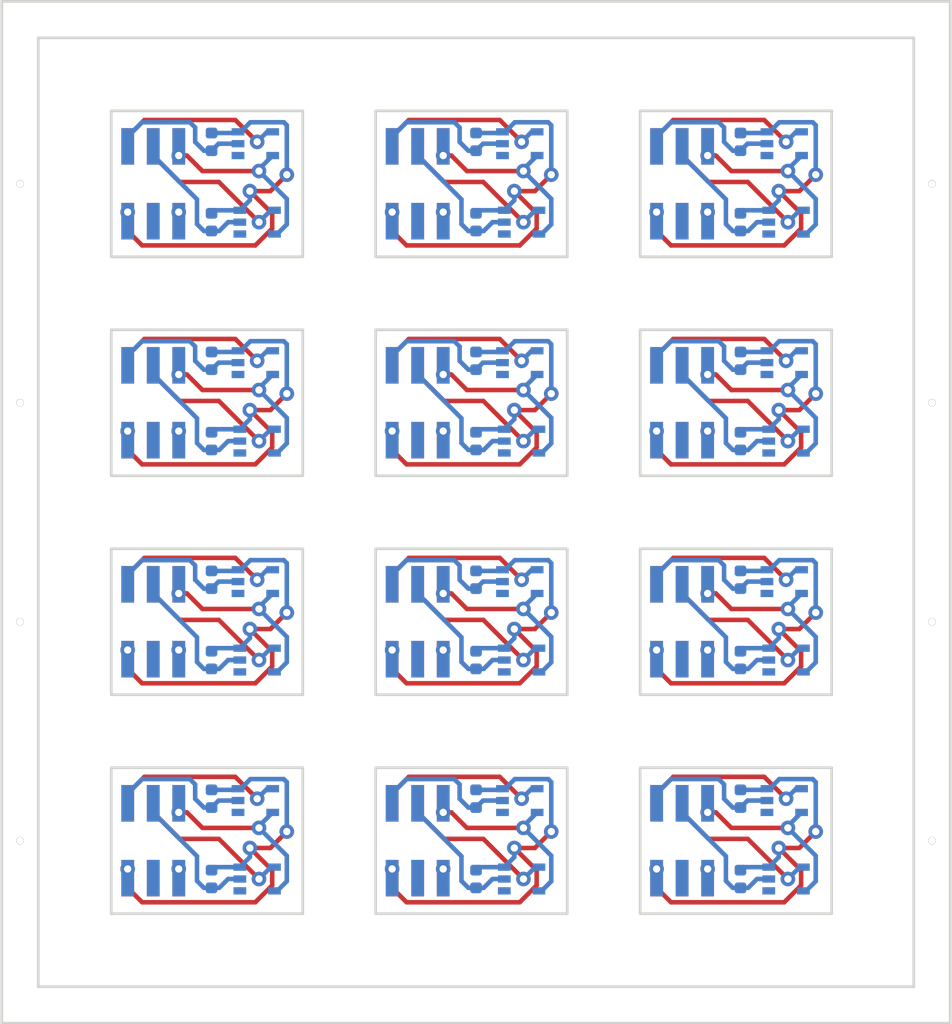
<source format=kicad_pcb>
(kicad_pcb (version 20171130) (host pcbnew 5.0.2-bee76a0~70~ubuntu18.04.1)

  (general
    (thickness 1.6)
    (drawings 76)
    (tracks 776)
    (zones 0)
    (modules 72)
    (nets 12)
  )

  (page A4)
  (layers
    (0 F.Cu signal)
    (31 B.Cu signal)
    (32 B.Adhes user)
    (33 F.Adhes user)
    (34 B.Paste user)
    (35 F.Paste user)
    (36 B.SilkS user)
    (37 F.SilkS user)
    (38 B.Mask user)
    (39 F.Mask user)
    (40 Dwgs.User user)
    (41 Cmts.User user)
    (42 Eco1.User user)
    (43 Eco2.User user)
    (44 Edge.Cuts user)
    (45 Margin user)
    (46 B.CrtYd user)
    (47 F.CrtYd user)
    (48 B.Fab user)
    (49 F.Fab user)
  )

  (setup
    (last_trace_width 0.25)
    (trace_clearance 0.2)
    (zone_clearance 0.508)
    (zone_45_only no)
    (trace_min 0.2)
    (segment_width 0.2)
    (edge_width 0.15)
    (via_size 0.41)
    (via_drill 0.4)
    (via_min_size 0.4)
    (via_min_drill 0.3)
    (uvia_size 0.3)
    (uvia_drill 0.1)
    (uvias_allowed no)
    (uvia_min_size 0.2)
    (uvia_min_drill 0.1)
    (pcb_text_width 0.3)
    (pcb_text_size 1.5 1.5)
    (mod_edge_width 0.15)
    (mod_text_size 1 1)
    (mod_text_width 0.15)
    (pad_size 1.524 1.524)
    (pad_drill 0.762)
    (pad_to_mask_clearance 0.051)
    (solder_mask_min_width 0.25)
    (aux_axis_origin 0 0)
    (visible_elements FFFFF77F)
    (pcbplotparams
      (layerselection 0x010fc_ffffffff)
      (usegerberextensions false)
      (usegerberattributes false)
      (usegerberadvancedattributes false)
      (creategerberjobfile false)
      (excludeedgelayer true)
      (linewidth 0.100000)
      (plotframeref false)
      (viasonmask false)
      (mode 1)
      (useauxorigin false)
      (hpglpennumber 1)
      (hpglpenspeed 20)
      (hpglpendiameter 15.000000)
      (psnegative false)
      (psa4output false)
      (plotreference true)
      (plotvalue true)
      (plotinvisibletext false)
      (padsonsilk false)
      (subtractmaskfromsilk false)
      (outputformat 1)
      (mirror false)
      (drillshape 0)
      (scaleselection 1)
      (outputdirectory "schmitt_trigger_adapter"))
  )

  (net 0 "")
  (net 1 "Net-(J1-Pad5)")
  (net 2 GND)
  (net 3 /LED)
  (net 4 +3V3)
  (net 5 /E1)
  (net 6 /E0)
  (net 7 "Net-(J2-Pad5)")
  (net 8 "Net-(J3-Pad1)")
  (net 9 /E0_filtered)
  (net 10 /E1_filtered)
  (net 11 "Net-(J4-Pad1)")

  (net_class Default "This is the default net class."
    (clearance 0.2)
    (trace_width 0.25)
    (via_dia 0.41)
    (via_drill 0.4)
    (uvia_dia 0.3)
    (uvia_drill 0.1)
    (add_net +3V3)
    (add_net /E0)
    (add_net /E0_filtered)
    (add_net /E1)
    (add_net /E1_filtered)
    (add_net /LED)
    (add_net GND)
    (add_net "Net-(J1-Pad5)")
    (add_net "Net-(J2-Pad5)")
    (add_net "Net-(J3-Pad1)")
    (add_net "Net-(J4-Pad1)")
  )

  (module Resistor_SMD:R_0402_1005Metric (layer B.Cu) (tedit 5E3343CC) (tstamp 5E4D18B7)
    (at 167.5 114.1 270)
    (descr "Resistor SMD 0402 (1005 Metric), square (rectangular) end terminal, IPC_7351 nominal, (Body size source: http://www.tortai-tech.com/upload/download/2011102023233369053.pdf), generated with kicad-footprint-generator")
    (tags resistor)
    (path /5E3348E9)
    (attr smd)
    (fp_text reference R2 (at 0 1.17 270) (layer B.SilkS) hide
      (effects (font (size 1 1) (thickness 0.15)) (justify mirror))
    )
    (fp_text value 2k (at 1.7 0 270) (layer B.Fab) hide
      (effects (font (size 1 1) (thickness 0.15)) (justify mirror))
    )
    (fp_line (start -0.5 -0.25) (end -0.5 0.25) (layer B.Fab) (width 0.1))
    (fp_line (start -0.5 0.25) (end 0.5 0.25) (layer B.Fab) (width 0.1))
    (fp_line (start 0.5 0.25) (end 0.5 -0.25) (layer B.Fab) (width 0.1))
    (fp_line (start 0.5 -0.25) (end -0.5 -0.25) (layer B.Fab) (width 0.1))
    (fp_line (start -0.93 -0.47) (end -0.93 0.47) (layer B.CrtYd) (width 0.05))
    (fp_line (start -0.93 0.47) (end 0.93 0.47) (layer B.CrtYd) (width 0.05))
    (fp_line (start 0.93 0.47) (end 0.93 -0.47) (layer B.CrtYd) (width 0.05))
    (fp_line (start 0.93 -0.47) (end -0.93 -0.47) (layer B.CrtYd) (width 0.05))
    (fp_text user %R (at 0 0 270) (layer B.Fab)
      (effects (font (size 0.25 0.25) (thickness 0.04)) (justify mirror))
    )
    (pad 1 smd roundrect (at -0.485 0 270) (size 0.59 0.64) (layers B.Cu B.Paste B.Mask) (roundrect_rratio 0.25)
      (net 2 GND))
    (pad 2 smd roundrect (at 0.485 0 270) (size 0.59 0.64) (layers B.Cu B.Paste B.Mask) (roundrect_rratio 0.25)
      (net 5 /E1))
    (model ${KISYS3DMOD}/Resistor_SMD.3dshapes/R_0402_1005Metric.wrl
      (at (xyz 0 0 0))
      (scale (xyz 1 1 1))
      (rotate (xyz 0 0 0))
    )
  )

  (module Resistor_SMD:R_0402_1005Metric (layer B.Cu) (tedit 5E3343CC) (tstamp 5E4D18A9)
    (at 153 114.1 270)
    (descr "Resistor SMD 0402 (1005 Metric), square (rectangular) end terminal, IPC_7351 nominal, (Body size source: http://www.tortai-tech.com/upload/download/2011102023233369053.pdf), generated with kicad-footprint-generator")
    (tags resistor)
    (path /5E3348E9)
    (attr smd)
    (fp_text reference R2 (at 0 1.17 270) (layer B.SilkS) hide
      (effects (font (size 1 1) (thickness 0.15)) (justify mirror))
    )
    (fp_text value 2k (at 1.7 0 270) (layer B.Fab) hide
      (effects (font (size 1 1) (thickness 0.15)) (justify mirror))
    )
    (fp_line (start -0.5 -0.25) (end -0.5 0.25) (layer B.Fab) (width 0.1))
    (fp_line (start -0.5 0.25) (end 0.5 0.25) (layer B.Fab) (width 0.1))
    (fp_line (start 0.5 0.25) (end 0.5 -0.25) (layer B.Fab) (width 0.1))
    (fp_line (start 0.5 -0.25) (end -0.5 -0.25) (layer B.Fab) (width 0.1))
    (fp_line (start -0.93 -0.47) (end -0.93 0.47) (layer B.CrtYd) (width 0.05))
    (fp_line (start -0.93 0.47) (end 0.93 0.47) (layer B.CrtYd) (width 0.05))
    (fp_line (start 0.93 0.47) (end 0.93 -0.47) (layer B.CrtYd) (width 0.05))
    (fp_line (start 0.93 -0.47) (end -0.93 -0.47) (layer B.CrtYd) (width 0.05))
    (fp_text user %R (at 0 0 270) (layer B.Fab)
      (effects (font (size 0.25 0.25) (thickness 0.04)) (justify mirror))
    )
    (pad 1 smd roundrect (at -0.485 0 270) (size 0.59 0.64) (layers B.Cu B.Paste B.Mask) (roundrect_rratio 0.25)
      (net 2 GND))
    (pad 2 smd roundrect (at 0.485 0 270) (size 0.59 0.64) (layers B.Cu B.Paste B.Mask) (roundrect_rratio 0.25)
      (net 5 /E1))
    (model ${KISYS3DMOD}/Resistor_SMD.3dshapes/R_0402_1005Metric.wrl
      (at (xyz 0 0 0))
      (scale (xyz 1 1 1))
      (rotate (xyz 0 0 0))
    )
  )

  (module Resistor_SMD:R_0402_1005Metric (layer B.Cu) (tedit 5E3343CC) (tstamp 5E4D189B)
    (at 138.5 114.1 270)
    (descr "Resistor SMD 0402 (1005 Metric), square (rectangular) end terminal, IPC_7351 nominal, (Body size source: http://www.tortai-tech.com/upload/download/2011102023233369053.pdf), generated with kicad-footprint-generator")
    (tags resistor)
    (path /5E3348E9)
    (attr smd)
    (fp_text reference R2 (at 0 1.17 270) (layer B.SilkS) hide
      (effects (font (size 1 1) (thickness 0.15)) (justify mirror))
    )
    (fp_text value 2k (at 1.7 0 270) (layer B.Fab) hide
      (effects (font (size 1 1) (thickness 0.15)) (justify mirror))
    )
    (fp_line (start -0.5 -0.25) (end -0.5 0.25) (layer B.Fab) (width 0.1))
    (fp_line (start -0.5 0.25) (end 0.5 0.25) (layer B.Fab) (width 0.1))
    (fp_line (start 0.5 0.25) (end 0.5 -0.25) (layer B.Fab) (width 0.1))
    (fp_line (start 0.5 -0.25) (end -0.5 -0.25) (layer B.Fab) (width 0.1))
    (fp_line (start -0.93 -0.47) (end -0.93 0.47) (layer B.CrtYd) (width 0.05))
    (fp_line (start -0.93 0.47) (end 0.93 0.47) (layer B.CrtYd) (width 0.05))
    (fp_line (start 0.93 0.47) (end 0.93 -0.47) (layer B.CrtYd) (width 0.05))
    (fp_line (start 0.93 -0.47) (end -0.93 -0.47) (layer B.CrtYd) (width 0.05))
    (fp_text user %R (at 0 0 270) (layer B.Fab)
      (effects (font (size 0.25 0.25) (thickness 0.04)) (justify mirror))
    )
    (pad 1 smd roundrect (at -0.485 0 270) (size 0.59 0.64) (layers B.Cu B.Paste B.Mask) (roundrect_rratio 0.25)
      (net 2 GND))
    (pad 2 smd roundrect (at 0.485 0 270) (size 0.59 0.64) (layers B.Cu B.Paste B.Mask) (roundrect_rratio 0.25)
      (net 5 /E1))
    (model ${KISYS3DMOD}/Resistor_SMD.3dshapes/R_0402_1005Metric.wrl
      (at (xyz 0 0 0))
      (scale (xyz 1 1 1))
      (rotate (xyz 0 0 0))
    )
  )

  (module Resistor_SMD:R_0402_1005Metric (layer B.Cu) (tedit 5E3343CC) (tstamp 5E4D188D)
    (at 167.5 102.1 270)
    (descr "Resistor SMD 0402 (1005 Metric), square (rectangular) end terminal, IPC_7351 nominal, (Body size source: http://www.tortai-tech.com/upload/download/2011102023233369053.pdf), generated with kicad-footprint-generator")
    (tags resistor)
    (path /5E3348E9)
    (attr smd)
    (fp_text reference R2 (at 0 1.17 270) (layer B.SilkS) hide
      (effects (font (size 1 1) (thickness 0.15)) (justify mirror))
    )
    (fp_text value 2k (at 1.7 0 270) (layer B.Fab) hide
      (effects (font (size 1 1) (thickness 0.15)) (justify mirror))
    )
    (fp_line (start -0.5 -0.25) (end -0.5 0.25) (layer B.Fab) (width 0.1))
    (fp_line (start -0.5 0.25) (end 0.5 0.25) (layer B.Fab) (width 0.1))
    (fp_line (start 0.5 0.25) (end 0.5 -0.25) (layer B.Fab) (width 0.1))
    (fp_line (start 0.5 -0.25) (end -0.5 -0.25) (layer B.Fab) (width 0.1))
    (fp_line (start -0.93 -0.47) (end -0.93 0.47) (layer B.CrtYd) (width 0.05))
    (fp_line (start -0.93 0.47) (end 0.93 0.47) (layer B.CrtYd) (width 0.05))
    (fp_line (start 0.93 0.47) (end 0.93 -0.47) (layer B.CrtYd) (width 0.05))
    (fp_line (start 0.93 -0.47) (end -0.93 -0.47) (layer B.CrtYd) (width 0.05))
    (fp_text user %R (at 0 0 270) (layer B.Fab)
      (effects (font (size 0.25 0.25) (thickness 0.04)) (justify mirror))
    )
    (pad 1 smd roundrect (at -0.485 0 270) (size 0.59 0.64) (layers B.Cu B.Paste B.Mask) (roundrect_rratio 0.25)
      (net 2 GND))
    (pad 2 smd roundrect (at 0.485 0 270) (size 0.59 0.64) (layers B.Cu B.Paste B.Mask) (roundrect_rratio 0.25)
      (net 5 /E1))
    (model ${KISYS3DMOD}/Resistor_SMD.3dshapes/R_0402_1005Metric.wrl
      (at (xyz 0 0 0))
      (scale (xyz 1 1 1))
      (rotate (xyz 0 0 0))
    )
  )

  (module Resistor_SMD:R_0402_1005Metric (layer B.Cu) (tedit 5E3343CC) (tstamp 5E4D187F)
    (at 153 102.1 270)
    (descr "Resistor SMD 0402 (1005 Metric), square (rectangular) end terminal, IPC_7351 nominal, (Body size source: http://www.tortai-tech.com/upload/download/2011102023233369053.pdf), generated with kicad-footprint-generator")
    (tags resistor)
    (path /5E3348E9)
    (attr smd)
    (fp_text reference R2 (at 0 1.17 270) (layer B.SilkS) hide
      (effects (font (size 1 1) (thickness 0.15)) (justify mirror))
    )
    (fp_text value 2k (at 1.7 0 270) (layer B.Fab) hide
      (effects (font (size 1 1) (thickness 0.15)) (justify mirror))
    )
    (fp_line (start -0.5 -0.25) (end -0.5 0.25) (layer B.Fab) (width 0.1))
    (fp_line (start -0.5 0.25) (end 0.5 0.25) (layer B.Fab) (width 0.1))
    (fp_line (start 0.5 0.25) (end 0.5 -0.25) (layer B.Fab) (width 0.1))
    (fp_line (start 0.5 -0.25) (end -0.5 -0.25) (layer B.Fab) (width 0.1))
    (fp_line (start -0.93 -0.47) (end -0.93 0.47) (layer B.CrtYd) (width 0.05))
    (fp_line (start -0.93 0.47) (end 0.93 0.47) (layer B.CrtYd) (width 0.05))
    (fp_line (start 0.93 0.47) (end 0.93 -0.47) (layer B.CrtYd) (width 0.05))
    (fp_line (start 0.93 -0.47) (end -0.93 -0.47) (layer B.CrtYd) (width 0.05))
    (fp_text user %R (at 0 0 270) (layer B.Fab)
      (effects (font (size 0.25 0.25) (thickness 0.04)) (justify mirror))
    )
    (pad 1 smd roundrect (at -0.485 0 270) (size 0.59 0.64) (layers B.Cu B.Paste B.Mask) (roundrect_rratio 0.25)
      (net 2 GND))
    (pad 2 smd roundrect (at 0.485 0 270) (size 0.59 0.64) (layers B.Cu B.Paste B.Mask) (roundrect_rratio 0.25)
      (net 5 /E1))
    (model ${KISYS3DMOD}/Resistor_SMD.3dshapes/R_0402_1005Metric.wrl
      (at (xyz 0 0 0))
      (scale (xyz 1 1 1))
      (rotate (xyz 0 0 0))
    )
  )

  (module Resistor_SMD:R_0402_1005Metric (layer B.Cu) (tedit 5E3343CC) (tstamp 5E4D1871)
    (at 138.5 102.1 270)
    (descr "Resistor SMD 0402 (1005 Metric), square (rectangular) end terminal, IPC_7351 nominal, (Body size source: http://www.tortai-tech.com/upload/download/2011102023233369053.pdf), generated with kicad-footprint-generator")
    (tags resistor)
    (path /5E3348E9)
    (attr smd)
    (fp_text reference R2 (at 0 1.17 270) (layer B.SilkS) hide
      (effects (font (size 1 1) (thickness 0.15)) (justify mirror))
    )
    (fp_text value 2k (at 1.7 0 270) (layer B.Fab) hide
      (effects (font (size 1 1) (thickness 0.15)) (justify mirror))
    )
    (fp_line (start -0.5 -0.25) (end -0.5 0.25) (layer B.Fab) (width 0.1))
    (fp_line (start -0.5 0.25) (end 0.5 0.25) (layer B.Fab) (width 0.1))
    (fp_line (start 0.5 0.25) (end 0.5 -0.25) (layer B.Fab) (width 0.1))
    (fp_line (start 0.5 -0.25) (end -0.5 -0.25) (layer B.Fab) (width 0.1))
    (fp_line (start -0.93 -0.47) (end -0.93 0.47) (layer B.CrtYd) (width 0.05))
    (fp_line (start -0.93 0.47) (end 0.93 0.47) (layer B.CrtYd) (width 0.05))
    (fp_line (start 0.93 0.47) (end 0.93 -0.47) (layer B.CrtYd) (width 0.05))
    (fp_line (start 0.93 -0.47) (end -0.93 -0.47) (layer B.CrtYd) (width 0.05))
    (fp_text user %R (at 0 0 270) (layer B.Fab)
      (effects (font (size 0.25 0.25) (thickness 0.04)) (justify mirror))
    )
    (pad 1 smd roundrect (at -0.485 0 270) (size 0.59 0.64) (layers B.Cu B.Paste B.Mask) (roundrect_rratio 0.25)
      (net 2 GND))
    (pad 2 smd roundrect (at 0.485 0 270) (size 0.59 0.64) (layers B.Cu B.Paste B.Mask) (roundrect_rratio 0.25)
      (net 5 /E1))
    (model ${KISYS3DMOD}/Resistor_SMD.3dshapes/R_0402_1005Metric.wrl
      (at (xyz 0 0 0))
      (scale (xyz 1 1 1))
      (rotate (xyz 0 0 0))
    )
  )

  (module Resistor_SMD:R_0402_1005Metric (layer B.Cu) (tedit 5E3343CC) (tstamp 5E4D1863)
    (at 167.5 90.1 270)
    (descr "Resistor SMD 0402 (1005 Metric), square (rectangular) end terminal, IPC_7351 nominal, (Body size source: http://www.tortai-tech.com/upload/download/2011102023233369053.pdf), generated with kicad-footprint-generator")
    (tags resistor)
    (path /5E3348E9)
    (attr smd)
    (fp_text reference R2 (at 0 1.17 270) (layer B.SilkS) hide
      (effects (font (size 1 1) (thickness 0.15)) (justify mirror))
    )
    (fp_text value 2k (at 1.7 0 270) (layer B.Fab) hide
      (effects (font (size 1 1) (thickness 0.15)) (justify mirror))
    )
    (fp_line (start -0.5 -0.25) (end -0.5 0.25) (layer B.Fab) (width 0.1))
    (fp_line (start -0.5 0.25) (end 0.5 0.25) (layer B.Fab) (width 0.1))
    (fp_line (start 0.5 0.25) (end 0.5 -0.25) (layer B.Fab) (width 0.1))
    (fp_line (start 0.5 -0.25) (end -0.5 -0.25) (layer B.Fab) (width 0.1))
    (fp_line (start -0.93 -0.47) (end -0.93 0.47) (layer B.CrtYd) (width 0.05))
    (fp_line (start -0.93 0.47) (end 0.93 0.47) (layer B.CrtYd) (width 0.05))
    (fp_line (start 0.93 0.47) (end 0.93 -0.47) (layer B.CrtYd) (width 0.05))
    (fp_line (start 0.93 -0.47) (end -0.93 -0.47) (layer B.CrtYd) (width 0.05))
    (fp_text user %R (at 0 0 270) (layer B.Fab)
      (effects (font (size 0.25 0.25) (thickness 0.04)) (justify mirror))
    )
    (pad 1 smd roundrect (at -0.485 0 270) (size 0.59 0.64) (layers B.Cu B.Paste B.Mask) (roundrect_rratio 0.25)
      (net 2 GND))
    (pad 2 smd roundrect (at 0.485 0 270) (size 0.59 0.64) (layers B.Cu B.Paste B.Mask) (roundrect_rratio 0.25)
      (net 5 /E1))
    (model ${KISYS3DMOD}/Resistor_SMD.3dshapes/R_0402_1005Metric.wrl
      (at (xyz 0 0 0))
      (scale (xyz 1 1 1))
      (rotate (xyz 0 0 0))
    )
  )

  (module Resistor_SMD:R_0402_1005Metric (layer B.Cu) (tedit 5E3343CC) (tstamp 5E4D1855)
    (at 153 90.1 270)
    (descr "Resistor SMD 0402 (1005 Metric), square (rectangular) end terminal, IPC_7351 nominal, (Body size source: http://www.tortai-tech.com/upload/download/2011102023233369053.pdf), generated with kicad-footprint-generator")
    (tags resistor)
    (path /5E3348E9)
    (attr smd)
    (fp_text reference R2 (at 0 1.17 270) (layer B.SilkS) hide
      (effects (font (size 1 1) (thickness 0.15)) (justify mirror))
    )
    (fp_text value 2k (at 1.7 0 270) (layer B.Fab) hide
      (effects (font (size 1 1) (thickness 0.15)) (justify mirror))
    )
    (fp_line (start -0.5 -0.25) (end -0.5 0.25) (layer B.Fab) (width 0.1))
    (fp_line (start -0.5 0.25) (end 0.5 0.25) (layer B.Fab) (width 0.1))
    (fp_line (start 0.5 0.25) (end 0.5 -0.25) (layer B.Fab) (width 0.1))
    (fp_line (start 0.5 -0.25) (end -0.5 -0.25) (layer B.Fab) (width 0.1))
    (fp_line (start -0.93 -0.47) (end -0.93 0.47) (layer B.CrtYd) (width 0.05))
    (fp_line (start -0.93 0.47) (end 0.93 0.47) (layer B.CrtYd) (width 0.05))
    (fp_line (start 0.93 0.47) (end 0.93 -0.47) (layer B.CrtYd) (width 0.05))
    (fp_line (start 0.93 -0.47) (end -0.93 -0.47) (layer B.CrtYd) (width 0.05))
    (fp_text user %R (at 0 0 270) (layer B.Fab)
      (effects (font (size 0.25 0.25) (thickness 0.04)) (justify mirror))
    )
    (pad 1 smd roundrect (at -0.485 0 270) (size 0.59 0.64) (layers B.Cu B.Paste B.Mask) (roundrect_rratio 0.25)
      (net 2 GND))
    (pad 2 smd roundrect (at 0.485 0 270) (size 0.59 0.64) (layers B.Cu B.Paste B.Mask) (roundrect_rratio 0.25)
      (net 5 /E1))
    (model ${KISYS3DMOD}/Resistor_SMD.3dshapes/R_0402_1005Metric.wrl
      (at (xyz 0 0 0))
      (scale (xyz 1 1 1))
      (rotate (xyz 0 0 0))
    )
  )

  (module Resistor_SMD:R_0402_1005Metric (layer B.Cu) (tedit 5E3343CC) (tstamp 5E4D1847)
    (at 138.5 90.1 270)
    (descr "Resistor SMD 0402 (1005 Metric), square (rectangular) end terminal, IPC_7351 nominal, (Body size source: http://www.tortai-tech.com/upload/download/2011102023233369053.pdf), generated with kicad-footprint-generator")
    (tags resistor)
    (path /5E3348E9)
    (attr smd)
    (fp_text reference R2 (at 0 1.17 270) (layer B.SilkS) hide
      (effects (font (size 1 1) (thickness 0.15)) (justify mirror))
    )
    (fp_text value 2k (at 1.7 0 270) (layer B.Fab) hide
      (effects (font (size 1 1) (thickness 0.15)) (justify mirror))
    )
    (fp_line (start -0.5 -0.25) (end -0.5 0.25) (layer B.Fab) (width 0.1))
    (fp_line (start -0.5 0.25) (end 0.5 0.25) (layer B.Fab) (width 0.1))
    (fp_line (start 0.5 0.25) (end 0.5 -0.25) (layer B.Fab) (width 0.1))
    (fp_line (start 0.5 -0.25) (end -0.5 -0.25) (layer B.Fab) (width 0.1))
    (fp_line (start -0.93 -0.47) (end -0.93 0.47) (layer B.CrtYd) (width 0.05))
    (fp_line (start -0.93 0.47) (end 0.93 0.47) (layer B.CrtYd) (width 0.05))
    (fp_line (start 0.93 0.47) (end 0.93 -0.47) (layer B.CrtYd) (width 0.05))
    (fp_line (start 0.93 -0.47) (end -0.93 -0.47) (layer B.CrtYd) (width 0.05))
    (fp_text user %R (at 0 0 270) (layer B.Fab)
      (effects (font (size 0.25 0.25) (thickness 0.04)) (justify mirror))
    )
    (pad 1 smd roundrect (at -0.485 0 270) (size 0.59 0.64) (layers B.Cu B.Paste B.Mask) (roundrect_rratio 0.25)
      (net 2 GND))
    (pad 2 smd roundrect (at 0.485 0 270) (size 0.59 0.64) (layers B.Cu B.Paste B.Mask) (roundrect_rratio 0.25)
      (net 5 /E1))
    (model ${KISYS3DMOD}/Resistor_SMD.3dshapes/R_0402_1005Metric.wrl
      (at (xyz 0 0 0))
      (scale (xyz 1 1 1))
      (rotate (xyz 0 0 0))
    )
  )

  (module Resistor_SMD:R_0402_1005Metric (layer B.Cu) (tedit 5E3343CC) (tstamp 5E4D1839)
    (at 167.5 78.1 270)
    (descr "Resistor SMD 0402 (1005 Metric), square (rectangular) end terminal, IPC_7351 nominal, (Body size source: http://www.tortai-tech.com/upload/download/2011102023233369053.pdf), generated with kicad-footprint-generator")
    (tags resistor)
    (path /5E3348E9)
    (attr smd)
    (fp_text reference R2 (at 0 1.17 270) (layer B.SilkS) hide
      (effects (font (size 1 1) (thickness 0.15)) (justify mirror))
    )
    (fp_text value 2k (at 1.7 0 270) (layer B.Fab) hide
      (effects (font (size 1 1) (thickness 0.15)) (justify mirror))
    )
    (fp_line (start -0.5 -0.25) (end -0.5 0.25) (layer B.Fab) (width 0.1))
    (fp_line (start -0.5 0.25) (end 0.5 0.25) (layer B.Fab) (width 0.1))
    (fp_line (start 0.5 0.25) (end 0.5 -0.25) (layer B.Fab) (width 0.1))
    (fp_line (start 0.5 -0.25) (end -0.5 -0.25) (layer B.Fab) (width 0.1))
    (fp_line (start -0.93 -0.47) (end -0.93 0.47) (layer B.CrtYd) (width 0.05))
    (fp_line (start -0.93 0.47) (end 0.93 0.47) (layer B.CrtYd) (width 0.05))
    (fp_line (start 0.93 0.47) (end 0.93 -0.47) (layer B.CrtYd) (width 0.05))
    (fp_line (start 0.93 -0.47) (end -0.93 -0.47) (layer B.CrtYd) (width 0.05))
    (fp_text user %R (at 0 0 270) (layer B.Fab)
      (effects (font (size 0.25 0.25) (thickness 0.04)) (justify mirror))
    )
    (pad 1 smd roundrect (at -0.485 0 270) (size 0.59 0.64) (layers B.Cu B.Paste B.Mask) (roundrect_rratio 0.25)
      (net 2 GND))
    (pad 2 smd roundrect (at 0.485 0 270) (size 0.59 0.64) (layers B.Cu B.Paste B.Mask) (roundrect_rratio 0.25)
      (net 5 /E1))
    (model ${KISYS3DMOD}/Resistor_SMD.3dshapes/R_0402_1005Metric.wrl
      (at (xyz 0 0 0))
      (scale (xyz 1 1 1))
      (rotate (xyz 0 0 0))
    )
  )

  (module Resistor_SMD:R_0402_1005Metric (layer B.Cu) (tedit 5E3343CC) (tstamp 5E4D182B)
    (at 153 78.1 270)
    (descr "Resistor SMD 0402 (1005 Metric), square (rectangular) end terminal, IPC_7351 nominal, (Body size source: http://www.tortai-tech.com/upload/download/2011102023233369053.pdf), generated with kicad-footprint-generator")
    (tags resistor)
    (path /5E3348E9)
    (attr smd)
    (fp_text reference R2 (at 0 1.17 270) (layer B.SilkS) hide
      (effects (font (size 1 1) (thickness 0.15)) (justify mirror))
    )
    (fp_text value 2k (at 1.7 0 270) (layer B.Fab) hide
      (effects (font (size 1 1) (thickness 0.15)) (justify mirror))
    )
    (fp_line (start -0.5 -0.25) (end -0.5 0.25) (layer B.Fab) (width 0.1))
    (fp_line (start -0.5 0.25) (end 0.5 0.25) (layer B.Fab) (width 0.1))
    (fp_line (start 0.5 0.25) (end 0.5 -0.25) (layer B.Fab) (width 0.1))
    (fp_line (start 0.5 -0.25) (end -0.5 -0.25) (layer B.Fab) (width 0.1))
    (fp_line (start -0.93 -0.47) (end -0.93 0.47) (layer B.CrtYd) (width 0.05))
    (fp_line (start -0.93 0.47) (end 0.93 0.47) (layer B.CrtYd) (width 0.05))
    (fp_line (start 0.93 0.47) (end 0.93 -0.47) (layer B.CrtYd) (width 0.05))
    (fp_line (start 0.93 -0.47) (end -0.93 -0.47) (layer B.CrtYd) (width 0.05))
    (fp_text user %R (at 0 0 270) (layer B.Fab)
      (effects (font (size 0.25 0.25) (thickness 0.04)) (justify mirror))
    )
    (pad 1 smd roundrect (at -0.485 0 270) (size 0.59 0.64) (layers B.Cu B.Paste B.Mask) (roundrect_rratio 0.25)
      (net 2 GND))
    (pad 2 smd roundrect (at 0.485 0 270) (size 0.59 0.64) (layers B.Cu B.Paste B.Mask) (roundrect_rratio 0.25)
      (net 5 /E1))
    (model ${KISYS3DMOD}/Resistor_SMD.3dshapes/R_0402_1005Metric.wrl
      (at (xyz 0 0 0))
      (scale (xyz 1 1 1))
      (rotate (xyz 0 0 0))
    )
  )

  (module Resistor_SMD:R_0402_1005Metric (layer B.Cu) (tedit 5E3343D0) (tstamp 5E4D181D)
    (at 167.5 109.7 270)
    (descr "Resistor SMD 0402 (1005 Metric), square (rectangular) end terminal, IPC_7351 nominal, (Body size source: http://www.tortai-tech.com/upload/download/2011102023233369053.pdf), generated with kicad-footprint-generator")
    (tags resistor)
    (path /5E334832)
    (attr smd)
    (fp_text reference R1 (at 0 1.17 270) (layer B.SilkS) hide
      (effects (font (size 1 1) (thickness 0.15)) (justify mirror))
    )
    (fp_text value 2k (at 0 -1.17 270) (layer B.Fab) hide
      (effects (font (size 1 1) (thickness 0.15)) (justify mirror))
    )
    (fp_text user %R (at 0 0 270) (layer B.Fab)
      (effects (font (size 0.25 0.25) (thickness 0.04)) (justify mirror))
    )
    (fp_line (start 0.93 -0.47) (end -0.93 -0.47) (layer B.CrtYd) (width 0.05))
    (fp_line (start 0.93 0.47) (end 0.93 -0.47) (layer B.CrtYd) (width 0.05))
    (fp_line (start -0.93 0.47) (end 0.93 0.47) (layer B.CrtYd) (width 0.05))
    (fp_line (start -0.93 -0.47) (end -0.93 0.47) (layer B.CrtYd) (width 0.05))
    (fp_line (start 0.5 -0.25) (end -0.5 -0.25) (layer B.Fab) (width 0.1))
    (fp_line (start 0.5 0.25) (end 0.5 -0.25) (layer B.Fab) (width 0.1))
    (fp_line (start -0.5 0.25) (end 0.5 0.25) (layer B.Fab) (width 0.1))
    (fp_line (start -0.5 -0.25) (end -0.5 0.25) (layer B.Fab) (width 0.1))
    (pad 2 smd roundrect (at 0.485 0 270) (size 0.59 0.64) (layers B.Cu B.Paste B.Mask) (roundrect_rratio 0.25)
      (net 6 /E0))
    (pad 1 smd roundrect (at -0.485 0 270) (size 0.59 0.64) (layers B.Cu B.Paste B.Mask) (roundrect_rratio 0.25)
      (net 2 GND))
    (model ${KISYS3DMOD}/Resistor_SMD.3dshapes/R_0402_1005Metric.wrl
      (at (xyz 0 0 0))
      (scale (xyz 1 1 1))
      (rotate (xyz 0 0 0))
    )
  )

  (module Resistor_SMD:R_0402_1005Metric (layer B.Cu) (tedit 5E3343D0) (tstamp 5E4D180F)
    (at 153 109.7 270)
    (descr "Resistor SMD 0402 (1005 Metric), square (rectangular) end terminal, IPC_7351 nominal, (Body size source: http://www.tortai-tech.com/upload/download/2011102023233369053.pdf), generated with kicad-footprint-generator")
    (tags resistor)
    (path /5E334832)
    (attr smd)
    (fp_text reference R1 (at 0 1.17 270) (layer B.SilkS) hide
      (effects (font (size 1 1) (thickness 0.15)) (justify mirror))
    )
    (fp_text value 2k (at 0 -1.17 270) (layer B.Fab) hide
      (effects (font (size 1 1) (thickness 0.15)) (justify mirror))
    )
    (fp_text user %R (at 0 0 270) (layer B.Fab)
      (effects (font (size 0.25 0.25) (thickness 0.04)) (justify mirror))
    )
    (fp_line (start 0.93 -0.47) (end -0.93 -0.47) (layer B.CrtYd) (width 0.05))
    (fp_line (start 0.93 0.47) (end 0.93 -0.47) (layer B.CrtYd) (width 0.05))
    (fp_line (start -0.93 0.47) (end 0.93 0.47) (layer B.CrtYd) (width 0.05))
    (fp_line (start -0.93 -0.47) (end -0.93 0.47) (layer B.CrtYd) (width 0.05))
    (fp_line (start 0.5 -0.25) (end -0.5 -0.25) (layer B.Fab) (width 0.1))
    (fp_line (start 0.5 0.25) (end 0.5 -0.25) (layer B.Fab) (width 0.1))
    (fp_line (start -0.5 0.25) (end 0.5 0.25) (layer B.Fab) (width 0.1))
    (fp_line (start -0.5 -0.25) (end -0.5 0.25) (layer B.Fab) (width 0.1))
    (pad 2 smd roundrect (at 0.485 0 270) (size 0.59 0.64) (layers B.Cu B.Paste B.Mask) (roundrect_rratio 0.25)
      (net 6 /E0))
    (pad 1 smd roundrect (at -0.485 0 270) (size 0.59 0.64) (layers B.Cu B.Paste B.Mask) (roundrect_rratio 0.25)
      (net 2 GND))
    (model ${KISYS3DMOD}/Resistor_SMD.3dshapes/R_0402_1005Metric.wrl
      (at (xyz 0 0 0))
      (scale (xyz 1 1 1))
      (rotate (xyz 0 0 0))
    )
  )

  (module Resistor_SMD:R_0402_1005Metric (layer B.Cu) (tedit 5E3343D0) (tstamp 5E4D1801)
    (at 138.5 109.7 270)
    (descr "Resistor SMD 0402 (1005 Metric), square (rectangular) end terminal, IPC_7351 nominal, (Body size source: http://www.tortai-tech.com/upload/download/2011102023233369053.pdf), generated with kicad-footprint-generator")
    (tags resistor)
    (path /5E334832)
    (attr smd)
    (fp_text reference R1 (at 0 1.17 270) (layer B.SilkS) hide
      (effects (font (size 1 1) (thickness 0.15)) (justify mirror))
    )
    (fp_text value 2k (at 0 -1.17 270) (layer B.Fab) hide
      (effects (font (size 1 1) (thickness 0.15)) (justify mirror))
    )
    (fp_text user %R (at 0 0 270) (layer B.Fab)
      (effects (font (size 0.25 0.25) (thickness 0.04)) (justify mirror))
    )
    (fp_line (start 0.93 -0.47) (end -0.93 -0.47) (layer B.CrtYd) (width 0.05))
    (fp_line (start 0.93 0.47) (end 0.93 -0.47) (layer B.CrtYd) (width 0.05))
    (fp_line (start -0.93 0.47) (end 0.93 0.47) (layer B.CrtYd) (width 0.05))
    (fp_line (start -0.93 -0.47) (end -0.93 0.47) (layer B.CrtYd) (width 0.05))
    (fp_line (start 0.5 -0.25) (end -0.5 -0.25) (layer B.Fab) (width 0.1))
    (fp_line (start 0.5 0.25) (end 0.5 -0.25) (layer B.Fab) (width 0.1))
    (fp_line (start -0.5 0.25) (end 0.5 0.25) (layer B.Fab) (width 0.1))
    (fp_line (start -0.5 -0.25) (end -0.5 0.25) (layer B.Fab) (width 0.1))
    (pad 2 smd roundrect (at 0.485 0 270) (size 0.59 0.64) (layers B.Cu B.Paste B.Mask) (roundrect_rratio 0.25)
      (net 6 /E0))
    (pad 1 smd roundrect (at -0.485 0 270) (size 0.59 0.64) (layers B.Cu B.Paste B.Mask) (roundrect_rratio 0.25)
      (net 2 GND))
    (model ${KISYS3DMOD}/Resistor_SMD.3dshapes/R_0402_1005Metric.wrl
      (at (xyz 0 0 0))
      (scale (xyz 1 1 1))
      (rotate (xyz 0 0 0))
    )
  )

  (module Resistor_SMD:R_0402_1005Metric (layer B.Cu) (tedit 5E3343D0) (tstamp 5E4D17F3)
    (at 167.5 97.7 270)
    (descr "Resistor SMD 0402 (1005 Metric), square (rectangular) end terminal, IPC_7351 nominal, (Body size source: http://www.tortai-tech.com/upload/download/2011102023233369053.pdf), generated with kicad-footprint-generator")
    (tags resistor)
    (path /5E334832)
    (attr smd)
    (fp_text reference R1 (at 0 1.17 270) (layer B.SilkS) hide
      (effects (font (size 1 1) (thickness 0.15)) (justify mirror))
    )
    (fp_text value 2k (at 0 -1.17 270) (layer B.Fab) hide
      (effects (font (size 1 1) (thickness 0.15)) (justify mirror))
    )
    (fp_text user %R (at 0 0 270) (layer B.Fab)
      (effects (font (size 0.25 0.25) (thickness 0.04)) (justify mirror))
    )
    (fp_line (start 0.93 -0.47) (end -0.93 -0.47) (layer B.CrtYd) (width 0.05))
    (fp_line (start 0.93 0.47) (end 0.93 -0.47) (layer B.CrtYd) (width 0.05))
    (fp_line (start -0.93 0.47) (end 0.93 0.47) (layer B.CrtYd) (width 0.05))
    (fp_line (start -0.93 -0.47) (end -0.93 0.47) (layer B.CrtYd) (width 0.05))
    (fp_line (start 0.5 -0.25) (end -0.5 -0.25) (layer B.Fab) (width 0.1))
    (fp_line (start 0.5 0.25) (end 0.5 -0.25) (layer B.Fab) (width 0.1))
    (fp_line (start -0.5 0.25) (end 0.5 0.25) (layer B.Fab) (width 0.1))
    (fp_line (start -0.5 -0.25) (end -0.5 0.25) (layer B.Fab) (width 0.1))
    (pad 2 smd roundrect (at 0.485 0 270) (size 0.59 0.64) (layers B.Cu B.Paste B.Mask) (roundrect_rratio 0.25)
      (net 6 /E0))
    (pad 1 smd roundrect (at -0.485 0 270) (size 0.59 0.64) (layers B.Cu B.Paste B.Mask) (roundrect_rratio 0.25)
      (net 2 GND))
    (model ${KISYS3DMOD}/Resistor_SMD.3dshapes/R_0402_1005Metric.wrl
      (at (xyz 0 0 0))
      (scale (xyz 1 1 1))
      (rotate (xyz 0 0 0))
    )
  )

  (module Resistor_SMD:R_0402_1005Metric (layer B.Cu) (tedit 5E3343D0) (tstamp 5E4D17E5)
    (at 153 97.7 270)
    (descr "Resistor SMD 0402 (1005 Metric), square (rectangular) end terminal, IPC_7351 nominal, (Body size source: http://www.tortai-tech.com/upload/download/2011102023233369053.pdf), generated with kicad-footprint-generator")
    (tags resistor)
    (path /5E334832)
    (attr smd)
    (fp_text reference R1 (at 0 1.17 270) (layer B.SilkS) hide
      (effects (font (size 1 1) (thickness 0.15)) (justify mirror))
    )
    (fp_text value 2k (at 0 -1.17 270) (layer B.Fab) hide
      (effects (font (size 1 1) (thickness 0.15)) (justify mirror))
    )
    (fp_text user %R (at 0 0 270) (layer B.Fab)
      (effects (font (size 0.25 0.25) (thickness 0.04)) (justify mirror))
    )
    (fp_line (start 0.93 -0.47) (end -0.93 -0.47) (layer B.CrtYd) (width 0.05))
    (fp_line (start 0.93 0.47) (end 0.93 -0.47) (layer B.CrtYd) (width 0.05))
    (fp_line (start -0.93 0.47) (end 0.93 0.47) (layer B.CrtYd) (width 0.05))
    (fp_line (start -0.93 -0.47) (end -0.93 0.47) (layer B.CrtYd) (width 0.05))
    (fp_line (start 0.5 -0.25) (end -0.5 -0.25) (layer B.Fab) (width 0.1))
    (fp_line (start 0.5 0.25) (end 0.5 -0.25) (layer B.Fab) (width 0.1))
    (fp_line (start -0.5 0.25) (end 0.5 0.25) (layer B.Fab) (width 0.1))
    (fp_line (start -0.5 -0.25) (end -0.5 0.25) (layer B.Fab) (width 0.1))
    (pad 2 smd roundrect (at 0.485 0 270) (size 0.59 0.64) (layers B.Cu B.Paste B.Mask) (roundrect_rratio 0.25)
      (net 6 /E0))
    (pad 1 smd roundrect (at -0.485 0 270) (size 0.59 0.64) (layers B.Cu B.Paste B.Mask) (roundrect_rratio 0.25)
      (net 2 GND))
    (model ${KISYS3DMOD}/Resistor_SMD.3dshapes/R_0402_1005Metric.wrl
      (at (xyz 0 0 0))
      (scale (xyz 1 1 1))
      (rotate (xyz 0 0 0))
    )
  )

  (module Resistor_SMD:R_0402_1005Metric (layer B.Cu) (tedit 5E3343D0) (tstamp 5E4D17D7)
    (at 138.5 97.7 270)
    (descr "Resistor SMD 0402 (1005 Metric), square (rectangular) end terminal, IPC_7351 nominal, (Body size source: http://www.tortai-tech.com/upload/download/2011102023233369053.pdf), generated with kicad-footprint-generator")
    (tags resistor)
    (path /5E334832)
    (attr smd)
    (fp_text reference R1 (at 0 1.17 270) (layer B.SilkS) hide
      (effects (font (size 1 1) (thickness 0.15)) (justify mirror))
    )
    (fp_text value 2k (at 0 -1.17 270) (layer B.Fab) hide
      (effects (font (size 1 1) (thickness 0.15)) (justify mirror))
    )
    (fp_text user %R (at 0 0 270) (layer B.Fab)
      (effects (font (size 0.25 0.25) (thickness 0.04)) (justify mirror))
    )
    (fp_line (start 0.93 -0.47) (end -0.93 -0.47) (layer B.CrtYd) (width 0.05))
    (fp_line (start 0.93 0.47) (end 0.93 -0.47) (layer B.CrtYd) (width 0.05))
    (fp_line (start -0.93 0.47) (end 0.93 0.47) (layer B.CrtYd) (width 0.05))
    (fp_line (start -0.93 -0.47) (end -0.93 0.47) (layer B.CrtYd) (width 0.05))
    (fp_line (start 0.5 -0.25) (end -0.5 -0.25) (layer B.Fab) (width 0.1))
    (fp_line (start 0.5 0.25) (end 0.5 -0.25) (layer B.Fab) (width 0.1))
    (fp_line (start -0.5 0.25) (end 0.5 0.25) (layer B.Fab) (width 0.1))
    (fp_line (start -0.5 -0.25) (end -0.5 0.25) (layer B.Fab) (width 0.1))
    (pad 2 smd roundrect (at 0.485 0 270) (size 0.59 0.64) (layers B.Cu B.Paste B.Mask) (roundrect_rratio 0.25)
      (net 6 /E0))
    (pad 1 smd roundrect (at -0.485 0 270) (size 0.59 0.64) (layers B.Cu B.Paste B.Mask) (roundrect_rratio 0.25)
      (net 2 GND))
    (model ${KISYS3DMOD}/Resistor_SMD.3dshapes/R_0402_1005Metric.wrl
      (at (xyz 0 0 0))
      (scale (xyz 1 1 1))
      (rotate (xyz 0 0 0))
    )
  )

  (module Resistor_SMD:R_0402_1005Metric (layer B.Cu) (tedit 5E3343D0) (tstamp 5E4D17C9)
    (at 167.5 85.7 270)
    (descr "Resistor SMD 0402 (1005 Metric), square (rectangular) end terminal, IPC_7351 nominal, (Body size source: http://www.tortai-tech.com/upload/download/2011102023233369053.pdf), generated with kicad-footprint-generator")
    (tags resistor)
    (path /5E334832)
    (attr smd)
    (fp_text reference R1 (at 0 1.17 270) (layer B.SilkS) hide
      (effects (font (size 1 1) (thickness 0.15)) (justify mirror))
    )
    (fp_text value 2k (at 0 -1.17 270) (layer B.Fab) hide
      (effects (font (size 1 1) (thickness 0.15)) (justify mirror))
    )
    (fp_text user %R (at 0 0 270) (layer B.Fab)
      (effects (font (size 0.25 0.25) (thickness 0.04)) (justify mirror))
    )
    (fp_line (start 0.93 -0.47) (end -0.93 -0.47) (layer B.CrtYd) (width 0.05))
    (fp_line (start 0.93 0.47) (end 0.93 -0.47) (layer B.CrtYd) (width 0.05))
    (fp_line (start -0.93 0.47) (end 0.93 0.47) (layer B.CrtYd) (width 0.05))
    (fp_line (start -0.93 -0.47) (end -0.93 0.47) (layer B.CrtYd) (width 0.05))
    (fp_line (start 0.5 -0.25) (end -0.5 -0.25) (layer B.Fab) (width 0.1))
    (fp_line (start 0.5 0.25) (end 0.5 -0.25) (layer B.Fab) (width 0.1))
    (fp_line (start -0.5 0.25) (end 0.5 0.25) (layer B.Fab) (width 0.1))
    (fp_line (start -0.5 -0.25) (end -0.5 0.25) (layer B.Fab) (width 0.1))
    (pad 2 smd roundrect (at 0.485 0 270) (size 0.59 0.64) (layers B.Cu B.Paste B.Mask) (roundrect_rratio 0.25)
      (net 6 /E0))
    (pad 1 smd roundrect (at -0.485 0 270) (size 0.59 0.64) (layers B.Cu B.Paste B.Mask) (roundrect_rratio 0.25)
      (net 2 GND))
    (model ${KISYS3DMOD}/Resistor_SMD.3dshapes/R_0402_1005Metric.wrl
      (at (xyz 0 0 0))
      (scale (xyz 1 1 1))
      (rotate (xyz 0 0 0))
    )
  )

  (module Resistor_SMD:R_0402_1005Metric (layer B.Cu) (tedit 5E3343D0) (tstamp 5E4D17BB)
    (at 153 85.7 270)
    (descr "Resistor SMD 0402 (1005 Metric), square (rectangular) end terminal, IPC_7351 nominal, (Body size source: http://www.tortai-tech.com/upload/download/2011102023233369053.pdf), generated with kicad-footprint-generator")
    (tags resistor)
    (path /5E334832)
    (attr smd)
    (fp_text reference R1 (at 0 1.17 270) (layer B.SilkS) hide
      (effects (font (size 1 1) (thickness 0.15)) (justify mirror))
    )
    (fp_text value 2k (at 0 -1.17 270) (layer B.Fab) hide
      (effects (font (size 1 1) (thickness 0.15)) (justify mirror))
    )
    (fp_text user %R (at 0 0 270) (layer B.Fab)
      (effects (font (size 0.25 0.25) (thickness 0.04)) (justify mirror))
    )
    (fp_line (start 0.93 -0.47) (end -0.93 -0.47) (layer B.CrtYd) (width 0.05))
    (fp_line (start 0.93 0.47) (end 0.93 -0.47) (layer B.CrtYd) (width 0.05))
    (fp_line (start -0.93 0.47) (end 0.93 0.47) (layer B.CrtYd) (width 0.05))
    (fp_line (start -0.93 -0.47) (end -0.93 0.47) (layer B.CrtYd) (width 0.05))
    (fp_line (start 0.5 -0.25) (end -0.5 -0.25) (layer B.Fab) (width 0.1))
    (fp_line (start 0.5 0.25) (end 0.5 -0.25) (layer B.Fab) (width 0.1))
    (fp_line (start -0.5 0.25) (end 0.5 0.25) (layer B.Fab) (width 0.1))
    (fp_line (start -0.5 -0.25) (end -0.5 0.25) (layer B.Fab) (width 0.1))
    (pad 2 smd roundrect (at 0.485 0 270) (size 0.59 0.64) (layers B.Cu B.Paste B.Mask) (roundrect_rratio 0.25)
      (net 6 /E0))
    (pad 1 smd roundrect (at -0.485 0 270) (size 0.59 0.64) (layers B.Cu B.Paste B.Mask) (roundrect_rratio 0.25)
      (net 2 GND))
    (model ${KISYS3DMOD}/Resistor_SMD.3dshapes/R_0402_1005Metric.wrl
      (at (xyz 0 0 0))
      (scale (xyz 1 1 1))
      (rotate (xyz 0 0 0))
    )
  )

  (module Resistor_SMD:R_0402_1005Metric (layer B.Cu) (tedit 5E3343D0) (tstamp 5E4D17AD)
    (at 138.5 85.7 270)
    (descr "Resistor SMD 0402 (1005 Metric), square (rectangular) end terminal, IPC_7351 nominal, (Body size source: http://www.tortai-tech.com/upload/download/2011102023233369053.pdf), generated with kicad-footprint-generator")
    (tags resistor)
    (path /5E334832)
    (attr smd)
    (fp_text reference R1 (at 0 1.17 270) (layer B.SilkS) hide
      (effects (font (size 1 1) (thickness 0.15)) (justify mirror))
    )
    (fp_text value 2k (at 0 -1.17 270) (layer B.Fab) hide
      (effects (font (size 1 1) (thickness 0.15)) (justify mirror))
    )
    (fp_text user %R (at 0 0 270) (layer B.Fab)
      (effects (font (size 0.25 0.25) (thickness 0.04)) (justify mirror))
    )
    (fp_line (start 0.93 -0.47) (end -0.93 -0.47) (layer B.CrtYd) (width 0.05))
    (fp_line (start 0.93 0.47) (end 0.93 -0.47) (layer B.CrtYd) (width 0.05))
    (fp_line (start -0.93 0.47) (end 0.93 0.47) (layer B.CrtYd) (width 0.05))
    (fp_line (start -0.93 -0.47) (end -0.93 0.47) (layer B.CrtYd) (width 0.05))
    (fp_line (start 0.5 -0.25) (end -0.5 -0.25) (layer B.Fab) (width 0.1))
    (fp_line (start 0.5 0.25) (end 0.5 -0.25) (layer B.Fab) (width 0.1))
    (fp_line (start -0.5 0.25) (end 0.5 0.25) (layer B.Fab) (width 0.1))
    (fp_line (start -0.5 -0.25) (end -0.5 0.25) (layer B.Fab) (width 0.1))
    (pad 2 smd roundrect (at 0.485 0 270) (size 0.59 0.64) (layers B.Cu B.Paste B.Mask) (roundrect_rratio 0.25)
      (net 6 /E0))
    (pad 1 smd roundrect (at -0.485 0 270) (size 0.59 0.64) (layers B.Cu B.Paste B.Mask) (roundrect_rratio 0.25)
      (net 2 GND))
    (model ${KISYS3DMOD}/Resistor_SMD.3dshapes/R_0402_1005Metric.wrl
      (at (xyz 0 0 0))
      (scale (xyz 1 1 1))
      (rotate (xyz 0 0 0))
    )
  )

  (module Resistor_SMD:R_0402_1005Metric (layer B.Cu) (tedit 5E3343D0) (tstamp 5E4D179F)
    (at 167.5 73.7 270)
    (descr "Resistor SMD 0402 (1005 Metric), square (rectangular) end terminal, IPC_7351 nominal, (Body size source: http://www.tortai-tech.com/upload/download/2011102023233369053.pdf), generated with kicad-footprint-generator")
    (tags resistor)
    (path /5E334832)
    (attr smd)
    (fp_text reference R1 (at 0 1.17 270) (layer B.SilkS) hide
      (effects (font (size 1 1) (thickness 0.15)) (justify mirror))
    )
    (fp_text value 2k (at 0 -1.17 270) (layer B.Fab) hide
      (effects (font (size 1 1) (thickness 0.15)) (justify mirror))
    )
    (fp_text user %R (at 0 0 270) (layer B.Fab)
      (effects (font (size 0.25 0.25) (thickness 0.04)) (justify mirror))
    )
    (fp_line (start 0.93 -0.47) (end -0.93 -0.47) (layer B.CrtYd) (width 0.05))
    (fp_line (start 0.93 0.47) (end 0.93 -0.47) (layer B.CrtYd) (width 0.05))
    (fp_line (start -0.93 0.47) (end 0.93 0.47) (layer B.CrtYd) (width 0.05))
    (fp_line (start -0.93 -0.47) (end -0.93 0.47) (layer B.CrtYd) (width 0.05))
    (fp_line (start 0.5 -0.25) (end -0.5 -0.25) (layer B.Fab) (width 0.1))
    (fp_line (start 0.5 0.25) (end 0.5 -0.25) (layer B.Fab) (width 0.1))
    (fp_line (start -0.5 0.25) (end 0.5 0.25) (layer B.Fab) (width 0.1))
    (fp_line (start -0.5 -0.25) (end -0.5 0.25) (layer B.Fab) (width 0.1))
    (pad 2 smd roundrect (at 0.485 0 270) (size 0.59 0.64) (layers B.Cu B.Paste B.Mask) (roundrect_rratio 0.25)
      (net 6 /E0))
    (pad 1 smd roundrect (at -0.485 0 270) (size 0.59 0.64) (layers B.Cu B.Paste B.Mask) (roundrect_rratio 0.25)
      (net 2 GND))
    (model ${KISYS3DMOD}/Resistor_SMD.3dshapes/R_0402_1005Metric.wrl
      (at (xyz 0 0 0))
      (scale (xyz 1 1 1))
      (rotate (xyz 0 0 0))
    )
  )

  (module Resistor_SMD:R_0402_1005Metric (layer B.Cu) (tedit 5E3343D0) (tstamp 5E4D1791)
    (at 153 73.7 270)
    (descr "Resistor SMD 0402 (1005 Metric), square (rectangular) end terminal, IPC_7351 nominal, (Body size source: http://www.tortai-tech.com/upload/download/2011102023233369053.pdf), generated with kicad-footprint-generator")
    (tags resistor)
    (path /5E334832)
    (attr smd)
    (fp_text reference R1 (at 0 1.17 270) (layer B.SilkS) hide
      (effects (font (size 1 1) (thickness 0.15)) (justify mirror))
    )
    (fp_text value 2k (at 0 -1.17 270) (layer B.Fab) hide
      (effects (font (size 1 1) (thickness 0.15)) (justify mirror))
    )
    (fp_text user %R (at 0 0 270) (layer B.Fab)
      (effects (font (size 0.25 0.25) (thickness 0.04)) (justify mirror))
    )
    (fp_line (start 0.93 -0.47) (end -0.93 -0.47) (layer B.CrtYd) (width 0.05))
    (fp_line (start 0.93 0.47) (end 0.93 -0.47) (layer B.CrtYd) (width 0.05))
    (fp_line (start -0.93 0.47) (end 0.93 0.47) (layer B.CrtYd) (width 0.05))
    (fp_line (start -0.93 -0.47) (end -0.93 0.47) (layer B.CrtYd) (width 0.05))
    (fp_line (start 0.5 -0.25) (end -0.5 -0.25) (layer B.Fab) (width 0.1))
    (fp_line (start 0.5 0.25) (end 0.5 -0.25) (layer B.Fab) (width 0.1))
    (fp_line (start -0.5 0.25) (end 0.5 0.25) (layer B.Fab) (width 0.1))
    (fp_line (start -0.5 -0.25) (end -0.5 0.25) (layer B.Fab) (width 0.1))
    (pad 2 smd roundrect (at 0.485 0 270) (size 0.59 0.64) (layers B.Cu B.Paste B.Mask) (roundrect_rratio 0.25)
      (net 6 /E0))
    (pad 1 smd roundrect (at -0.485 0 270) (size 0.59 0.64) (layers B.Cu B.Paste B.Mask) (roundrect_rratio 0.25)
      (net 2 GND))
    (model ${KISYS3DMOD}/Resistor_SMD.3dshapes/R_0402_1005Metric.wrl
      (at (xyz 0 0 0))
      (scale (xyz 1 1 1))
      (rotate (xyz 0 0 0))
    )
  )

  (module custom_lib:tcut1350x01 (layer F.Cu) (tedit 5DE66DF6) (tstamp 5E4D1675)
    (at 164.3 112 270)
    (path /5E333D25)
    (fp_text reference J1 (at -0.06 -7.69 270) (layer F.SilkS) hide
      (effects (font (size 1 1) (thickness 0.15)))
    )
    (fp_text value pcb_adapter (at -0.23 4.33 270) (layer F.Fab) hide
      (effects (font (size 1 1) (thickness 0.15)))
    )
    (pad 1 smd rect (at -1.55 -1.4 270) (size 2 0.7) (drill (offset -0.5 0)) (layers F.Cu F.Paste F.Mask)
      (net 4 +3V3))
    (pad 2 smd rect (at -1.55 0 270) (size 2 0.7) (drill (offset -0.5 0)) (layers F.Cu F.Paste F.Mask)
      (net 10 /E1_filtered))
    (pad 3 smd rect (at -1.55 1.4 270) (size 2 0.7) (drill (offset -0.5 0)) (layers F.Cu F.Paste F.Mask)
      (net 9 /E0_filtered))
    (pad 4 smd rect (at 1.55 1.4 270) (size 2 0.7) (drill (offset 0.5 0)) (layers F.Cu F.Paste F.Mask)
      (net 2 GND))
    (pad 6 smd rect (at 1.55 -1.4 270) (size 2 0.7) (drill (offset 0.5 0)) (layers F.Cu F.Paste F.Mask)
      (net 3 /LED))
    (pad 5 smd rect (at 1.55 0 270) (size 2 0.7) (drill (offset 0.5 0)) (layers F.Cu F.Paste F.Mask)
      (net 1 "Net-(J1-Pad5)"))
    (model ${KIPRJMOD}/kicad_db/_3Dmodels/vishay_tcut1350x01.stp
      (at (xyz 0 0 0))
      (scale (xyz 1 1 1))
      (rotate (xyz 0 0 0))
    )
  )

  (module custom_lib:tcut1350x01 (layer F.Cu) (tedit 5DE66DF6) (tstamp 5E4D166C)
    (at 149.8 112 270)
    (path /5E333D25)
    (fp_text reference J1 (at -0.06 -7.69 270) (layer F.SilkS) hide
      (effects (font (size 1 1) (thickness 0.15)))
    )
    (fp_text value pcb_adapter (at -0.23 4.33 270) (layer F.Fab) hide
      (effects (font (size 1 1) (thickness 0.15)))
    )
    (pad 1 smd rect (at -1.55 -1.4 270) (size 2 0.7) (drill (offset -0.5 0)) (layers F.Cu F.Paste F.Mask)
      (net 4 +3V3))
    (pad 2 smd rect (at -1.55 0 270) (size 2 0.7) (drill (offset -0.5 0)) (layers F.Cu F.Paste F.Mask)
      (net 10 /E1_filtered))
    (pad 3 smd rect (at -1.55 1.4 270) (size 2 0.7) (drill (offset -0.5 0)) (layers F.Cu F.Paste F.Mask)
      (net 9 /E0_filtered))
    (pad 4 smd rect (at 1.55 1.4 270) (size 2 0.7) (drill (offset 0.5 0)) (layers F.Cu F.Paste F.Mask)
      (net 2 GND))
    (pad 6 smd rect (at 1.55 -1.4 270) (size 2 0.7) (drill (offset 0.5 0)) (layers F.Cu F.Paste F.Mask)
      (net 3 /LED))
    (pad 5 smd rect (at 1.55 0 270) (size 2 0.7) (drill (offset 0.5 0)) (layers F.Cu F.Paste F.Mask)
      (net 1 "Net-(J1-Pad5)"))
    (model ${KIPRJMOD}/kicad_db/_3Dmodels/vishay_tcut1350x01.stp
      (at (xyz 0 0 0))
      (scale (xyz 1 1 1))
      (rotate (xyz 0 0 0))
    )
  )

  (module custom_lib:tcut1350x01 (layer F.Cu) (tedit 5DE66DF6) (tstamp 5E4D1663)
    (at 135.3 112 270)
    (path /5E333D25)
    (fp_text reference J1 (at -0.06 -7.69 270) (layer F.SilkS) hide
      (effects (font (size 1 1) (thickness 0.15)))
    )
    (fp_text value pcb_adapter (at -0.23 4.33 270) (layer F.Fab) hide
      (effects (font (size 1 1) (thickness 0.15)))
    )
    (pad 1 smd rect (at -1.55 -1.4 270) (size 2 0.7) (drill (offset -0.5 0)) (layers F.Cu F.Paste F.Mask)
      (net 4 +3V3))
    (pad 2 smd rect (at -1.55 0 270) (size 2 0.7) (drill (offset -0.5 0)) (layers F.Cu F.Paste F.Mask)
      (net 10 /E1_filtered))
    (pad 3 smd rect (at -1.55 1.4 270) (size 2 0.7) (drill (offset -0.5 0)) (layers F.Cu F.Paste F.Mask)
      (net 9 /E0_filtered))
    (pad 4 smd rect (at 1.55 1.4 270) (size 2 0.7) (drill (offset 0.5 0)) (layers F.Cu F.Paste F.Mask)
      (net 2 GND))
    (pad 6 smd rect (at 1.55 -1.4 270) (size 2 0.7) (drill (offset 0.5 0)) (layers F.Cu F.Paste F.Mask)
      (net 3 /LED))
    (pad 5 smd rect (at 1.55 0 270) (size 2 0.7) (drill (offset 0.5 0)) (layers F.Cu F.Paste F.Mask)
      (net 1 "Net-(J1-Pad5)"))
    (model ${KIPRJMOD}/kicad_db/_3Dmodels/vishay_tcut1350x01.stp
      (at (xyz 0 0 0))
      (scale (xyz 1 1 1))
      (rotate (xyz 0 0 0))
    )
  )

  (module custom_lib:tcut1350x01 (layer F.Cu) (tedit 5DE66DF6) (tstamp 5E4D165A)
    (at 164.3 100 270)
    (path /5E333D25)
    (fp_text reference J1 (at -0.06 -7.69 270) (layer F.SilkS) hide
      (effects (font (size 1 1) (thickness 0.15)))
    )
    (fp_text value pcb_adapter (at -0.23 4.33 270) (layer F.Fab) hide
      (effects (font (size 1 1) (thickness 0.15)))
    )
    (pad 1 smd rect (at -1.55 -1.4 270) (size 2 0.7) (drill (offset -0.5 0)) (layers F.Cu F.Paste F.Mask)
      (net 4 +3V3))
    (pad 2 smd rect (at -1.55 0 270) (size 2 0.7) (drill (offset -0.5 0)) (layers F.Cu F.Paste F.Mask)
      (net 10 /E1_filtered))
    (pad 3 smd rect (at -1.55 1.4 270) (size 2 0.7) (drill (offset -0.5 0)) (layers F.Cu F.Paste F.Mask)
      (net 9 /E0_filtered))
    (pad 4 smd rect (at 1.55 1.4 270) (size 2 0.7) (drill (offset 0.5 0)) (layers F.Cu F.Paste F.Mask)
      (net 2 GND))
    (pad 6 smd rect (at 1.55 -1.4 270) (size 2 0.7) (drill (offset 0.5 0)) (layers F.Cu F.Paste F.Mask)
      (net 3 /LED))
    (pad 5 smd rect (at 1.55 0 270) (size 2 0.7) (drill (offset 0.5 0)) (layers F.Cu F.Paste F.Mask)
      (net 1 "Net-(J1-Pad5)"))
    (model ${KIPRJMOD}/kicad_db/_3Dmodels/vishay_tcut1350x01.stp
      (at (xyz 0 0 0))
      (scale (xyz 1 1 1))
      (rotate (xyz 0 0 0))
    )
  )

  (module custom_lib:tcut1350x01 (layer F.Cu) (tedit 5DE66DF6) (tstamp 5E4D1651)
    (at 149.8 100 270)
    (path /5E333D25)
    (fp_text reference J1 (at -0.06 -7.69 270) (layer F.SilkS) hide
      (effects (font (size 1 1) (thickness 0.15)))
    )
    (fp_text value pcb_adapter (at -0.23 4.33 270) (layer F.Fab) hide
      (effects (font (size 1 1) (thickness 0.15)))
    )
    (pad 1 smd rect (at -1.55 -1.4 270) (size 2 0.7) (drill (offset -0.5 0)) (layers F.Cu F.Paste F.Mask)
      (net 4 +3V3))
    (pad 2 smd rect (at -1.55 0 270) (size 2 0.7) (drill (offset -0.5 0)) (layers F.Cu F.Paste F.Mask)
      (net 10 /E1_filtered))
    (pad 3 smd rect (at -1.55 1.4 270) (size 2 0.7) (drill (offset -0.5 0)) (layers F.Cu F.Paste F.Mask)
      (net 9 /E0_filtered))
    (pad 4 smd rect (at 1.55 1.4 270) (size 2 0.7) (drill (offset 0.5 0)) (layers F.Cu F.Paste F.Mask)
      (net 2 GND))
    (pad 6 smd rect (at 1.55 -1.4 270) (size 2 0.7) (drill (offset 0.5 0)) (layers F.Cu F.Paste F.Mask)
      (net 3 /LED))
    (pad 5 smd rect (at 1.55 0 270) (size 2 0.7) (drill (offset 0.5 0)) (layers F.Cu F.Paste F.Mask)
      (net 1 "Net-(J1-Pad5)"))
    (model ${KIPRJMOD}/kicad_db/_3Dmodels/vishay_tcut1350x01.stp
      (at (xyz 0 0 0))
      (scale (xyz 1 1 1))
      (rotate (xyz 0 0 0))
    )
  )

  (module custom_lib:tcut1350x01 (layer F.Cu) (tedit 5DE66DF6) (tstamp 5E4D1648)
    (at 135.3 100 270)
    (path /5E333D25)
    (fp_text reference J1 (at -0.06 -7.69 270) (layer F.SilkS) hide
      (effects (font (size 1 1) (thickness 0.15)))
    )
    (fp_text value pcb_adapter (at -0.23 4.33 270) (layer F.Fab) hide
      (effects (font (size 1 1) (thickness 0.15)))
    )
    (pad 1 smd rect (at -1.55 -1.4 270) (size 2 0.7) (drill (offset -0.5 0)) (layers F.Cu F.Paste F.Mask)
      (net 4 +3V3))
    (pad 2 smd rect (at -1.55 0 270) (size 2 0.7) (drill (offset -0.5 0)) (layers F.Cu F.Paste F.Mask)
      (net 10 /E1_filtered))
    (pad 3 smd rect (at -1.55 1.4 270) (size 2 0.7) (drill (offset -0.5 0)) (layers F.Cu F.Paste F.Mask)
      (net 9 /E0_filtered))
    (pad 4 smd rect (at 1.55 1.4 270) (size 2 0.7) (drill (offset 0.5 0)) (layers F.Cu F.Paste F.Mask)
      (net 2 GND))
    (pad 6 smd rect (at 1.55 -1.4 270) (size 2 0.7) (drill (offset 0.5 0)) (layers F.Cu F.Paste F.Mask)
      (net 3 /LED))
    (pad 5 smd rect (at 1.55 0 270) (size 2 0.7) (drill (offset 0.5 0)) (layers F.Cu F.Paste F.Mask)
      (net 1 "Net-(J1-Pad5)"))
    (model ${KIPRJMOD}/kicad_db/_3Dmodels/vishay_tcut1350x01.stp
      (at (xyz 0 0 0))
      (scale (xyz 1 1 1))
      (rotate (xyz 0 0 0))
    )
  )

  (module custom_lib:tcut1350x01 (layer F.Cu) (tedit 5DE66DF6) (tstamp 5E4D163F)
    (at 164.3 88 270)
    (path /5E333D25)
    (fp_text reference J1 (at -0.06 -7.69 270) (layer F.SilkS) hide
      (effects (font (size 1 1) (thickness 0.15)))
    )
    (fp_text value pcb_adapter (at -0.23 4.33 270) (layer F.Fab) hide
      (effects (font (size 1 1) (thickness 0.15)))
    )
    (pad 1 smd rect (at -1.55 -1.4 270) (size 2 0.7) (drill (offset -0.5 0)) (layers F.Cu F.Paste F.Mask)
      (net 4 +3V3))
    (pad 2 smd rect (at -1.55 0 270) (size 2 0.7) (drill (offset -0.5 0)) (layers F.Cu F.Paste F.Mask)
      (net 10 /E1_filtered))
    (pad 3 smd rect (at -1.55 1.4 270) (size 2 0.7) (drill (offset -0.5 0)) (layers F.Cu F.Paste F.Mask)
      (net 9 /E0_filtered))
    (pad 4 smd rect (at 1.55 1.4 270) (size 2 0.7) (drill (offset 0.5 0)) (layers F.Cu F.Paste F.Mask)
      (net 2 GND))
    (pad 6 smd rect (at 1.55 -1.4 270) (size 2 0.7) (drill (offset 0.5 0)) (layers F.Cu F.Paste F.Mask)
      (net 3 /LED))
    (pad 5 smd rect (at 1.55 0 270) (size 2 0.7) (drill (offset 0.5 0)) (layers F.Cu F.Paste F.Mask)
      (net 1 "Net-(J1-Pad5)"))
    (model ${KIPRJMOD}/kicad_db/_3Dmodels/vishay_tcut1350x01.stp
      (at (xyz 0 0 0))
      (scale (xyz 1 1 1))
      (rotate (xyz 0 0 0))
    )
  )

  (module custom_lib:tcut1350x01 (layer F.Cu) (tedit 5DE66DF6) (tstamp 5E4D1636)
    (at 149.8 88 270)
    (path /5E333D25)
    (fp_text reference J1 (at -0.06 -7.69 270) (layer F.SilkS) hide
      (effects (font (size 1 1) (thickness 0.15)))
    )
    (fp_text value pcb_adapter (at -0.23 4.33 270) (layer F.Fab) hide
      (effects (font (size 1 1) (thickness 0.15)))
    )
    (pad 1 smd rect (at -1.55 -1.4 270) (size 2 0.7) (drill (offset -0.5 0)) (layers F.Cu F.Paste F.Mask)
      (net 4 +3V3))
    (pad 2 smd rect (at -1.55 0 270) (size 2 0.7) (drill (offset -0.5 0)) (layers F.Cu F.Paste F.Mask)
      (net 10 /E1_filtered))
    (pad 3 smd rect (at -1.55 1.4 270) (size 2 0.7) (drill (offset -0.5 0)) (layers F.Cu F.Paste F.Mask)
      (net 9 /E0_filtered))
    (pad 4 smd rect (at 1.55 1.4 270) (size 2 0.7) (drill (offset 0.5 0)) (layers F.Cu F.Paste F.Mask)
      (net 2 GND))
    (pad 6 smd rect (at 1.55 -1.4 270) (size 2 0.7) (drill (offset 0.5 0)) (layers F.Cu F.Paste F.Mask)
      (net 3 /LED))
    (pad 5 smd rect (at 1.55 0 270) (size 2 0.7) (drill (offset 0.5 0)) (layers F.Cu F.Paste F.Mask)
      (net 1 "Net-(J1-Pad5)"))
    (model ${KIPRJMOD}/kicad_db/_3Dmodels/vishay_tcut1350x01.stp
      (at (xyz 0 0 0))
      (scale (xyz 1 1 1))
      (rotate (xyz 0 0 0))
    )
  )

  (module custom_lib:tcut1350x01 (layer F.Cu) (tedit 5DE66DF6) (tstamp 5E4D162D)
    (at 135.3 88 270)
    (path /5E333D25)
    (fp_text reference J1 (at -0.06 -7.69 270) (layer F.SilkS) hide
      (effects (font (size 1 1) (thickness 0.15)))
    )
    (fp_text value pcb_adapter (at -0.23 4.33 270) (layer F.Fab) hide
      (effects (font (size 1 1) (thickness 0.15)))
    )
    (pad 1 smd rect (at -1.55 -1.4 270) (size 2 0.7) (drill (offset -0.5 0)) (layers F.Cu F.Paste F.Mask)
      (net 4 +3V3))
    (pad 2 smd rect (at -1.55 0 270) (size 2 0.7) (drill (offset -0.5 0)) (layers F.Cu F.Paste F.Mask)
      (net 10 /E1_filtered))
    (pad 3 smd rect (at -1.55 1.4 270) (size 2 0.7) (drill (offset -0.5 0)) (layers F.Cu F.Paste F.Mask)
      (net 9 /E0_filtered))
    (pad 4 smd rect (at 1.55 1.4 270) (size 2 0.7) (drill (offset 0.5 0)) (layers F.Cu F.Paste F.Mask)
      (net 2 GND))
    (pad 6 smd rect (at 1.55 -1.4 270) (size 2 0.7) (drill (offset 0.5 0)) (layers F.Cu F.Paste F.Mask)
      (net 3 /LED))
    (pad 5 smd rect (at 1.55 0 270) (size 2 0.7) (drill (offset 0.5 0)) (layers F.Cu F.Paste F.Mask)
      (net 1 "Net-(J1-Pad5)"))
    (model ${KIPRJMOD}/kicad_db/_3Dmodels/vishay_tcut1350x01.stp
      (at (xyz 0 0 0))
      (scale (xyz 1 1 1))
      (rotate (xyz 0 0 0))
    )
  )

  (module custom_lib:tcut1350x01 (layer F.Cu) (tedit 5DE66DF6) (tstamp 5E4D1624)
    (at 164.3 76 270)
    (path /5E333D25)
    (fp_text reference J1 (at -0.06 -7.69 270) (layer F.SilkS) hide
      (effects (font (size 1 1) (thickness 0.15)))
    )
    (fp_text value pcb_adapter (at -0.23 4.33 270) (layer F.Fab) hide
      (effects (font (size 1 1) (thickness 0.15)))
    )
    (pad 1 smd rect (at -1.55 -1.4 270) (size 2 0.7) (drill (offset -0.5 0)) (layers F.Cu F.Paste F.Mask)
      (net 4 +3V3))
    (pad 2 smd rect (at -1.55 0 270) (size 2 0.7) (drill (offset -0.5 0)) (layers F.Cu F.Paste F.Mask)
      (net 10 /E1_filtered))
    (pad 3 smd rect (at -1.55 1.4 270) (size 2 0.7) (drill (offset -0.5 0)) (layers F.Cu F.Paste F.Mask)
      (net 9 /E0_filtered))
    (pad 4 smd rect (at 1.55 1.4 270) (size 2 0.7) (drill (offset 0.5 0)) (layers F.Cu F.Paste F.Mask)
      (net 2 GND))
    (pad 6 smd rect (at 1.55 -1.4 270) (size 2 0.7) (drill (offset 0.5 0)) (layers F.Cu F.Paste F.Mask)
      (net 3 /LED))
    (pad 5 smd rect (at 1.55 0 270) (size 2 0.7) (drill (offset 0.5 0)) (layers F.Cu F.Paste F.Mask)
      (net 1 "Net-(J1-Pad5)"))
    (model ${KIPRJMOD}/kicad_db/_3Dmodels/vishay_tcut1350x01.stp
      (at (xyz 0 0 0))
      (scale (xyz 1 1 1))
      (rotate (xyz 0 0 0))
    )
  )

  (module custom_lib:tcut1350x01 (layer F.Cu) (tedit 5DE66DF6) (tstamp 5E4D161B)
    (at 149.8 76 270)
    (path /5E333D25)
    (fp_text reference J1 (at -0.06 -7.69 270) (layer F.SilkS) hide
      (effects (font (size 1 1) (thickness 0.15)))
    )
    (fp_text value pcb_adapter (at -0.23 4.33 270) (layer F.Fab) hide
      (effects (font (size 1 1) (thickness 0.15)))
    )
    (pad 1 smd rect (at -1.55 -1.4 270) (size 2 0.7) (drill (offset -0.5 0)) (layers F.Cu F.Paste F.Mask)
      (net 4 +3V3))
    (pad 2 smd rect (at -1.55 0 270) (size 2 0.7) (drill (offset -0.5 0)) (layers F.Cu F.Paste F.Mask)
      (net 10 /E1_filtered))
    (pad 3 smd rect (at -1.55 1.4 270) (size 2 0.7) (drill (offset -0.5 0)) (layers F.Cu F.Paste F.Mask)
      (net 9 /E0_filtered))
    (pad 4 smd rect (at 1.55 1.4 270) (size 2 0.7) (drill (offset 0.5 0)) (layers F.Cu F.Paste F.Mask)
      (net 2 GND))
    (pad 6 smd rect (at 1.55 -1.4 270) (size 2 0.7) (drill (offset 0.5 0)) (layers F.Cu F.Paste F.Mask)
      (net 3 /LED))
    (pad 5 smd rect (at 1.55 0 270) (size 2 0.7) (drill (offset 0.5 0)) (layers F.Cu F.Paste F.Mask)
      (net 1 "Net-(J1-Pad5)"))
    (model ${KIPRJMOD}/kicad_db/_3Dmodels/vishay_tcut1350x01.stp
      (at (xyz 0 0 0))
      (scale (xyz 1 1 1))
      (rotate (xyz 0 0 0))
    )
  )

  (module custom_lib:tcut1350x01 (layer B.Cu) (tedit 5DE66DF6) (tstamp 5E4D1612)
    (at 164.3 112 270)
    (path /5E333D73)
    (fp_text reference J2 (at -0.06 7.69 270) (layer B.SilkS) hide
      (effects (font (size 1 1) (thickness 0.15)) (justify mirror))
    )
    (fp_text value real_sensor (at -0.23 -4.33 270) (layer B.Fab) hide
      (effects (font (size 1 1) (thickness 0.15)) (justify mirror))
    )
    (pad 5 smd rect (at 1.55 0 270) (size 2 0.7) (drill (offset 0.5 0)) (layers B.Cu B.Paste B.Mask)
      (net 7 "Net-(J2-Pad5)"))
    (pad 6 smd rect (at 1.55 1.4 270) (size 2 0.7) (drill (offset 0.5 0)) (layers B.Cu B.Paste B.Mask)
      (net 2 GND))
    (pad 4 smd rect (at 1.55 -1.4 270) (size 2 0.7) (drill (offset 0.5 0)) (layers B.Cu B.Paste B.Mask)
      (net 3 /LED))
    (pad 3 smd rect (at -1.55 -1.4 270) (size 2 0.7) (drill (offset -0.5 0)) (layers B.Cu B.Paste B.Mask)
      (net 4 +3V3))
    (pad 2 smd rect (at -1.55 0 270) (size 2 0.7) (drill (offset -0.5 0)) (layers B.Cu B.Paste B.Mask)
      (net 5 /E1))
    (pad 1 smd rect (at -1.55 1.4 270) (size 2 0.7) (drill (offset -0.5 0)) (layers B.Cu B.Paste B.Mask)
      (net 6 /E0))
    (model ${KIPRJMOD}/kicad_db/_3Dmodels/vishay_tcut1350x01.stp
      (at (xyz 0 0 0))
      (scale (xyz 1 1 1))
      (rotate (xyz 0 0 0))
    )
  )

  (module custom_lib:tcut1350x01 (layer B.Cu) (tedit 5DE66DF6) (tstamp 5E4D1609)
    (at 149.8 112 270)
    (path /5E333D73)
    (fp_text reference J2 (at -0.06 7.69 270) (layer B.SilkS) hide
      (effects (font (size 1 1) (thickness 0.15)) (justify mirror))
    )
    (fp_text value real_sensor (at -0.23 -4.33 270) (layer B.Fab) hide
      (effects (font (size 1 1) (thickness 0.15)) (justify mirror))
    )
    (pad 5 smd rect (at 1.55 0 270) (size 2 0.7) (drill (offset 0.5 0)) (layers B.Cu B.Paste B.Mask)
      (net 7 "Net-(J2-Pad5)"))
    (pad 6 smd rect (at 1.55 1.4 270) (size 2 0.7) (drill (offset 0.5 0)) (layers B.Cu B.Paste B.Mask)
      (net 2 GND))
    (pad 4 smd rect (at 1.55 -1.4 270) (size 2 0.7) (drill (offset 0.5 0)) (layers B.Cu B.Paste B.Mask)
      (net 3 /LED))
    (pad 3 smd rect (at -1.55 -1.4 270) (size 2 0.7) (drill (offset -0.5 0)) (layers B.Cu B.Paste B.Mask)
      (net 4 +3V3))
    (pad 2 smd rect (at -1.55 0 270) (size 2 0.7) (drill (offset -0.5 0)) (layers B.Cu B.Paste B.Mask)
      (net 5 /E1))
    (pad 1 smd rect (at -1.55 1.4 270) (size 2 0.7) (drill (offset -0.5 0)) (layers B.Cu B.Paste B.Mask)
      (net 6 /E0))
    (model ${KIPRJMOD}/kicad_db/_3Dmodels/vishay_tcut1350x01.stp
      (at (xyz 0 0 0))
      (scale (xyz 1 1 1))
      (rotate (xyz 0 0 0))
    )
  )

  (module custom_lib:tcut1350x01 (layer B.Cu) (tedit 5DE66DF6) (tstamp 5E4D1600)
    (at 135.3 112 270)
    (path /5E333D73)
    (fp_text reference J2 (at -0.06 7.69 270) (layer B.SilkS) hide
      (effects (font (size 1 1) (thickness 0.15)) (justify mirror))
    )
    (fp_text value real_sensor (at -0.23 -4.33 270) (layer B.Fab) hide
      (effects (font (size 1 1) (thickness 0.15)) (justify mirror))
    )
    (pad 5 smd rect (at 1.55 0 270) (size 2 0.7) (drill (offset 0.5 0)) (layers B.Cu B.Paste B.Mask)
      (net 7 "Net-(J2-Pad5)"))
    (pad 6 smd rect (at 1.55 1.4 270) (size 2 0.7) (drill (offset 0.5 0)) (layers B.Cu B.Paste B.Mask)
      (net 2 GND))
    (pad 4 smd rect (at 1.55 -1.4 270) (size 2 0.7) (drill (offset 0.5 0)) (layers B.Cu B.Paste B.Mask)
      (net 3 /LED))
    (pad 3 smd rect (at -1.55 -1.4 270) (size 2 0.7) (drill (offset -0.5 0)) (layers B.Cu B.Paste B.Mask)
      (net 4 +3V3))
    (pad 2 smd rect (at -1.55 0 270) (size 2 0.7) (drill (offset -0.5 0)) (layers B.Cu B.Paste B.Mask)
      (net 5 /E1))
    (pad 1 smd rect (at -1.55 1.4 270) (size 2 0.7) (drill (offset -0.5 0)) (layers B.Cu B.Paste B.Mask)
      (net 6 /E0))
    (model ${KIPRJMOD}/kicad_db/_3Dmodels/vishay_tcut1350x01.stp
      (at (xyz 0 0 0))
      (scale (xyz 1 1 1))
      (rotate (xyz 0 0 0))
    )
  )

  (module custom_lib:tcut1350x01 (layer B.Cu) (tedit 5DE66DF6) (tstamp 5E4D15F7)
    (at 164.3 100 270)
    (path /5E333D73)
    (fp_text reference J2 (at -0.06 7.69 270) (layer B.SilkS) hide
      (effects (font (size 1 1) (thickness 0.15)) (justify mirror))
    )
    (fp_text value real_sensor (at -0.23 -4.33 270) (layer B.Fab) hide
      (effects (font (size 1 1) (thickness 0.15)) (justify mirror))
    )
    (pad 5 smd rect (at 1.55 0 270) (size 2 0.7) (drill (offset 0.5 0)) (layers B.Cu B.Paste B.Mask)
      (net 7 "Net-(J2-Pad5)"))
    (pad 6 smd rect (at 1.55 1.4 270) (size 2 0.7) (drill (offset 0.5 0)) (layers B.Cu B.Paste B.Mask)
      (net 2 GND))
    (pad 4 smd rect (at 1.55 -1.4 270) (size 2 0.7) (drill (offset 0.5 0)) (layers B.Cu B.Paste B.Mask)
      (net 3 /LED))
    (pad 3 smd rect (at -1.55 -1.4 270) (size 2 0.7) (drill (offset -0.5 0)) (layers B.Cu B.Paste B.Mask)
      (net 4 +3V3))
    (pad 2 smd rect (at -1.55 0 270) (size 2 0.7) (drill (offset -0.5 0)) (layers B.Cu B.Paste B.Mask)
      (net 5 /E1))
    (pad 1 smd rect (at -1.55 1.4 270) (size 2 0.7) (drill (offset -0.5 0)) (layers B.Cu B.Paste B.Mask)
      (net 6 /E0))
    (model ${KIPRJMOD}/kicad_db/_3Dmodels/vishay_tcut1350x01.stp
      (at (xyz 0 0 0))
      (scale (xyz 1 1 1))
      (rotate (xyz 0 0 0))
    )
  )

  (module custom_lib:tcut1350x01 (layer B.Cu) (tedit 5DE66DF6) (tstamp 5E4D15EE)
    (at 149.8 100 270)
    (path /5E333D73)
    (fp_text reference J2 (at -0.06 7.69 270) (layer B.SilkS) hide
      (effects (font (size 1 1) (thickness 0.15)) (justify mirror))
    )
    (fp_text value real_sensor (at -0.23 -4.33 270) (layer B.Fab) hide
      (effects (font (size 1 1) (thickness 0.15)) (justify mirror))
    )
    (pad 5 smd rect (at 1.55 0 270) (size 2 0.7) (drill (offset 0.5 0)) (layers B.Cu B.Paste B.Mask)
      (net 7 "Net-(J2-Pad5)"))
    (pad 6 smd rect (at 1.55 1.4 270) (size 2 0.7) (drill (offset 0.5 0)) (layers B.Cu B.Paste B.Mask)
      (net 2 GND))
    (pad 4 smd rect (at 1.55 -1.4 270) (size 2 0.7) (drill (offset 0.5 0)) (layers B.Cu B.Paste B.Mask)
      (net 3 /LED))
    (pad 3 smd rect (at -1.55 -1.4 270) (size 2 0.7) (drill (offset -0.5 0)) (layers B.Cu B.Paste B.Mask)
      (net 4 +3V3))
    (pad 2 smd rect (at -1.55 0 270) (size 2 0.7) (drill (offset -0.5 0)) (layers B.Cu B.Paste B.Mask)
      (net 5 /E1))
    (pad 1 smd rect (at -1.55 1.4 270) (size 2 0.7) (drill (offset -0.5 0)) (layers B.Cu B.Paste B.Mask)
      (net 6 /E0))
    (model ${KIPRJMOD}/kicad_db/_3Dmodels/vishay_tcut1350x01.stp
      (at (xyz 0 0 0))
      (scale (xyz 1 1 1))
      (rotate (xyz 0 0 0))
    )
  )

  (module custom_lib:tcut1350x01 (layer B.Cu) (tedit 5DE66DF6) (tstamp 5E4D15E5)
    (at 135.3 100 270)
    (path /5E333D73)
    (fp_text reference J2 (at -0.06 7.69 270) (layer B.SilkS) hide
      (effects (font (size 1 1) (thickness 0.15)) (justify mirror))
    )
    (fp_text value real_sensor (at -0.23 -4.33 270) (layer B.Fab) hide
      (effects (font (size 1 1) (thickness 0.15)) (justify mirror))
    )
    (pad 5 smd rect (at 1.55 0 270) (size 2 0.7) (drill (offset 0.5 0)) (layers B.Cu B.Paste B.Mask)
      (net 7 "Net-(J2-Pad5)"))
    (pad 6 smd rect (at 1.55 1.4 270) (size 2 0.7) (drill (offset 0.5 0)) (layers B.Cu B.Paste B.Mask)
      (net 2 GND))
    (pad 4 smd rect (at 1.55 -1.4 270) (size 2 0.7) (drill (offset 0.5 0)) (layers B.Cu B.Paste B.Mask)
      (net 3 /LED))
    (pad 3 smd rect (at -1.55 -1.4 270) (size 2 0.7) (drill (offset -0.5 0)) (layers B.Cu B.Paste B.Mask)
      (net 4 +3V3))
    (pad 2 smd rect (at -1.55 0 270) (size 2 0.7) (drill (offset -0.5 0)) (layers B.Cu B.Paste B.Mask)
      (net 5 /E1))
    (pad 1 smd rect (at -1.55 1.4 270) (size 2 0.7) (drill (offset -0.5 0)) (layers B.Cu B.Paste B.Mask)
      (net 6 /E0))
    (model ${KIPRJMOD}/kicad_db/_3Dmodels/vishay_tcut1350x01.stp
      (at (xyz 0 0 0))
      (scale (xyz 1 1 1))
      (rotate (xyz 0 0 0))
    )
  )

  (module custom_lib:tcut1350x01 (layer B.Cu) (tedit 5DE66DF6) (tstamp 5E4D15DC)
    (at 164.3 88 270)
    (path /5E333D73)
    (fp_text reference J2 (at -0.06 7.69 270) (layer B.SilkS) hide
      (effects (font (size 1 1) (thickness 0.15)) (justify mirror))
    )
    (fp_text value real_sensor (at -0.23 -4.33 270) (layer B.Fab) hide
      (effects (font (size 1 1) (thickness 0.15)) (justify mirror))
    )
    (pad 5 smd rect (at 1.55 0 270) (size 2 0.7) (drill (offset 0.5 0)) (layers B.Cu B.Paste B.Mask)
      (net 7 "Net-(J2-Pad5)"))
    (pad 6 smd rect (at 1.55 1.4 270) (size 2 0.7) (drill (offset 0.5 0)) (layers B.Cu B.Paste B.Mask)
      (net 2 GND))
    (pad 4 smd rect (at 1.55 -1.4 270) (size 2 0.7) (drill (offset 0.5 0)) (layers B.Cu B.Paste B.Mask)
      (net 3 /LED))
    (pad 3 smd rect (at -1.55 -1.4 270) (size 2 0.7) (drill (offset -0.5 0)) (layers B.Cu B.Paste B.Mask)
      (net 4 +3V3))
    (pad 2 smd rect (at -1.55 0 270) (size 2 0.7) (drill (offset -0.5 0)) (layers B.Cu B.Paste B.Mask)
      (net 5 /E1))
    (pad 1 smd rect (at -1.55 1.4 270) (size 2 0.7) (drill (offset -0.5 0)) (layers B.Cu B.Paste B.Mask)
      (net 6 /E0))
    (model ${KIPRJMOD}/kicad_db/_3Dmodels/vishay_tcut1350x01.stp
      (at (xyz 0 0 0))
      (scale (xyz 1 1 1))
      (rotate (xyz 0 0 0))
    )
  )

  (module custom_lib:tcut1350x01 (layer B.Cu) (tedit 5DE66DF6) (tstamp 5E4D15D3)
    (at 149.8 88 270)
    (path /5E333D73)
    (fp_text reference J2 (at -0.06 7.69 270) (layer B.SilkS) hide
      (effects (font (size 1 1) (thickness 0.15)) (justify mirror))
    )
    (fp_text value real_sensor (at -0.23 -4.33 270) (layer B.Fab) hide
      (effects (font (size 1 1) (thickness 0.15)) (justify mirror))
    )
    (pad 5 smd rect (at 1.55 0 270) (size 2 0.7) (drill (offset 0.5 0)) (layers B.Cu B.Paste B.Mask)
      (net 7 "Net-(J2-Pad5)"))
    (pad 6 smd rect (at 1.55 1.4 270) (size 2 0.7) (drill (offset 0.5 0)) (layers B.Cu B.Paste B.Mask)
      (net 2 GND))
    (pad 4 smd rect (at 1.55 -1.4 270) (size 2 0.7) (drill (offset 0.5 0)) (layers B.Cu B.Paste B.Mask)
      (net 3 /LED))
    (pad 3 smd rect (at -1.55 -1.4 270) (size 2 0.7) (drill (offset -0.5 0)) (layers B.Cu B.Paste B.Mask)
      (net 4 +3V3))
    (pad 2 smd rect (at -1.55 0 270) (size 2 0.7) (drill (offset -0.5 0)) (layers B.Cu B.Paste B.Mask)
      (net 5 /E1))
    (pad 1 smd rect (at -1.55 1.4 270) (size 2 0.7) (drill (offset -0.5 0)) (layers B.Cu B.Paste B.Mask)
      (net 6 /E0))
    (model ${KIPRJMOD}/kicad_db/_3Dmodels/vishay_tcut1350x01.stp
      (at (xyz 0 0 0))
      (scale (xyz 1 1 1))
      (rotate (xyz 0 0 0))
    )
  )

  (module custom_lib:tcut1350x01 (layer B.Cu) (tedit 5DE66DF6) (tstamp 5E4D15CA)
    (at 135.3 88 270)
    (path /5E333D73)
    (fp_text reference J2 (at -0.06 7.69 270) (layer B.SilkS) hide
      (effects (font (size 1 1) (thickness 0.15)) (justify mirror))
    )
    (fp_text value real_sensor (at -0.23 -4.33 270) (layer B.Fab) hide
      (effects (font (size 1 1) (thickness 0.15)) (justify mirror))
    )
    (pad 5 smd rect (at 1.55 0 270) (size 2 0.7) (drill (offset 0.5 0)) (layers B.Cu B.Paste B.Mask)
      (net 7 "Net-(J2-Pad5)"))
    (pad 6 smd rect (at 1.55 1.4 270) (size 2 0.7) (drill (offset 0.5 0)) (layers B.Cu B.Paste B.Mask)
      (net 2 GND))
    (pad 4 smd rect (at 1.55 -1.4 270) (size 2 0.7) (drill (offset 0.5 0)) (layers B.Cu B.Paste B.Mask)
      (net 3 /LED))
    (pad 3 smd rect (at -1.55 -1.4 270) (size 2 0.7) (drill (offset -0.5 0)) (layers B.Cu B.Paste B.Mask)
      (net 4 +3V3))
    (pad 2 smd rect (at -1.55 0 270) (size 2 0.7) (drill (offset -0.5 0)) (layers B.Cu B.Paste B.Mask)
      (net 5 /E1))
    (pad 1 smd rect (at -1.55 1.4 270) (size 2 0.7) (drill (offset -0.5 0)) (layers B.Cu B.Paste B.Mask)
      (net 6 /E0))
    (model ${KIPRJMOD}/kicad_db/_3Dmodels/vishay_tcut1350x01.stp
      (at (xyz 0 0 0))
      (scale (xyz 1 1 1))
      (rotate (xyz 0 0 0))
    )
  )

  (module custom_lib:tcut1350x01 (layer B.Cu) (tedit 5DE66DF6) (tstamp 5E4D15C1)
    (at 164.3 76 270)
    (path /5E333D73)
    (fp_text reference J2 (at -0.06 7.69 270) (layer B.SilkS) hide
      (effects (font (size 1 1) (thickness 0.15)) (justify mirror))
    )
    (fp_text value real_sensor (at -0.23 -4.33 270) (layer B.Fab) hide
      (effects (font (size 1 1) (thickness 0.15)) (justify mirror))
    )
    (pad 5 smd rect (at 1.55 0 270) (size 2 0.7) (drill (offset 0.5 0)) (layers B.Cu B.Paste B.Mask)
      (net 7 "Net-(J2-Pad5)"))
    (pad 6 smd rect (at 1.55 1.4 270) (size 2 0.7) (drill (offset 0.5 0)) (layers B.Cu B.Paste B.Mask)
      (net 2 GND))
    (pad 4 smd rect (at 1.55 -1.4 270) (size 2 0.7) (drill (offset 0.5 0)) (layers B.Cu B.Paste B.Mask)
      (net 3 /LED))
    (pad 3 smd rect (at -1.55 -1.4 270) (size 2 0.7) (drill (offset -0.5 0)) (layers B.Cu B.Paste B.Mask)
      (net 4 +3V3))
    (pad 2 smd rect (at -1.55 0 270) (size 2 0.7) (drill (offset -0.5 0)) (layers B.Cu B.Paste B.Mask)
      (net 5 /E1))
    (pad 1 smd rect (at -1.55 1.4 270) (size 2 0.7) (drill (offset -0.5 0)) (layers B.Cu B.Paste B.Mask)
      (net 6 /E0))
    (model ${KIPRJMOD}/kicad_db/_3Dmodels/vishay_tcut1350x01.stp
      (at (xyz 0 0 0))
      (scale (xyz 1 1 1))
      (rotate (xyz 0 0 0))
    )
  )

  (module custom_lib:tcut1350x01 (layer B.Cu) (tedit 5DE66DF6) (tstamp 5E4D15B8)
    (at 149.8 76 270)
    (path /5E333D73)
    (fp_text reference J2 (at -0.06 7.69 270) (layer B.SilkS) hide
      (effects (font (size 1 1) (thickness 0.15)) (justify mirror))
    )
    (fp_text value real_sensor (at -0.23 -4.33 270) (layer B.Fab) hide
      (effects (font (size 1 1) (thickness 0.15)) (justify mirror))
    )
    (pad 5 smd rect (at 1.55 0 270) (size 2 0.7) (drill (offset 0.5 0)) (layers B.Cu B.Paste B.Mask)
      (net 7 "Net-(J2-Pad5)"))
    (pad 6 smd rect (at 1.55 1.4 270) (size 2 0.7) (drill (offset 0.5 0)) (layers B.Cu B.Paste B.Mask)
      (net 2 GND))
    (pad 4 smd rect (at 1.55 -1.4 270) (size 2 0.7) (drill (offset 0.5 0)) (layers B.Cu B.Paste B.Mask)
      (net 3 /LED))
    (pad 3 smd rect (at -1.55 -1.4 270) (size 2 0.7) (drill (offset -0.5 0)) (layers B.Cu B.Paste B.Mask)
      (net 4 +3V3))
    (pad 2 smd rect (at -1.55 0 270) (size 2 0.7) (drill (offset -0.5 0)) (layers B.Cu B.Paste B.Mask)
      (net 5 /E1))
    (pad 1 smd rect (at -1.55 1.4 270) (size 2 0.7) (drill (offset -0.5 0)) (layers B.Cu B.Paste B.Mask)
      (net 6 /E0))
    (model ${KIPRJMOD}/kicad_db/_3Dmodels/vishay_tcut1350x01.stp
      (at (xyz 0 0 0))
      (scale (xyz 1 1 1))
      (rotate (xyz 0 0 0))
    )
  )

  (module custom_lib:SC70-5 (layer B.Cu) (tedit 59EDEA20) (tstamp 5E4D1532)
    (at 170 114.1 90)
    (path /5E3344EA)
    (fp_text reference J4 (at 0.3 -0.2 90) (layer B.Fab)
      (effects (font (size 0.3 0.3) (thickness 0.075)) (justify mirror))
    )
    (fp_text value Conn_01x05_Female (at 0 0.3 90) (layer B.Fab)
      (effects (font (size 0.3 0.3) (thickness 0.075)) (justify mirror))
    )
    (fp_circle (center -0.7 -0.2) (end -0.7 -0.3) (layer B.Fab) (width 0.15))
    (fp_line (start -1 0.6) (end 1 0.6) (layer B.Fab) (width 0.15))
    (fp_line (start 1 0.6) (end 1 -0.6) (layer B.Fab) (width 0.15))
    (fp_line (start 1 -0.6) (end -1 -0.6) (layer B.Fab) (width 0.15))
    (fp_line (start -1 -0.6) (end -1 0.6) (layer B.Fab) (width 0.15))
    (pad 1 smd rect (at -0.65 -0.95 90) (size 0.4 0.7) (layers B.Cu B.Paste B.Mask)
      (net 11 "Net-(J4-Pad1)"))
    (pad 2 smd rect (at 0 -0.95 90) (size 0.4 0.7) (layers B.Cu B.Paste B.Mask)
      (net 5 /E1))
    (pad 3 smd rect (at 0.65 -0.95 90) (size 0.4 0.7) (layers B.Cu B.Paste B.Mask)
      (net 2 GND))
    (pad 4 smd rect (at 0.65 0.95 90) (size 0.4 0.7) (layers B.Cu B.Paste B.Mask)
      (net 10 /E1_filtered))
    (pad 5 smd rect (at -0.65 0.95 90) (size 0.4 0.7) (layers B.Cu B.Paste B.Mask)
      (net 4 +3V3))
    (model Housings_SC/SC-70-5.wrl
      (at (xyz 0 0 0))
      (scale (xyz 1 1 1))
      (rotate (xyz 0 0 0))
    )
  )

  (module custom_lib:SC70-5 (layer B.Cu) (tedit 59EDEA20) (tstamp 5E4D1525)
    (at 155.5 114.1 90)
    (path /5E3344EA)
    (fp_text reference J4 (at 0.3 -0.2 90) (layer B.Fab)
      (effects (font (size 0.3 0.3) (thickness 0.075)) (justify mirror))
    )
    (fp_text value Conn_01x05_Female (at 0 0.3 90) (layer B.Fab)
      (effects (font (size 0.3 0.3) (thickness 0.075)) (justify mirror))
    )
    (fp_circle (center -0.7 -0.2) (end -0.7 -0.3) (layer B.Fab) (width 0.15))
    (fp_line (start -1 0.6) (end 1 0.6) (layer B.Fab) (width 0.15))
    (fp_line (start 1 0.6) (end 1 -0.6) (layer B.Fab) (width 0.15))
    (fp_line (start 1 -0.6) (end -1 -0.6) (layer B.Fab) (width 0.15))
    (fp_line (start -1 -0.6) (end -1 0.6) (layer B.Fab) (width 0.15))
    (pad 1 smd rect (at -0.65 -0.95 90) (size 0.4 0.7) (layers B.Cu B.Paste B.Mask)
      (net 11 "Net-(J4-Pad1)"))
    (pad 2 smd rect (at 0 -0.95 90) (size 0.4 0.7) (layers B.Cu B.Paste B.Mask)
      (net 5 /E1))
    (pad 3 smd rect (at 0.65 -0.95 90) (size 0.4 0.7) (layers B.Cu B.Paste B.Mask)
      (net 2 GND))
    (pad 4 smd rect (at 0.65 0.95 90) (size 0.4 0.7) (layers B.Cu B.Paste B.Mask)
      (net 10 /E1_filtered))
    (pad 5 smd rect (at -0.65 0.95 90) (size 0.4 0.7) (layers B.Cu B.Paste B.Mask)
      (net 4 +3V3))
    (model Housings_SC/SC-70-5.wrl
      (at (xyz 0 0 0))
      (scale (xyz 1 1 1))
      (rotate (xyz 0 0 0))
    )
  )

  (module custom_lib:SC70-5 (layer B.Cu) (tedit 59EDEA20) (tstamp 5E4D1518)
    (at 141 114.1 90)
    (path /5E3344EA)
    (fp_text reference J4 (at 0.3 -0.2 90) (layer B.Fab)
      (effects (font (size 0.3 0.3) (thickness 0.075)) (justify mirror))
    )
    (fp_text value Conn_01x05_Female (at 0 0.3 90) (layer B.Fab)
      (effects (font (size 0.3 0.3) (thickness 0.075)) (justify mirror))
    )
    (fp_circle (center -0.7 -0.2) (end -0.7 -0.3) (layer B.Fab) (width 0.15))
    (fp_line (start -1 0.6) (end 1 0.6) (layer B.Fab) (width 0.15))
    (fp_line (start 1 0.6) (end 1 -0.6) (layer B.Fab) (width 0.15))
    (fp_line (start 1 -0.6) (end -1 -0.6) (layer B.Fab) (width 0.15))
    (fp_line (start -1 -0.6) (end -1 0.6) (layer B.Fab) (width 0.15))
    (pad 1 smd rect (at -0.65 -0.95 90) (size 0.4 0.7) (layers B.Cu B.Paste B.Mask)
      (net 11 "Net-(J4-Pad1)"))
    (pad 2 smd rect (at 0 -0.95 90) (size 0.4 0.7) (layers B.Cu B.Paste B.Mask)
      (net 5 /E1))
    (pad 3 smd rect (at 0.65 -0.95 90) (size 0.4 0.7) (layers B.Cu B.Paste B.Mask)
      (net 2 GND))
    (pad 4 smd rect (at 0.65 0.95 90) (size 0.4 0.7) (layers B.Cu B.Paste B.Mask)
      (net 10 /E1_filtered))
    (pad 5 smd rect (at -0.65 0.95 90) (size 0.4 0.7) (layers B.Cu B.Paste B.Mask)
      (net 4 +3V3))
    (model Housings_SC/SC-70-5.wrl
      (at (xyz 0 0 0))
      (scale (xyz 1 1 1))
      (rotate (xyz 0 0 0))
    )
  )

  (module custom_lib:SC70-5 (layer B.Cu) (tedit 59EDEA20) (tstamp 5E4D150B)
    (at 170 102.1 90)
    (path /5E3344EA)
    (fp_text reference J4 (at 0.3 -0.2 90) (layer B.Fab)
      (effects (font (size 0.3 0.3) (thickness 0.075)) (justify mirror))
    )
    (fp_text value Conn_01x05_Female (at 0 0.3 90) (layer B.Fab)
      (effects (font (size 0.3 0.3) (thickness 0.075)) (justify mirror))
    )
    (fp_circle (center -0.7 -0.2) (end -0.7 -0.3) (layer B.Fab) (width 0.15))
    (fp_line (start -1 0.6) (end 1 0.6) (layer B.Fab) (width 0.15))
    (fp_line (start 1 0.6) (end 1 -0.6) (layer B.Fab) (width 0.15))
    (fp_line (start 1 -0.6) (end -1 -0.6) (layer B.Fab) (width 0.15))
    (fp_line (start -1 -0.6) (end -1 0.6) (layer B.Fab) (width 0.15))
    (pad 1 smd rect (at -0.65 -0.95 90) (size 0.4 0.7) (layers B.Cu B.Paste B.Mask)
      (net 11 "Net-(J4-Pad1)"))
    (pad 2 smd rect (at 0 -0.95 90) (size 0.4 0.7) (layers B.Cu B.Paste B.Mask)
      (net 5 /E1))
    (pad 3 smd rect (at 0.65 -0.95 90) (size 0.4 0.7) (layers B.Cu B.Paste B.Mask)
      (net 2 GND))
    (pad 4 smd rect (at 0.65 0.95 90) (size 0.4 0.7) (layers B.Cu B.Paste B.Mask)
      (net 10 /E1_filtered))
    (pad 5 smd rect (at -0.65 0.95 90) (size 0.4 0.7) (layers B.Cu B.Paste B.Mask)
      (net 4 +3V3))
    (model Housings_SC/SC-70-5.wrl
      (at (xyz 0 0 0))
      (scale (xyz 1 1 1))
      (rotate (xyz 0 0 0))
    )
  )

  (module custom_lib:SC70-5 (layer B.Cu) (tedit 59EDEA20) (tstamp 5E4D14FE)
    (at 155.5 102.1 90)
    (path /5E3344EA)
    (fp_text reference J4 (at 0.3 -0.2 90) (layer B.Fab)
      (effects (font (size 0.3 0.3) (thickness 0.075)) (justify mirror))
    )
    (fp_text value Conn_01x05_Female (at 0 0.3 90) (layer B.Fab)
      (effects (font (size 0.3 0.3) (thickness 0.075)) (justify mirror))
    )
    (fp_circle (center -0.7 -0.2) (end -0.7 -0.3) (layer B.Fab) (width 0.15))
    (fp_line (start -1 0.6) (end 1 0.6) (layer B.Fab) (width 0.15))
    (fp_line (start 1 0.6) (end 1 -0.6) (layer B.Fab) (width 0.15))
    (fp_line (start 1 -0.6) (end -1 -0.6) (layer B.Fab) (width 0.15))
    (fp_line (start -1 -0.6) (end -1 0.6) (layer B.Fab) (width 0.15))
    (pad 1 smd rect (at -0.65 -0.95 90) (size 0.4 0.7) (layers B.Cu B.Paste B.Mask)
      (net 11 "Net-(J4-Pad1)"))
    (pad 2 smd rect (at 0 -0.95 90) (size 0.4 0.7) (layers B.Cu B.Paste B.Mask)
      (net 5 /E1))
    (pad 3 smd rect (at 0.65 -0.95 90) (size 0.4 0.7) (layers B.Cu B.Paste B.Mask)
      (net 2 GND))
    (pad 4 smd rect (at 0.65 0.95 90) (size 0.4 0.7) (layers B.Cu B.Paste B.Mask)
      (net 10 /E1_filtered))
    (pad 5 smd rect (at -0.65 0.95 90) (size 0.4 0.7) (layers B.Cu B.Paste B.Mask)
      (net 4 +3V3))
    (model Housings_SC/SC-70-5.wrl
      (at (xyz 0 0 0))
      (scale (xyz 1 1 1))
      (rotate (xyz 0 0 0))
    )
  )

  (module custom_lib:SC70-5 (layer B.Cu) (tedit 59EDEA20) (tstamp 5E4D14F1)
    (at 141 102.1 90)
    (path /5E3344EA)
    (fp_text reference J4 (at 0.3 -0.2 90) (layer B.Fab)
      (effects (font (size 0.3 0.3) (thickness 0.075)) (justify mirror))
    )
    (fp_text value Conn_01x05_Female (at 0 0.3 90) (layer B.Fab)
      (effects (font (size 0.3 0.3) (thickness 0.075)) (justify mirror))
    )
    (fp_circle (center -0.7 -0.2) (end -0.7 -0.3) (layer B.Fab) (width 0.15))
    (fp_line (start -1 0.6) (end 1 0.6) (layer B.Fab) (width 0.15))
    (fp_line (start 1 0.6) (end 1 -0.6) (layer B.Fab) (width 0.15))
    (fp_line (start 1 -0.6) (end -1 -0.6) (layer B.Fab) (width 0.15))
    (fp_line (start -1 -0.6) (end -1 0.6) (layer B.Fab) (width 0.15))
    (pad 1 smd rect (at -0.65 -0.95 90) (size 0.4 0.7) (layers B.Cu B.Paste B.Mask)
      (net 11 "Net-(J4-Pad1)"))
    (pad 2 smd rect (at 0 -0.95 90) (size 0.4 0.7) (layers B.Cu B.Paste B.Mask)
      (net 5 /E1))
    (pad 3 smd rect (at 0.65 -0.95 90) (size 0.4 0.7) (layers B.Cu B.Paste B.Mask)
      (net 2 GND))
    (pad 4 smd rect (at 0.65 0.95 90) (size 0.4 0.7) (layers B.Cu B.Paste B.Mask)
      (net 10 /E1_filtered))
    (pad 5 smd rect (at -0.65 0.95 90) (size 0.4 0.7) (layers B.Cu B.Paste B.Mask)
      (net 4 +3V3))
    (model Housings_SC/SC-70-5.wrl
      (at (xyz 0 0 0))
      (scale (xyz 1 1 1))
      (rotate (xyz 0 0 0))
    )
  )

  (module custom_lib:SC70-5 (layer B.Cu) (tedit 59EDEA20) (tstamp 5E4D14E4)
    (at 170 90.1 90)
    (path /5E3344EA)
    (fp_text reference J4 (at 0.3 -0.2 90) (layer B.Fab)
      (effects (font (size 0.3 0.3) (thickness 0.075)) (justify mirror))
    )
    (fp_text value Conn_01x05_Female (at 0 0.3 90) (layer B.Fab)
      (effects (font (size 0.3 0.3) (thickness 0.075)) (justify mirror))
    )
    (fp_circle (center -0.7 -0.2) (end -0.7 -0.3) (layer B.Fab) (width 0.15))
    (fp_line (start -1 0.6) (end 1 0.6) (layer B.Fab) (width 0.15))
    (fp_line (start 1 0.6) (end 1 -0.6) (layer B.Fab) (width 0.15))
    (fp_line (start 1 -0.6) (end -1 -0.6) (layer B.Fab) (width 0.15))
    (fp_line (start -1 -0.6) (end -1 0.6) (layer B.Fab) (width 0.15))
    (pad 1 smd rect (at -0.65 -0.95 90) (size 0.4 0.7) (layers B.Cu B.Paste B.Mask)
      (net 11 "Net-(J4-Pad1)"))
    (pad 2 smd rect (at 0 -0.95 90) (size 0.4 0.7) (layers B.Cu B.Paste B.Mask)
      (net 5 /E1))
    (pad 3 smd rect (at 0.65 -0.95 90) (size 0.4 0.7) (layers B.Cu B.Paste B.Mask)
      (net 2 GND))
    (pad 4 smd rect (at 0.65 0.95 90) (size 0.4 0.7) (layers B.Cu B.Paste B.Mask)
      (net 10 /E1_filtered))
    (pad 5 smd rect (at -0.65 0.95 90) (size 0.4 0.7) (layers B.Cu B.Paste B.Mask)
      (net 4 +3V3))
    (model Housings_SC/SC-70-5.wrl
      (at (xyz 0 0 0))
      (scale (xyz 1 1 1))
      (rotate (xyz 0 0 0))
    )
  )

  (module custom_lib:SC70-5 (layer B.Cu) (tedit 59EDEA20) (tstamp 5E4D14D7)
    (at 155.5 90.1 90)
    (path /5E3344EA)
    (fp_text reference J4 (at 0.3 -0.2 90) (layer B.Fab)
      (effects (font (size 0.3 0.3) (thickness 0.075)) (justify mirror))
    )
    (fp_text value Conn_01x05_Female (at 0 0.3 90) (layer B.Fab)
      (effects (font (size 0.3 0.3) (thickness 0.075)) (justify mirror))
    )
    (fp_circle (center -0.7 -0.2) (end -0.7 -0.3) (layer B.Fab) (width 0.15))
    (fp_line (start -1 0.6) (end 1 0.6) (layer B.Fab) (width 0.15))
    (fp_line (start 1 0.6) (end 1 -0.6) (layer B.Fab) (width 0.15))
    (fp_line (start 1 -0.6) (end -1 -0.6) (layer B.Fab) (width 0.15))
    (fp_line (start -1 -0.6) (end -1 0.6) (layer B.Fab) (width 0.15))
    (pad 1 smd rect (at -0.65 -0.95 90) (size 0.4 0.7) (layers B.Cu B.Paste B.Mask)
      (net 11 "Net-(J4-Pad1)"))
    (pad 2 smd rect (at 0 -0.95 90) (size 0.4 0.7) (layers B.Cu B.Paste B.Mask)
      (net 5 /E1))
    (pad 3 smd rect (at 0.65 -0.95 90) (size 0.4 0.7) (layers B.Cu B.Paste B.Mask)
      (net 2 GND))
    (pad 4 smd rect (at 0.65 0.95 90) (size 0.4 0.7) (layers B.Cu B.Paste B.Mask)
      (net 10 /E1_filtered))
    (pad 5 smd rect (at -0.65 0.95 90) (size 0.4 0.7) (layers B.Cu B.Paste B.Mask)
      (net 4 +3V3))
    (model Housings_SC/SC-70-5.wrl
      (at (xyz 0 0 0))
      (scale (xyz 1 1 1))
      (rotate (xyz 0 0 0))
    )
  )

  (module custom_lib:SC70-5 (layer B.Cu) (tedit 59EDEA20) (tstamp 5E4D14CA)
    (at 141 90.1 90)
    (path /5E3344EA)
    (fp_text reference J4 (at 0.3 -0.2 90) (layer B.Fab)
      (effects (font (size 0.3 0.3) (thickness 0.075)) (justify mirror))
    )
    (fp_text value Conn_01x05_Female (at 0 0.3 90) (layer B.Fab)
      (effects (font (size 0.3 0.3) (thickness 0.075)) (justify mirror))
    )
    (fp_circle (center -0.7 -0.2) (end -0.7 -0.3) (layer B.Fab) (width 0.15))
    (fp_line (start -1 0.6) (end 1 0.6) (layer B.Fab) (width 0.15))
    (fp_line (start 1 0.6) (end 1 -0.6) (layer B.Fab) (width 0.15))
    (fp_line (start 1 -0.6) (end -1 -0.6) (layer B.Fab) (width 0.15))
    (fp_line (start -1 -0.6) (end -1 0.6) (layer B.Fab) (width 0.15))
    (pad 1 smd rect (at -0.65 -0.95 90) (size 0.4 0.7) (layers B.Cu B.Paste B.Mask)
      (net 11 "Net-(J4-Pad1)"))
    (pad 2 smd rect (at 0 -0.95 90) (size 0.4 0.7) (layers B.Cu B.Paste B.Mask)
      (net 5 /E1))
    (pad 3 smd rect (at 0.65 -0.95 90) (size 0.4 0.7) (layers B.Cu B.Paste B.Mask)
      (net 2 GND))
    (pad 4 smd rect (at 0.65 0.95 90) (size 0.4 0.7) (layers B.Cu B.Paste B.Mask)
      (net 10 /E1_filtered))
    (pad 5 smd rect (at -0.65 0.95 90) (size 0.4 0.7) (layers B.Cu B.Paste B.Mask)
      (net 4 +3V3))
    (model Housings_SC/SC-70-5.wrl
      (at (xyz 0 0 0))
      (scale (xyz 1 1 1))
      (rotate (xyz 0 0 0))
    )
  )

  (module custom_lib:SC70-5 (layer B.Cu) (tedit 59EDEA20) (tstamp 5E4D14BD)
    (at 170 78.1 90)
    (path /5E3344EA)
    (fp_text reference J4 (at 0.3 -0.2 90) (layer B.Fab)
      (effects (font (size 0.3 0.3) (thickness 0.075)) (justify mirror))
    )
    (fp_text value Conn_01x05_Female (at 0 0.3 90) (layer B.Fab)
      (effects (font (size 0.3 0.3) (thickness 0.075)) (justify mirror))
    )
    (fp_circle (center -0.7 -0.2) (end -0.7 -0.3) (layer B.Fab) (width 0.15))
    (fp_line (start -1 0.6) (end 1 0.6) (layer B.Fab) (width 0.15))
    (fp_line (start 1 0.6) (end 1 -0.6) (layer B.Fab) (width 0.15))
    (fp_line (start 1 -0.6) (end -1 -0.6) (layer B.Fab) (width 0.15))
    (fp_line (start -1 -0.6) (end -1 0.6) (layer B.Fab) (width 0.15))
    (pad 1 smd rect (at -0.65 -0.95 90) (size 0.4 0.7) (layers B.Cu B.Paste B.Mask)
      (net 11 "Net-(J4-Pad1)"))
    (pad 2 smd rect (at 0 -0.95 90) (size 0.4 0.7) (layers B.Cu B.Paste B.Mask)
      (net 5 /E1))
    (pad 3 smd rect (at 0.65 -0.95 90) (size 0.4 0.7) (layers B.Cu B.Paste B.Mask)
      (net 2 GND))
    (pad 4 smd rect (at 0.65 0.95 90) (size 0.4 0.7) (layers B.Cu B.Paste B.Mask)
      (net 10 /E1_filtered))
    (pad 5 smd rect (at -0.65 0.95 90) (size 0.4 0.7) (layers B.Cu B.Paste B.Mask)
      (net 4 +3V3))
    (model Housings_SC/SC-70-5.wrl
      (at (xyz 0 0 0))
      (scale (xyz 1 1 1))
      (rotate (xyz 0 0 0))
    )
  )

  (module custom_lib:SC70-5 (layer B.Cu) (tedit 59EDEA20) (tstamp 5E4D14B0)
    (at 155.5 78.1 90)
    (path /5E3344EA)
    (fp_text reference J4 (at 0.3 -0.2 90) (layer B.Fab)
      (effects (font (size 0.3 0.3) (thickness 0.075)) (justify mirror))
    )
    (fp_text value Conn_01x05_Female (at 0 0.3 90) (layer B.Fab)
      (effects (font (size 0.3 0.3) (thickness 0.075)) (justify mirror))
    )
    (fp_circle (center -0.7 -0.2) (end -0.7 -0.3) (layer B.Fab) (width 0.15))
    (fp_line (start -1 0.6) (end 1 0.6) (layer B.Fab) (width 0.15))
    (fp_line (start 1 0.6) (end 1 -0.6) (layer B.Fab) (width 0.15))
    (fp_line (start 1 -0.6) (end -1 -0.6) (layer B.Fab) (width 0.15))
    (fp_line (start -1 -0.6) (end -1 0.6) (layer B.Fab) (width 0.15))
    (pad 1 smd rect (at -0.65 -0.95 90) (size 0.4 0.7) (layers B.Cu B.Paste B.Mask)
      (net 11 "Net-(J4-Pad1)"))
    (pad 2 smd rect (at 0 -0.95 90) (size 0.4 0.7) (layers B.Cu B.Paste B.Mask)
      (net 5 /E1))
    (pad 3 smd rect (at 0.65 -0.95 90) (size 0.4 0.7) (layers B.Cu B.Paste B.Mask)
      (net 2 GND))
    (pad 4 smd rect (at 0.65 0.95 90) (size 0.4 0.7) (layers B.Cu B.Paste B.Mask)
      (net 10 /E1_filtered))
    (pad 5 smd rect (at -0.65 0.95 90) (size 0.4 0.7) (layers B.Cu B.Paste B.Mask)
      (net 4 +3V3))
    (model Housings_SC/SC-70-5.wrl
      (at (xyz 0 0 0))
      (scale (xyz 1 1 1))
      (rotate (xyz 0 0 0))
    )
  )

  (module custom_lib:SC70-5 (layer B.Cu) (tedit 59EDEA20) (tstamp 5E4D14A3)
    (at 169.9 109.8 90)
    (path /5E33430F)
    (fp_text reference J3 (at 0.3 -0.2 90) (layer B.Fab)
      (effects (font (size 0.3 0.3) (thickness 0.075)) (justify mirror))
    )
    (fp_text value Conn_01x05_Female (at 0 0.3 90) (layer B.Fab)
      (effects (font (size 0.3 0.3) (thickness 0.075)) (justify mirror))
    )
    (fp_line (start -1 -0.6) (end -1 0.6) (layer B.Fab) (width 0.15))
    (fp_line (start 1 -0.6) (end -1 -0.6) (layer B.Fab) (width 0.15))
    (fp_line (start 1 0.6) (end 1 -0.6) (layer B.Fab) (width 0.15))
    (fp_line (start -1 0.6) (end 1 0.6) (layer B.Fab) (width 0.15))
    (fp_circle (center -0.7 -0.2) (end -0.7 -0.3) (layer B.Fab) (width 0.15))
    (pad 5 smd rect (at -0.65 0.95 90) (size 0.4 0.7) (layers B.Cu B.Paste B.Mask)
      (net 4 +3V3))
    (pad 4 smd rect (at 0.65 0.95 90) (size 0.4 0.7) (layers B.Cu B.Paste B.Mask)
      (net 9 /E0_filtered))
    (pad 3 smd rect (at 0.65 -0.95 90) (size 0.4 0.7) (layers B.Cu B.Paste B.Mask)
      (net 2 GND))
    (pad 2 smd rect (at 0 -0.95 90) (size 0.4 0.7) (layers B.Cu B.Paste B.Mask)
      (net 6 /E0))
    (pad 1 smd rect (at -0.65 -0.95 90) (size 0.4 0.7) (layers B.Cu B.Paste B.Mask)
      (net 8 "Net-(J3-Pad1)"))
    (model Housings_SC/SC-70-5.wrl
      (at (xyz 0 0 0))
      (scale (xyz 1 1 1))
      (rotate (xyz 0 0 0))
    )
  )

  (module custom_lib:SC70-5 (layer B.Cu) (tedit 59EDEA20) (tstamp 5E4D1496)
    (at 155.4 109.8 90)
    (path /5E33430F)
    (fp_text reference J3 (at 0.3 -0.2 90) (layer B.Fab)
      (effects (font (size 0.3 0.3) (thickness 0.075)) (justify mirror))
    )
    (fp_text value Conn_01x05_Female (at 0 0.3 90) (layer B.Fab)
      (effects (font (size 0.3 0.3) (thickness 0.075)) (justify mirror))
    )
    (fp_line (start -1 -0.6) (end -1 0.6) (layer B.Fab) (width 0.15))
    (fp_line (start 1 -0.6) (end -1 -0.6) (layer B.Fab) (width 0.15))
    (fp_line (start 1 0.6) (end 1 -0.6) (layer B.Fab) (width 0.15))
    (fp_line (start -1 0.6) (end 1 0.6) (layer B.Fab) (width 0.15))
    (fp_circle (center -0.7 -0.2) (end -0.7 -0.3) (layer B.Fab) (width 0.15))
    (pad 5 smd rect (at -0.65 0.95 90) (size 0.4 0.7) (layers B.Cu B.Paste B.Mask)
      (net 4 +3V3))
    (pad 4 smd rect (at 0.65 0.95 90) (size 0.4 0.7) (layers B.Cu B.Paste B.Mask)
      (net 9 /E0_filtered))
    (pad 3 smd rect (at 0.65 -0.95 90) (size 0.4 0.7) (layers B.Cu B.Paste B.Mask)
      (net 2 GND))
    (pad 2 smd rect (at 0 -0.95 90) (size 0.4 0.7) (layers B.Cu B.Paste B.Mask)
      (net 6 /E0))
    (pad 1 smd rect (at -0.65 -0.95 90) (size 0.4 0.7) (layers B.Cu B.Paste B.Mask)
      (net 8 "Net-(J3-Pad1)"))
    (model Housings_SC/SC-70-5.wrl
      (at (xyz 0 0 0))
      (scale (xyz 1 1 1))
      (rotate (xyz 0 0 0))
    )
  )

  (module custom_lib:SC70-5 (layer B.Cu) (tedit 59EDEA20) (tstamp 5E4D1489)
    (at 140.9 109.8 90)
    (path /5E33430F)
    (fp_text reference J3 (at 0.3 -0.2 90) (layer B.Fab)
      (effects (font (size 0.3 0.3) (thickness 0.075)) (justify mirror))
    )
    (fp_text value Conn_01x05_Female (at 0 0.3 90) (layer B.Fab)
      (effects (font (size 0.3 0.3) (thickness 0.075)) (justify mirror))
    )
    (fp_line (start -1 -0.6) (end -1 0.6) (layer B.Fab) (width 0.15))
    (fp_line (start 1 -0.6) (end -1 -0.6) (layer B.Fab) (width 0.15))
    (fp_line (start 1 0.6) (end 1 -0.6) (layer B.Fab) (width 0.15))
    (fp_line (start -1 0.6) (end 1 0.6) (layer B.Fab) (width 0.15))
    (fp_circle (center -0.7 -0.2) (end -0.7 -0.3) (layer B.Fab) (width 0.15))
    (pad 5 smd rect (at -0.65 0.95 90) (size 0.4 0.7) (layers B.Cu B.Paste B.Mask)
      (net 4 +3V3))
    (pad 4 smd rect (at 0.65 0.95 90) (size 0.4 0.7) (layers B.Cu B.Paste B.Mask)
      (net 9 /E0_filtered))
    (pad 3 smd rect (at 0.65 -0.95 90) (size 0.4 0.7) (layers B.Cu B.Paste B.Mask)
      (net 2 GND))
    (pad 2 smd rect (at 0 -0.95 90) (size 0.4 0.7) (layers B.Cu B.Paste B.Mask)
      (net 6 /E0))
    (pad 1 smd rect (at -0.65 -0.95 90) (size 0.4 0.7) (layers B.Cu B.Paste B.Mask)
      (net 8 "Net-(J3-Pad1)"))
    (model Housings_SC/SC-70-5.wrl
      (at (xyz 0 0 0))
      (scale (xyz 1 1 1))
      (rotate (xyz 0 0 0))
    )
  )

  (module custom_lib:SC70-5 (layer B.Cu) (tedit 59EDEA20) (tstamp 5E4D147C)
    (at 169.9 97.8 90)
    (path /5E33430F)
    (fp_text reference J3 (at 0.3 -0.2 90) (layer B.Fab)
      (effects (font (size 0.3 0.3) (thickness 0.075)) (justify mirror))
    )
    (fp_text value Conn_01x05_Female (at 0 0.3 90) (layer B.Fab)
      (effects (font (size 0.3 0.3) (thickness 0.075)) (justify mirror))
    )
    (fp_line (start -1 -0.6) (end -1 0.6) (layer B.Fab) (width 0.15))
    (fp_line (start 1 -0.6) (end -1 -0.6) (layer B.Fab) (width 0.15))
    (fp_line (start 1 0.6) (end 1 -0.6) (layer B.Fab) (width 0.15))
    (fp_line (start -1 0.6) (end 1 0.6) (layer B.Fab) (width 0.15))
    (fp_circle (center -0.7 -0.2) (end -0.7 -0.3) (layer B.Fab) (width 0.15))
    (pad 5 smd rect (at -0.65 0.95 90) (size 0.4 0.7) (layers B.Cu B.Paste B.Mask)
      (net 4 +3V3))
    (pad 4 smd rect (at 0.65 0.95 90) (size 0.4 0.7) (layers B.Cu B.Paste B.Mask)
      (net 9 /E0_filtered))
    (pad 3 smd rect (at 0.65 -0.95 90) (size 0.4 0.7) (layers B.Cu B.Paste B.Mask)
      (net 2 GND))
    (pad 2 smd rect (at 0 -0.95 90) (size 0.4 0.7) (layers B.Cu B.Paste B.Mask)
      (net 6 /E0))
    (pad 1 smd rect (at -0.65 -0.95 90) (size 0.4 0.7) (layers B.Cu B.Paste B.Mask)
      (net 8 "Net-(J3-Pad1)"))
    (model Housings_SC/SC-70-5.wrl
      (at (xyz 0 0 0))
      (scale (xyz 1 1 1))
      (rotate (xyz 0 0 0))
    )
  )

  (module custom_lib:SC70-5 (layer B.Cu) (tedit 59EDEA20) (tstamp 5E4D146F)
    (at 155.4 97.8 90)
    (path /5E33430F)
    (fp_text reference J3 (at 0.3 -0.2 90) (layer B.Fab)
      (effects (font (size 0.3 0.3) (thickness 0.075)) (justify mirror))
    )
    (fp_text value Conn_01x05_Female (at 0 0.3 90) (layer B.Fab)
      (effects (font (size 0.3 0.3) (thickness 0.075)) (justify mirror))
    )
    (fp_line (start -1 -0.6) (end -1 0.6) (layer B.Fab) (width 0.15))
    (fp_line (start 1 -0.6) (end -1 -0.6) (layer B.Fab) (width 0.15))
    (fp_line (start 1 0.6) (end 1 -0.6) (layer B.Fab) (width 0.15))
    (fp_line (start -1 0.6) (end 1 0.6) (layer B.Fab) (width 0.15))
    (fp_circle (center -0.7 -0.2) (end -0.7 -0.3) (layer B.Fab) (width 0.15))
    (pad 5 smd rect (at -0.65 0.95 90) (size 0.4 0.7) (layers B.Cu B.Paste B.Mask)
      (net 4 +3V3))
    (pad 4 smd rect (at 0.65 0.95 90) (size 0.4 0.7) (layers B.Cu B.Paste B.Mask)
      (net 9 /E0_filtered))
    (pad 3 smd rect (at 0.65 -0.95 90) (size 0.4 0.7) (layers B.Cu B.Paste B.Mask)
      (net 2 GND))
    (pad 2 smd rect (at 0 -0.95 90) (size 0.4 0.7) (layers B.Cu B.Paste B.Mask)
      (net 6 /E0))
    (pad 1 smd rect (at -0.65 -0.95 90) (size 0.4 0.7) (layers B.Cu B.Paste B.Mask)
      (net 8 "Net-(J3-Pad1)"))
    (model Housings_SC/SC-70-5.wrl
      (at (xyz 0 0 0))
      (scale (xyz 1 1 1))
      (rotate (xyz 0 0 0))
    )
  )

  (module custom_lib:SC70-5 (layer B.Cu) (tedit 59EDEA20) (tstamp 5E4D1462)
    (at 140.9 97.8 90)
    (path /5E33430F)
    (fp_text reference J3 (at 0.3 -0.2 90) (layer B.Fab)
      (effects (font (size 0.3 0.3) (thickness 0.075)) (justify mirror))
    )
    (fp_text value Conn_01x05_Female (at 0 0.3 90) (layer B.Fab)
      (effects (font (size 0.3 0.3) (thickness 0.075)) (justify mirror))
    )
    (fp_line (start -1 -0.6) (end -1 0.6) (layer B.Fab) (width 0.15))
    (fp_line (start 1 -0.6) (end -1 -0.6) (layer B.Fab) (width 0.15))
    (fp_line (start 1 0.6) (end 1 -0.6) (layer B.Fab) (width 0.15))
    (fp_line (start -1 0.6) (end 1 0.6) (layer B.Fab) (width 0.15))
    (fp_circle (center -0.7 -0.2) (end -0.7 -0.3) (layer B.Fab) (width 0.15))
    (pad 5 smd rect (at -0.65 0.95 90) (size 0.4 0.7) (layers B.Cu B.Paste B.Mask)
      (net 4 +3V3))
    (pad 4 smd rect (at 0.65 0.95 90) (size 0.4 0.7) (layers B.Cu B.Paste B.Mask)
      (net 9 /E0_filtered))
    (pad 3 smd rect (at 0.65 -0.95 90) (size 0.4 0.7) (layers B.Cu B.Paste B.Mask)
      (net 2 GND))
    (pad 2 smd rect (at 0 -0.95 90) (size 0.4 0.7) (layers B.Cu B.Paste B.Mask)
      (net 6 /E0))
    (pad 1 smd rect (at -0.65 -0.95 90) (size 0.4 0.7) (layers B.Cu B.Paste B.Mask)
      (net 8 "Net-(J3-Pad1)"))
    (model Housings_SC/SC-70-5.wrl
      (at (xyz 0 0 0))
      (scale (xyz 1 1 1))
      (rotate (xyz 0 0 0))
    )
  )

  (module custom_lib:SC70-5 (layer B.Cu) (tedit 59EDEA20) (tstamp 5E4D1455)
    (at 169.9 85.8 90)
    (path /5E33430F)
    (fp_text reference J3 (at 0.3 -0.2 90) (layer B.Fab)
      (effects (font (size 0.3 0.3) (thickness 0.075)) (justify mirror))
    )
    (fp_text value Conn_01x05_Female (at 0 0.3 90) (layer B.Fab)
      (effects (font (size 0.3 0.3) (thickness 0.075)) (justify mirror))
    )
    (fp_line (start -1 -0.6) (end -1 0.6) (layer B.Fab) (width 0.15))
    (fp_line (start 1 -0.6) (end -1 -0.6) (layer B.Fab) (width 0.15))
    (fp_line (start 1 0.6) (end 1 -0.6) (layer B.Fab) (width 0.15))
    (fp_line (start -1 0.6) (end 1 0.6) (layer B.Fab) (width 0.15))
    (fp_circle (center -0.7 -0.2) (end -0.7 -0.3) (layer B.Fab) (width 0.15))
    (pad 5 smd rect (at -0.65 0.95 90) (size 0.4 0.7) (layers B.Cu B.Paste B.Mask)
      (net 4 +3V3))
    (pad 4 smd rect (at 0.65 0.95 90) (size 0.4 0.7) (layers B.Cu B.Paste B.Mask)
      (net 9 /E0_filtered))
    (pad 3 smd rect (at 0.65 -0.95 90) (size 0.4 0.7) (layers B.Cu B.Paste B.Mask)
      (net 2 GND))
    (pad 2 smd rect (at 0 -0.95 90) (size 0.4 0.7) (layers B.Cu B.Paste B.Mask)
      (net 6 /E0))
    (pad 1 smd rect (at -0.65 -0.95 90) (size 0.4 0.7) (layers B.Cu B.Paste B.Mask)
      (net 8 "Net-(J3-Pad1)"))
    (model Housings_SC/SC-70-5.wrl
      (at (xyz 0 0 0))
      (scale (xyz 1 1 1))
      (rotate (xyz 0 0 0))
    )
  )

  (module custom_lib:SC70-5 (layer B.Cu) (tedit 59EDEA20) (tstamp 5E4D1448)
    (at 155.4 85.8 90)
    (path /5E33430F)
    (fp_text reference J3 (at 0.3 -0.2 90) (layer B.Fab)
      (effects (font (size 0.3 0.3) (thickness 0.075)) (justify mirror))
    )
    (fp_text value Conn_01x05_Female (at 0 0.3 90) (layer B.Fab)
      (effects (font (size 0.3 0.3) (thickness 0.075)) (justify mirror))
    )
    (fp_line (start -1 -0.6) (end -1 0.6) (layer B.Fab) (width 0.15))
    (fp_line (start 1 -0.6) (end -1 -0.6) (layer B.Fab) (width 0.15))
    (fp_line (start 1 0.6) (end 1 -0.6) (layer B.Fab) (width 0.15))
    (fp_line (start -1 0.6) (end 1 0.6) (layer B.Fab) (width 0.15))
    (fp_circle (center -0.7 -0.2) (end -0.7 -0.3) (layer B.Fab) (width 0.15))
    (pad 5 smd rect (at -0.65 0.95 90) (size 0.4 0.7) (layers B.Cu B.Paste B.Mask)
      (net 4 +3V3))
    (pad 4 smd rect (at 0.65 0.95 90) (size 0.4 0.7) (layers B.Cu B.Paste B.Mask)
      (net 9 /E0_filtered))
    (pad 3 smd rect (at 0.65 -0.95 90) (size 0.4 0.7) (layers B.Cu B.Paste B.Mask)
      (net 2 GND))
    (pad 2 smd rect (at 0 -0.95 90) (size 0.4 0.7) (layers B.Cu B.Paste B.Mask)
      (net 6 /E0))
    (pad 1 smd rect (at -0.65 -0.95 90) (size 0.4 0.7) (layers B.Cu B.Paste B.Mask)
      (net 8 "Net-(J3-Pad1)"))
    (model Housings_SC/SC-70-5.wrl
      (at (xyz 0 0 0))
      (scale (xyz 1 1 1))
      (rotate (xyz 0 0 0))
    )
  )

  (module custom_lib:SC70-5 (layer B.Cu) (tedit 59EDEA20) (tstamp 5E4D143B)
    (at 140.9 85.8 90)
    (path /5E33430F)
    (fp_text reference J3 (at 0.3 -0.2 90) (layer B.Fab)
      (effects (font (size 0.3 0.3) (thickness 0.075)) (justify mirror))
    )
    (fp_text value Conn_01x05_Female (at 0 0.3 90) (layer B.Fab)
      (effects (font (size 0.3 0.3) (thickness 0.075)) (justify mirror))
    )
    (fp_line (start -1 -0.6) (end -1 0.6) (layer B.Fab) (width 0.15))
    (fp_line (start 1 -0.6) (end -1 -0.6) (layer B.Fab) (width 0.15))
    (fp_line (start 1 0.6) (end 1 -0.6) (layer B.Fab) (width 0.15))
    (fp_line (start -1 0.6) (end 1 0.6) (layer B.Fab) (width 0.15))
    (fp_circle (center -0.7 -0.2) (end -0.7 -0.3) (layer B.Fab) (width 0.15))
    (pad 5 smd rect (at -0.65 0.95 90) (size 0.4 0.7) (layers B.Cu B.Paste B.Mask)
      (net 4 +3V3))
    (pad 4 smd rect (at 0.65 0.95 90) (size 0.4 0.7) (layers B.Cu B.Paste B.Mask)
      (net 9 /E0_filtered))
    (pad 3 smd rect (at 0.65 -0.95 90) (size 0.4 0.7) (layers B.Cu B.Paste B.Mask)
      (net 2 GND))
    (pad 2 smd rect (at 0 -0.95 90) (size 0.4 0.7) (layers B.Cu B.Paste B.Mask)
      (net 6 /E0))
    (pad 1 smd rect (at -0.65 -0.95 90) (size 0.4 0.7) (layers B.Cu B.Paste B.Mask)
      (net 8 "Net-(J3-Pad1)"))
    (model Housings_SC/SC-70-5.wrl
      (at (xyz 0 0 0))
      (scale (xyz 1 1 1))
      (rotate (xyz 0 0 0))
    )
  )

  (module custom_lib:SC70-5 (layer B.Cu) (tedit 59EDEA20) (tstamp 5E4D142E)
    (at 169.9 73.8 90)
    (path /5E33430F)
    (fp_text reference J3 (at 0.3 -0.2 90) (layer B.Fab)
      (effects (font (size 0.3 0.3) (thickness 0.075)) (justify mirror))
    )
    (fp_text value Conn_01x05_Female (at 0 0.3 90) (layer B.Fab)
      (effects (font (size 0.3 0.3) (thickness 0.075)) (justify mirror))
    )
    (fp_line (start -1 -0.6) (end -1 0.6) (layer B.Fab) (width 0.15))
    (fp_line (start 1 -0.6) (end -1 -0.6) (layer B.Fab) (width 0.15))
    (fp_line (start 1 0.6) (end 1 -0.6) (layer B.Fab) (width 0.15))
    (fp_line (start -1 0.6) (end 1 0.6) (layer B.Fab) (width 0.15))
    (fp_circle (center -0.7 -0.2) (end -0.7 -0.3) (layer B.Fab) (width 0.15))
    (pad 5 smd rect (at -0.65 0.95 90) (size 0.4 0.7) (layers B.Cu B.Paste B.Mask)
      (net 4 +3V3))
    (pad 4 smd rect (at 0.65 0.95 90) (size 0.4 0.7) (layers B.Cu B.Paste B.Mask)
      (net 9 /E0_filtered))
    (pad 3 smd rect (at 0.65 -0.95 90) (size 0.4 0.7) (layers B.Cu B.Paste B.Mask)
      (net 2 GND))
    (pad 2 smd rect (at 0 -0.95 90) (size 0.4 0.7) (layers B.Cu B.Paste B.Mask)
      (net 6 /E0))
    (pad 1 smd rect (at -0.65 -0.95 90) (size 0.4 0.7) (layers B.Cu B.Paste B.Mask)
      (net 8 "Net-(J3-Pad1)"))
    (model Housings_SC/SC-70-5.wrl
      (at (xyz 0 0 0))
      (scale (xyz 1 1 1))
      (rotate (xyz 0 0 0))
    )
  )

  (module custom_lib:SC70-5 (layer B.Cu) (tedit 59EDEA20) (tstamp 5E4D1421)
    (at 155.4 73.8 90)
    (path /5E33430F)
    (fp_text reference J3 (at 0.3 -0.2 90) (layer B.Fab)
      (effects (font (size 0.3 0.3) (thickness 0.075)) (justify mirror))
    )
    (fp_text value Conn_01x05_Female (at 0 0.3 90) (layer B.Fab)
      (effects (font (size 0.3 0.3) (thickness 0.075)) (justify mirror))
    )
    (fp_line (start -1 -0.6) (end -1 0.6) (layer B.Fab) (width 0.15))
    (fp_line (start 1 -0.6) (end -1 -0.6) (layer B.Fab) (width 0.15))
    (fp_line (start 1 0.6) (end 1 -0.6) (layer B.Fab) (width 0.15))
    (fp_line (start -1 0.6) (end 1 0.6) (layer B.Fab) (width 0.15))
    (fp_circle (center -0.7 -0.2) (end -0.7 -0.3) (layer B.Fab) (width 0.15))
    (pad 5 smd rect (at -0.65 0.95 90) (size 0.4 0.7) (layers B.Cu B.Paste B.Mask)
      (net 4 +3V3))
    (pad 4 smd rect (at 0.65 0.95 90) (size 0.4 0.7) (layers B.Cu B.Paste B.Mask)
      (net 9 /E0_filtered))
    (pad 3 smd rect (at 0.65 -0.95 90) (size 0.4 0.7) (layers B.Cu B.Paste B.Mask)
      (net 2 GND))
    (pad 2 smd rect (at 0 -0.95 90) (size 0.4 0.7) (layers B.Cu B.Paste B.Mask)
      (net 6 /E0))
    (pad 1 smd rect (at -0.65 -0.95 90) (size 0.4 0.7) (layers B.Cu B.Paste B.Mask)
      (net 8 "Net-(J3-Pad1)"))
    (model Housings_SC/SC-70-5.wrl
      (at (xyz 0 0 0))
      (scale (xyz 1 1 1))
      (rotate (xyz 0 0 0))
    )
  )

  (module custom_lib:tcut1350x01 (layer F.Cu) (tedit 5DE66DF6) (tstamp 5E498661)
    (at 135.3 76 270)
    (path /5E333D25)
    (fp_text reference J1 (at -0.06 -7.69 270) (layer F.SilkS) hide
      (effects (font (size 1 1) (thickness 0.15)))
    )
    (fp_text value pcb_adapter (at -0.23 4.33 270) (layer F.Fab) hide
      (effects (font (size 1 1) (thickness 0.15)))
    )
    (pad 5 smd rect (at 1.55 0 270) (size 2 0.7) (drill (offset 0.5 0)) (layers F.Cu F.Paste F.Mask)
      (net 1 "Net-(J1-Pad5)"))
    (pad 6 smd rect (at 1.55 -1.4 270) (size 2 0.7) (drill (offset 0.5 0)) (layers F.Cu F.Paste F.Mask)
      (net 3 /LED))
    (pad 4 smd rect (at 1.55 1.4 270) (size 2 0.7) (drill (offset 0.5 0)) (layers F.Cu F.Paste F.Mask)
      (net 2 GND))
    (pad 3 smd rect (at -1.55 1.4 270) (size 2 0.7) (drill (offset -0.5 0)) (layers F.Cu F.Paste F.Mask)
      (net 9 /E0_filtered))
    (pad 2 smd rect (at -1.55 0 270) (size 2 0.7) (drill (offset -0.5 0)) (layers F.Cu F.Paste F.Mask)
      (net 10 /E1_filtered))
    (pad 1 smd rect (at -1.55 -1.4 270) (size 2 0.7) (drill (offset -0.5 0)) (layers F.Cu F.Paste F.Mask)
      (net 4 +3V3))
    (model ${KIPRJMOD}/kicad_db/_3Dmodels/vishay_tcut1350x01.stp
      (at (xyz 0 0 0))
      (scale (xyz 1 1 1))
      (rotate (xyz 0 0 0))
    )
  )

  (module custom_lib:tcut1350x01 (layer B.Cu) (tedit 5DE66DF6) (tstamp 5E49866B)
    (at 135.3 76 270)
    (path /5E333D73)
    (fp_text reference J2 (at -0.06 7.69 270) (layer B.SilkS) hide
      (effects (font (size 1 1) (thickness 0.15)) (justify mirror))
    )
    (fp_text value real_sensor (at -0.23 -4.33 270) (layer B.Fab) hide
      (effects (font (size 1 1) (thickness 0.15)) (justify mirror))
    )
    (pad 1 smd rect (at -1.55 1.4 270) (size 2 0.7) (drill (offset -0.5 0)) (layers B.Cu B.Paste B.Mask)
      (net 6 /E0))
    (pad 2 smd rect (at -1.55 0 270) (size 2 0.7) (drill (offset -0.5 0)) (layers B.Cu B.Paste B.Mask)
      (net 5 /E1))
    (pad 3 smd rect (at -1.55 -1.4 270) (size 2 0.7) (drill (offset -0.5 0)) (layers B.Cu B.Paste B.Mask)
      (net 4 +3V3))
    (pad 4 smd rect (at 1.55 -1.4 270) (size 2 0.7) (drill (offset 0.5 0)) (layers B.Cu B.Paste B.Mask)
      (net 3 /LED))
    (pad 6 smd rect (at 1.55 1.4 270) (size 2 0.7) (drill (offset 0.5 0)) (layers B.Cu B.Paste B.Mask)
      (net 2 GND))
    (pad 5 smd rect (at 1.55 0 270) (size 2 0.7) (drill (offset 0.5 0)) (layers B.Cu B.Paste B.Mask)
      (net 7 "Net-(J2-Pad5)"))
    (model ${KIPRJMOD}/kicad_db/_3Dmodels/vishay_tcut1350x01.stp
      (at (xyz 0 0 0))
      (scale (xyz 1 1 1))
      (rotate (xyz 0 0 0))
    )
  )

  (module custom_lib:SC70-5 (layer B.Cu) (tedit 59EDEA20) (tstamp 5E4987A5)
    (at 140.9 73.8 90)
    (path /5E33430F)
    (fp_text reference J3 (at 0.3 -0.2 90) (layer B.Fab)
      (effects (font (size 0.3 0.3) (thickness 0.075)) (justify mirror))
    )
    (fp_text value Conn_01x05_Female (at 0 0.3 90) (layer B.Fab)
      (effects (font (size 0.3 0.3) (thickness 0.075)) (justify mirror))
    )
    (fp_circle (center -0.7 -0.2) (end -0.7 -0.3) (layer B.Fab) (width 0.15))
    (fp_line (start -1 0.6) (end 1 0.6) (layer B.Fab) (width 0.15))
    (fp_line (start 1 0.6) (end 1 -0.6) (layer B.Fab) (width 0.15))
    (fp_line (start 1 -0.6) (end -1 -0.6) (layer B.Fab) (width 0.15))
    (fp_line (start -1 -0.6) (end -1 0.6) (layer B.Fab) (width 0.15))
    (pad 1 smd rect (at -0.65 -0.95 90) (size 0.4 0.7) (layers B.Cu B.Paste B.Mask)
      (net 8 "Net-(J3-Pad1)"))
    (pad 2 smd rect (at 0 -0.95 90) (size 0.4 0.7) (layers B.Cu B.Paste B.Mask)
      (net 6 /E0))
    (pad 3 smd rect (at 0.65 -0.95 90) (size 0.4 0.7) (layers B.Cu B.Paste B.Mask)
      (net 2 GND))
    (pad 4 smd rect (at 0.65 0.95 90) (size 0.4 0.7) (layers B.Cu B.Paste B.Mask)
      (net 9 /E0_filtered))
    (pad 5 smd rect (at -0.65 0.95 90) (size 0.4 0.7) (layers B.Cu B.Paste B.Mask)
      (net 4 +3V3))
    (model Housings_SC/SC-70-5.wrl
      (at (xyz 0 0 0))
      (scale (xyz 1 1 1))
      (rotate (xyz 0 0 0))
    )
  )

  (module custom_lib:SC70-5 (layer B.Cu) (tedit 59EDEA20) (tstamp 5E4987B3)
    (at 141 78.1 90)
    (path /5E3344EA)
    (fp_text reference J4 (at 0.3 -0.2 90) (layer B.Fab)
      (effects (font (size 0.3 0.3) (thickness 0.075)) (justify mirror))
    )
    (fp_text value Conn_01x05_Female (at 0 0.3 90) (layer B.Fab)
      (effects (font (size 0.3 0.3) (thickness 0.075)) (justify mirror))
    )
    (fp_line (start -1 -0.6) (end -1 0.6) (layer B.Fab) (width 0.15))
    (fp_line (start 1 -0.6) (end -1 -0.6) (layer B.Fab) (width 0.15))
    (fp_line (start 1 0.6) (end 1 -0.6) (layer B.Fab) (width 0.15))
    (fp_line (start -1 0.6) (end 1 0.6) (layer B.Fab) (width 0.15))
    (fp_circle (center -0.7 -0.2) (end -0.7 -0.3) (layer B.Fab) (width 0.15))
    (pad 5 smd rect (at -0.65 0.95 90) (size 0.4 0.7) (layers B.Cu B.Paste B.Mask)
      (net 4 +3V3))
    (pad 4 smd rect (at 0.65 0.95 90) (size 0.4 0.7) (layers B.Cu B.Paste B.Mask)
      (net 10 /E1_filtered))
    (pad 3 smd rect (at 0.65 -0.95 90) (size 0.4 0.7) (layers B.Cu B.Paste B.Mask)
      (net 2 GND))
    (pad 2 smd rect (at 0 -0.95 90) (size 0.4 0.7) (layers B.Cu B.Paste B.Mask)
      (net 5 /E1))
    (pad 1 smd rect (at -0.65 -0.95 90) (size 0.4 0.7) (layers B.Cu B.Paste B.Mask)
      (net 11 "Net-(J4-Pad1)"))
    (model Housings_SC/SC-70-5.wrl
      (at (xyz 0 0 0))
      (scale (xyz 1 1 1))
      (rotate (xyz 0 0 0))
    )
  )

  (module Resistor_SMD:R_0402_1005Metric (layer B.Cu) (tedit 5E3343D0) (tstamp 5E498A74)
    (at 138.5 73.7 270)
    (descr "Resistor SMD 0402 (1005 Metric), square (rectangular) end terminal, IPC_7351 nominal, (Body size source: http://www.tortai-tech.com/upload/download/2011102023233369053.pdf), generated with kicad-footprint-generator")
    (tags resistor)
    (path /5E334832)
    (attr smd)
    (fp_text reference R1 (at 0 1.17 270) (layer B.SilkS) hide
      (effects (font (size 1 1) (thickness 0.15)) (justify mirror))
    )
    (fp_text value 2k (at 0 -1.17 270) (layer B.Fab) hide
      (effects (font (size 1 1) (thickness 0.15)) (justify mirror))
    )
    (fp_line (start -0.5 -0.25) (end -0.5 0.25) (layer B.Fab) (width 0.1))
    (fp_line (start -0.5 0.25) (end 0.5 0.25) (layer B.Fab) (width 0.1))
    (fp_line (start 0.5 0.25) (end 0.5 -0.25) (layer B.Fab) (width 0.1))
    (fp_line (start 0.5 -0.25) (end -0.5 -0.25) (layer B.Fab) (width 0.1))
    (fp_line (start -0.93 -0.47) (end -0.93 0.47) (layer B.CrtYd) (width 0.05))
    (fp_line (start -0.93 0.47) (end 0.93 0.47) (layer B.CrtYd) (width 0.05))
    (fp_line (start 0.93 0.47) (end 0.93 -0.47) (layer B.CrtYd) (width 0.05))
    (fp_line (start 0.93 -0.47) (end -0.93 -0.47) (layer B.CrtYd) (width 0.05))
    (fp_text user %R (at 0 0 270) (layer B.Fab)
      (effects (font (size 0.25 0.25) (thickness 0.04)) (justify mirror))
    )
    (pad 1 smd roundrect (at -0.485 0 270) (size 0.59 0.64) (layers B.Cu B.Paste B.Mask) (roundrect_rratio 0.25)
      (net 2 GND))
    (pad 2 smd roundrect (at 0.485 0 270) (size 0.59 0.64) (layers B.Cu B.Paste B.Mask) (roundrect_rratio 0.25)
      (net 6 /E0))
    (model ${KISYS3DMOD}/Resistor_SMD.3dshapes/R_0402_1005Metric.wrl
      (at (xyz 0 0 0))
      (scale (xyz 1 1 1))
      (rotate (xyz 0 0 0))
    )
  )

  (module Resistor_SMD:R_0402_1005Metric (layer B.Cu) (tedit 5E3343CC) (tstamp 5E498881)
    (at 138.5 78.1 270)
    (descr "Resistor SMD 0402 (1005 Metric), square (rectangular) end terminal, IPC_7351 nominal, (Body size source: http://www.tortai-tech.com/upload/download/2011102023233369053.pdf), generated with kicad-footprint-generator")
    (tags resistor)
    (path /5E3348E9)
    (attr smd)
    (fp_text reference R2 (at 0 1.17 270) (layer B.SilkS) hide
      (effects (font (size 1 1) (thickness 0.15)) (justify mirror))
    )
    (fp_text value 2k (at 1.7 0 270) (layer B.Fab) hide
      (effects (font (size 1 1) (thickness 0.15)) (justify mirror))
    )
    (fp_text user %R (at 0 0 270) (layer B.Fab)
      (effects (font (size 0.25 0.25) (thickness 0.04)) (justify mirror))
    )
    (fp_line (start 0.93 -0.47) (end -0.93 -0.47) (layer B.CrtYd) (width 0.05))
    (fp_line (start 0.93 0.47) (end 0.93 -0.47) (layer B.CrtYd) (width 0.05))
    (fp_line (start -0.93 0.47) (end 0.93 0.47) (layer B.CrtYd) (width 0.05))
    (fp_line (start -0.93 -0.47) (end -0.93 0.47) (layer B.CrtYd) (width 0.05))
    (fp_line (start 0.5 -0.25) (end -0.5 -0.25) (layer B.Fab) (width 0.1))
    (fp_line (start 0.5 0.25) (end 0.5 -0.25) (layer B.Fab) (width 0.1))
    (fp_line (start -0.5 0.25) (end 0.5 0.25) (layer B.Fab) (width 0.1))
    (fp_line (start -0.5 -0.25) (end -0.5 0.25) (layer B.Fab) (width 0.1))
    (pad 2 smd roundrect (at 0.485 0 270) (size 0.59 0.64) (layers B.Cu B.Paste B.Mask) (roundrect_rratio 0.25)
      (net 5 /E1))
    (pad 1 smd roundrect (at -0.485 0 270) (size 0.59 0.64) (layers B.Cu B.Paste B.Mask) (roundrect_rratio 0.25)
      (net 2 GND))
    (model ${KISYS3DMOD}/Resistor_SMD.3dshapes/R_0402_1005Metric.wrl
      (at (xyz 0 0 0))
      (scale (xyz 1 1 1))
      (rotate (xyz 0 0 0))
    )
  )

  (gr_line (start 129 72) (end 127 72) (layer Eco2.User) (width 0.2))
  (gr_line (start 129 116) (end 127 116) (layer Eco2.User) (width 0.2))
  (gr_line (start 177 116) (end 179 116) (layer Eco2.User) (width 0.2))
  (gr_line (start 177 72) (end 179 72) (layer Eco2.User) (width 0.2))
  (gr_line (start 134 76) (end 128 76) (layer Eco1.User) (width 0.2))
  (gr_line (start 134 88) (end 128 88) (layer Eco1.User) (width 0.2))
  (gr_line (start 134 100) (end 128 100) (layer Eco1.User) (width 0.2))
  (gr_line (start 134 112) (end 128 112) (layer Eco1.User) (width 0.2))
  (gr_line (start 171 112) (end 178 112) (layer Eco1.User) (width 0.2))
  (gr_line (start 171 100) (end 178 100) (layer Eco1.User) (width 0.2))
  (gr_line (start 171 88) (end 178 88) (layer Eco1.User) (width 0.2))
  (gr_line (start 172 76) (end 178 76) (layer Eco1.User) (width 0.2))
  (gr_line (start 127 122) (end 127 66) (layer Edge.Cuts) (width 0.15))
  (gr_line (start 179 122) (end 127 122) (layer Edge.Cuts) (width 0.15))
  (gr_line (start 179 66) (end 179 122) (layer Edge.Cuts) (width 0.15))
  (gr_line (start 127 66) (end 179 66) (layer Edge.Cuts) (width 0.15))
  (gr_line (start 129 120) (end 129 68) (layer Edge.Cuts) (width 0.15))
  (gr_line (start 177 120) (end 129 120) (layer Edge.Cuts) (width 0.15))
  (gr_line (start 177 68) (end 177 120) (layer Edge.Cuts) (width 0.15))
  (gr_line (start 129 68) (end 177 68) (layer Edge.Cuts) (width 0.15))
  (gr_line (start 143 112) (end 148 112) (layer Eco1.User) (width 0.2))
  (gr_line (start 157.5 112) (end 162.5 112) (layer Eco1.User) (width 0.2))
  (gr_line (start 157.5 100) (end 162.5 100) (layer Eco1.User) (width 0.2))
  (gr_line (start 143 100) (end 148 100) (layer Eco1.User) (width 0.2))
  (gr_line (start 143 88) (end 148 88) (layer Eco1.User) (width 0.2))
  (gr_line (start 162.5 88) (end 157.5 88) (layer Eco1.User) (width 0.2))
  (gr_line (start 157.5 76) (end 162.5 76) (layer Eco1.User) (width 0.2))
  (gr_line (start 143 76) (end 148 76) (layer Eco1.User) (width 0.2))
  (gr_line (start 172.5 108) (end 172.5 116) (layer Edge.Cuts) (width 0.15) (tstamp 5E4D18E5))
  (gr_line (start 158 108) (end 158 116) (layer Edge.Cuts) (width 0.15) (tstamp 5E4D18E4))
  (gr_line (start 143.5 108) (end 143.5 116) (layer Edge.Cuts) (width 0.15) (tstamp 5E4D18E3))
  (gr_line (start 172.5 96) (end 172.5 104) (layer Edge.Cuts) (width 0.15) (tstamp 5E4D18E2))
  (gr_line (start 158 96) (end 158 104) (layer Edge.Cuts) (width 0.15) (tstamp 5E4D18E1))
  (gr_line (start 143.5 96) (end 143.5 104) (layer Edge.Cuts) (width 0.15) (tstamp 5E4D18E0))
  (gr_line (start 172.5 84) (end 172.5 92) (layer Edge.Cuts) (width 0.15) (tstamp 5E4D18DF))
  (gr_line (start 158 84) (end 158 92) (layer Edge.Cuts) (width 0.15) (tstamp 5E4D18DE))
  (gr_line (start 143.5 84) (end 143.5 92) (layer Edge.Cuts) (width 0.15) (tstamp 5E4D18DD))
  (gr_line (start 172.5 72) (end 172.5 80) (layer Edge.Cuts) (width 0.15) (tstamp 5E4D18DC))
  (gr_line (start 158 72) (end 158 80) (layer Edge.Cuts) (width 0.15) (tstamp 5E4D18DB))
  (gr_line (start 162 108) (end 162 116) (layer Edge.Cuts) (width 0.15) (tstamp 5E4D1420))
  (gr_line (start 147.5 108) (end 147.5 116) (layer Edge.Cuts) (width 0.15) (tstamp 5E4D141F))
  (gr_line (start 133 108) (end 133 116) (layer Edge.Cuts) (width 0.15) (tstamp 5E4D141E))
  (gr_line (start 162 96) (end 162 104) (layer Edge.Cuts) (width 0.15) (tstamp 5E4D141D))
  (gr_line (start 147.5 96) (end 147.5 104) (layer Edge.Cuts) (width 0.15) (tstamp 5E4D141C))
  (gr_line (start 133 96) (end 133 104) (layer Edge.Cuts) (width 0.15) (tstamp 5E4D141B))
  (gr_line (start 162 84) (end 162 92) (layer Edge.Cuts) (width 0.15) (tstamp 5E4D141A))
  (gr_line (start 147.5 84) (end 147.5 92) (layer Edge.Cuts) (width 0.15) (tstamp 5E4D1419))
  (gr_line (start 133 84) (end 133 92) (layer Edge.Cuts) (width 0.15) (tstamp 5E4D1418))
  (gr_line (start 162 72) (end 162 80) (layer Edge.Cuts) (width 0.15) (tstamp 5E4D1417))
  (gr_line (start 147.5 72) (end 147.5 80) (layer Edge.Cuts) (width 0.15) (tstamp 5E4D1416))
  (gr_line (start 162 116) (end 172.5 116) (layer Edge.Cuts) (width 0.15) (tstamp 5E4D1415))
  (gr_line (start 147.5 116) (end 158 116) (layer Edge.Cuts) (width 0.15) (tstamp 5E4D1414))
  (gr_line (start 133 116) (end 143.5 116) (layer Edge.Cuts) (width 0.15) (tstamp 5E4D1413))
  (gr_line (start 162 104) (end 172.5 104) (layer Edge.Cuts) (width 0.15) (tstamp 5E4D1412))
  (gr_line (start 147.5 104) (end 158 104) (layer Edge.Cuts) (width 0.15) (tstamp 5E4D1411))
  (gr_line (start 133 104) (end 143.5 104) (layer Edge.Cuts) (width 0.15) (tstamp 5E4D1410))
  (gr_line (start 162 92) (end 172.5 92) (layer Edge.Cuts) (width 0.15) (tstamp 5E4D140F))
  (gr_line (start 147.5 92) (end 158 92) (layer Edge.Cuts) (width 0.15) (tstamp 5E4D140E))
  (gr_line (start 133 92) (end 143.5 92) (layer Edge.Cuts) (width 0.15) (tstamp 5E4D140D))
  (gr_line (start 162 80) (end 172.5 80) (layer Edge.Cuts) (width 0.15) (tstamp 5E4D140C))
  (gr_line (start 147.5 80) (end 158 80) (layer Edge.Cuts) (width 0.15) (tstamp 5E4D140B))
  (gr_line (start 172.5 108) (end 162 108) (layer Edge.Cuts) (width 0.15) (tstamp 5E4D140A))
  (gr_line (start 158 108) (end 147.5 108) (layer Edge.Cuts) (width 0.15) (tstamp 5E4D1409))
  (gr_line (start 143.5 108) (end 133 108) (layer Edge.Cuts) (width 0.15) (tstamp 5E4D1408))
  (gr_line (start 172.5 96) (end 162 96) (layer Edge.Cuts) (width 0.15) (tstamp 5E4D1407))
  (gr_line (start 158 96) (end 147.5 96) (layer Edge.Cuts) (width 0.15) (tstamp 5E4D1406))
  (gr_line (start 143.5 96) (end 133 96) (layer Edge.Cuts) (width 0.15) (tstamp 5E4D1405))
  (gr_line (start 172.5 84) (end 162 84) (layer Edge.Cuts) (width 0.15) (tstamp 5E4D1404))
  (gr_line (start 158 84) (end 147.5 84) (layer Edge.Cuts) (width 0.15) (tstamp 5E4D1403))
  (gr_line (start 143.5 84) (end 133 84) (layer Edge.Cuts) (width 0.15) (tstamp 5E4D1402))
  (gr_line (start 172.5 72) (end 162 72) (layer Edge.Cuts) (width 0.15) (tstamp 5E4D1401))
  (gr_line (start 158 72) (end 147.5 72) (layer Edge.Cuts) (width 0.15) (tstamp 5E4D1400))
  (gr_line (start 143.5 72) (end 143.5 80) (layer Edge.Cuts) (width 0.15))
  (gr_line (start 143.5 72) (end 133 72) (layer Edge.Cuts) (width 0.15))
  (gr_line (start 133 80) (end 143.5 80) (layer Edge.Cuts) (width 0.15))
  (gr_line (start 133 72) (end 133 80) (layer Edge.Cuts) (width 0.15))

  (via (at 178 76) (size 0.41) (drill 0.4) (layers F.Cu B.Cu) (net 0))
  (via (at 178 88) (size 0.41) (drill 0.4) (layers F.Cu B.Cu) (net 0))
  (via (at 178 100) (size 0.41) (drill 0.4) (layers F.Cu B.Cu) (net 0))
  (via (at 178 112) (size 0.41) (drill 0.4) (layers F.Cu B.Cu) (net 0))
  (via (at 128 112) (size 0.41) (drill 0.4) (layers F.Cu B.Cu) (net 0))
  (via (at 128 100) (size 0.41) (drill 0.4) (layers F.Cu B.Cu) (net 0))
  (via (at 128 88) (size 0.41) (drill 0.4) (layers F.Cu B.Cu) (net 0))
  (via (at 128 76) (size 0.41) (drill 0.4) (layers F.Cu B.Cu) (net 0))
  (via (at 133.9 77.55) (size 0.8) (drill 0.4) (layers F.Cu B.Cu) (net 2))
  (via (at 142.625 75.5) (size 0.8) (drill 0.4) (layers F.Cu B.Cu) (net 2))
  (segment (start 142.625 72.789998) (end 142.625 75.5) (width 0.25) (layer B.Cu) (net 2))
  (segment (start 142.460001 72.624999) (end 142.625 72.789998) (width 0.25) (layer B.Cu) (net 2))
  (segment (start 140.625001 72.624999) (end 142.460001 72.624999) (width 0.25) (layer B.Cu) (net 2))
  (segment (start 139.95 73.15) (end 140.1 73.15) (width 0.25) (layer B.Cu) (net 2))
  (segment (start 140.1 73.15) (end 140.625001 72.624999) (width 0.25) (layer B.Cu) (net 2))
  (segment (start 142.625 75.5) (end 141.725 76.4) (width 0.25) (layer F.Cu) (net 2))
  (via (at 140.6 76.4) (size 0.8) (drill 0.4) (layers F.Cu B.Cu) (net 2))
  (segment (start 141.725 76.4) (end 140.6 76.4) (width 0.25) (layer F.Cu) (net 2))
  (segment (start 140.6 76.9) (end 140.05 77.45) (width 0.25) (layer B.Cu) (net 2))
  (segment (start 140.6 76.4) (end 140.6 76.9) (width 0.25) (layer B.Cu) (net 2))
  (segment (start 133.9 78.585002) (end 133.9 77.55) (width 0.25) (layer F.Cu) (net 2))
  (segment (start 134.689999 79.375001) (end 133.9 78.585002) (width 0.25) (layer F.Cu) (net 2))
  (segment (start 141.825001 78.448001) (end 140.898001 79.375001) (width 0.25) (layer F.Cu) (net 2))
  (segment (start 141.825001 77.625001) (end 141.825001 78.448001) (width 0.25) (layer F.Cu) (net 2))
  (segment (start 140.898001 79.375001) (end 134.689999 79.375001) (width 0.25) (layer F.Cu) (net 2))
  (segment (start 140.6 76.4) (end 141.825001 77.625001) (width 0.25) (layer F.Cu) (net 2))
  (segment (start 138.665 77.45) (end 138.5 77.615) (width 0.25) (layer B.Cu) (net 2))
  (segment (start 140.05 77.45) (end 138.665 77.45) (width 0.25) (layer B.Cu) (net 2))
  (segment (start 139.885 73.215) (end 139.95 73.15) (width 0.25) (layer B.Cu) (net 2))
  (segment (start 138.5 73.215) (end 139.885 73.215) (width 0.25) (layer B.Cu) (net 2))
  (segment (start 153.165 77.45) (end 153 77.615) (width 0.25) (layer B.Cu) (net 2) (tstamp 5E4D154A))
  (segment (start 167.665 77.45) (end 167.5 77.615) (width 0.25) (layer B.Cu) (net 2) (tstamp 5E4D154B))
  (segment (start 138.665 89.45) (end 138.5 89.615) (width 0.25) (layer B.Cu) (net 2) (tstamp 5E4D154C))
  (segment (start 153.165 89.45) (end 153 89.615) (width 0.25) (layer B.Cu) (net 2) (tstamp 5E4D154D))
  (segment (start 167.665 89.45) (end 167.5 89.615) (width 0.25) (layer B.Cu) (net 2) (tstamp 5E4D154E))
  (segment (start 138.665 101.45) (end 138.5 101.615) (width 0.25) (layer B.Cu) (net 2) (tstamp 5E4D154F))
  (segment (start 153.165 101.45) (end 153 101.615) (width 0.25) (layer B.Cu) (net 2) (tstamp 5E4D1550))
  (segment (start 167.665 101.45) (end 167.5 101.615) (width 0.25) (layer B.Cu) (net 2) (tstamp 5E4D1551))
  (segment (start 138.665 113.45) (end 138.5 113.615) (width 0.25) (layer B.Cu) (net 2) (tstamp 5E4D1552))
  (segment (start 153.165 113.45) (end 153 113.615) (width 0.25) (layer B.Cu) (net 2) (tstamp 5E4D1553))
  (segment (start 167.665 113.45) (end 167.5 113.615) (width 0.25) (layer B.Cu) (net 2) (tstamp 5E4D1554))
  (segment (start 154.385 73.215) (end 154.45 73.15) (width 0.25) (layer B.Cu) (net 2) (tstamp 5E4D1555))
  (segment (start 168.885 73.215) (end 168.95 73.15) (width 0.25) (layer B.Cu) (net 2) (tstamp 5E4D1556))
  (segment (start 139.885 85.215) (end 139.95 85.15) (width 0.25) (layer B.Cu) (net 2) (tstamp 5E4D1557))
  (segment (start 154.385 85.215) (end 154.45 85.15) (width 0.25) (layer B.Cu) (net 2) (tstamp 5E4D1558))
  (segment (start 168.885 85.215) (end 168.95 85.15) (width 0.25) (layer B.Cu) (net 2) (tstamp 5E4D1559))
  (segment (start 139.885 97.215) (end 139.95 97.15) (width 0.25) (layer B.Cu) (net 2) (tstamp 5E4D155A))
  (segment (start 154.385 97.215) (end 154.45 97.15) (width 0.25) (layer B.Cu) (net 2) (tstamp 5E4D155B))
  (segment (start 168.885 97.215) (end 168.95 97.15) (width 0.25) (layer B.Cu) (net 2) (tstamp 5E4D155C))
  (segment (start 139.885 109.215) (end 139.95 109.15) (width 0.25) (layer B.Cu) (net 2) (tstamp 5E4D155D))
  (segment (start 154.385 109.215) (end 154.45 109.15) (width 0.25) (layer B.Cu) (net 2) (tstamp 5E4D155E))
  (segment (start 168.885 109.215) (end 168.95 109.15) (width 0.25) (layer B.Cu) (net 2) (tstamp 5E4D155F))
  (via (at 148.4 77.55) (size 0.8) (drill 0.4) (layers F.Cu B.Cu) (net 2) (tstamp 5E4D167E))
  (via (at 162.9 77.55) (size 0.8) (drill 0.4) (layers F.Cu B.Cu) (net 2) (tstamp 5E4D167F))
  (via (at 133.9 89.55) (size 0.8) (drill 0.4) (layers F.Cu B.Cu) (net 2) (tstamp 5E4D1680))
  (via (at 148.4 89.55) (size 0.8) (drill 0.4) (layers F.Cu B.Cu) (net 2) (tstamp 5E4D1681))
  (via (at 162.9 89.55) (size 0.8) (drill 0.4) (layers F.Cu B.Cu) (net 2) (tstamp 5E4D1682))
  (via (at 133.9 101.55) (size 0.8) (drill 0.4) (layers F.Cu B.Cu) (net 2) (tstamp 5E4D1683))
  (via (at 148.4 101.55) (size 0.8) (drill 0.4) (layers F.Cu B.Cu) (net 2) (tstamp 5E4D1684))
  (via (at 162.9 101.55) (size 0.8) (drill 0.4) (layers F.Cu B.Cu) (net 2) (tstamp 5E4D1685))
  (via (at 133.9 113.55) (size 0.8) (drill 0.4) (layers F.Cu B.Cu) (net 2) (tstamp 5E4D1686))
  (via (at 148.4 113.55) (size 0.8) (drill 0.4) (layers F.Cu B.Cu) (net 2) (tstamp 5E4D1687))
  (via (at 162.9 113.55) (size 0.8) (drill 0.4) (layers F.Cu B.Cu) (net 2) (tstamp 5E4D1688))
  (via (at 157.125 75.5) (size 0.8) (drill 0.4) (layers F.Cu B.Cu) (net 2) (tstamp 5E4D1689))
  (via (at 171.625 75.5) (size 0.8) (drill 0.4) (layers F.Cu B.Cu) (net 2) (tstamp 5E4D168A))
  (via (at 142.625 87.5) (size 0.8) (drill 0.4) (layers F.Cu B.Cu) (net 2) (tstamp 5E4D168B))
  (via (at 157.125 87.5) (size 0.8) (drill 0.4) (layers F.Cu B.Cu) (net 2) (tstamp 5E4D168C))
  (via (at 171.625 87.5) (size 0.8) (drill 0.4) (layers F.Cu B.Cu) (net 2) (tstamp 5E4D168D))
  (via (at 142.625 99.5) (size 0.8) (drill 0.4) (layers F.Cu B.Cu) (net 2) (tstamp 5E4D168E))
  (via (at 157.125 99.5) (size 0.8) (drill 0.4) (layers F.Cu B.Cu) (net 2) (tstamp 5E4D168F))
  (via (at 171.625 99.5) (size 0.8) (drill 0.4) (layers F.Cu B.Cu) (net 2) (tstamp 5E4D1690))
  (via (at 142.625 111.5) (size 0.8) (drill 0.4) (layers F.Cu B.Cu) (net 2) (tstamp 5E4D1691))
  (via (at 157.125 111.5) (size 0.8) (drill 0.4) (layers F.Cu B.Cu) (net 2) (tstamp 5E4D1692))
  (via (at 171.625 111.5) (size 0.8) (drill 0.4) (layers F.Cu B.Cu) (net 2) (tstamp 5E4D1693))
  (segment (start 157.125 72.789998) (end 157.125 75.5) (width 0.25) (layer B.Cu) (net 2) (tstamp 5E4D1694))
  (segment (start 171.625 72.789998) (end 171.625 75.5) (width 0.25) (layer B.Cu) (net 2) (tstamp 5E4D1695))
  (segment (start 142.625 84.789998) (end 142.625 87.5) (width 0.25) (layer B.Cu) (net 2) (tstamp 5E4D1696))
  (segment (start 157.125 84.789998) (end 157.125 87.5) (width 0.25) (layer B.Cu) (net 2) (tstamp 5E4D1697))
  (segment (start 171.625 84.789998) (end 171.625 87.5) (width 0.25) (layer B.Cu) (net 2) (tstamp 5E4D1698))
  (segment (start 142.625 96.789998) (end 142.625 99.5) (width 0.25) (layer B.Cu) (net 2) (tstamp 5E4D1699))
  (segment (start 157.125 96.789998) (end 157.125 99.5) (width 0.25) (layer B.Cu) (net 2) (tstamp 5E4D169A))
  (segment (start 171.625 96.789998) (end 171.625 99.5) (width 0.25) (layer B.Cu) (net 2) (tstamp 5E4D169B))
  (segment (start 142.625 108.789998) (end 142.625 111.5) (width 0.25) (layer B.Cu) (net 2) (tstamp 5E4D169C))
  (segment (start 157.125 108.789998) (end 157.125 111.5) (width 0.25) (layer B.Cu) (net 2) (tstamp 5E4D169D))
  (segment (start 171.625 108.789998) (end 171.625 111.5) (width 0.25) (layer B.Cu) (net 2) (tstamp 5E4D169E))
  (segment (start 156.960001 72.624999) (end 157.125 72.789998) (width 0.25) (layer B.Cu) (net 2) (tstamp 5E4D169F))
  (segment (start 171.460001 72.624999) (end 171.625 72.789998) (width 0.25) (layer B.Cu) (net 2) (tstamp 5E4D16A0))
  (segment (start 142.460001 84.624999) (end 142.625 84.789998) (width 0.25) (layer B.Cu) (net 2) (tstamp 5E4D16A1))
  (segment (start 156.960001 84.624999) (end 157.125 84.789998) (width 0.25) (layer B.Cu) (net 2) (tstamp 5E4D16A2))
  (segment (start 171.460001 84.624999) (end 171.625 84.789998) (width 0.25) (layer B.Cu) (net 2) (tstamp 5E4D16A3))
  (segment (start 142.460001 96.624999) (end 142.625 96.789998) (width 0.25) (layer B.Cu) (net 2) (tstamp 5E4D16A4))
  (segment (start 156.960001 96.624999) (end 157.125 96.789998) (width 0.25) (layer B.Cu) (net 2) (tstamp 5E4D16A5))
  (segment (start 171.460001 96.624999) (end 171.625 96.789998) (width 0.25) (layer B.Cu) (net 2) (tstamp 5E4D16A6))
  (segment (start 142.460001 108.624999) (end 142.625 108.789998) (width 0.25) (layer B.Cu) (net 2) (tstamp 5E4D16A7))
  (segment (start 156.960001 108.624999) (end 157.125 108.789998) (width 0.25) (layer B.Cu) (net 2) (tstamp 5E4D16A8))
  (segment (start 171.460001 108.624999) (end 171.625 108.789998) (width 0.25) (layer B.Cu) (net 2) (tstamp 5E4D16A9))
  (segment (start 155.125001 72.624999) (end 156.960001 72.624999) (width 0.25) (layer B.Cu) (net 2) (tstamp 5E4D16AA))
  (segment (start 169.625001 72.624999) (end 171.460001 72.624999) (width 0.25) (layer B.Cu) (net 2) (tstamp 5E4D16AB))
  (segment (start 140.625001 84.624999) (end 142.460001 84.624999) (width 0.25) (layer B.Cu) (net 2) (tstamp 5E4D16AC))
  (segment (start 155.125001 84.624999) (end 156.960001 84.624999) (width 0.25) (layer B.Cu) (net 2) (tstamp 5E4D16AD))
  (segment (start 169.625001 84.624999) (end 171.460001 84.624999) (width 0.25) (layer B.Cu) (net 2) (tstamp 5E4D16AE))
  (segment (start 140.625001 96.624999) (end 142.460001 96.624999) (width 0.25) (layer B.Cu) (net 2) (tstamp 5E4D16AF))
  (segment (start 155.125001 96.624999) (end 156.960001 96.624999) (width 0.25) (layer B.Cu) (net 2) (tstamp 5E4D16B0))
  (segment (start 169.625001 96.624999) (end 171.460001 96.624999) (width 0.25) (layer B.Cu) (net 2) (tstamp 5E4D16B1))
  (segment (start 140.625001 108.624999) (end 142.460001 108.624999) (width 0.25) (layer B.Cu) (net 2) (tstamp 5E4D16B2))
  (segment (start 155.125001 108.624999) (end 156.960001 108.624999) (width 0.25) (layer B.Cu) (net 2) (tstamp 5E4D16B3))
  (segment (start 169.625001 108.624999) (end 171.460001 108.624999) (width 0.25) (layer B.Cu) (net 2) (tstamp 5E4D16B4))
  (segment (start 154.45 73.15) (end 154.6 73.15) (width 0.25) (layer B.Cu) (net 2) (tstamp 5E4D16B5))
  (segment (start 168.95 73.15) (end 169.1 73.15) (width 0.25) (layer B.Cu) (net 2) (tstamp 5E4D16B6))
  (segment (start 139.95 85.15) (end 140.1 85.15) (width 0.25) (layer B.Cu) (net 2) (tstamp 5E4D16B7))
  (segment (start 154.45 85.15) (end 154.6 85.15) (width 0.25) (layer B.Cu) (net 2) (tstamp 5E4D16B8))
  (segment (start 168.95 85.15) (end 169.1 85.15) (width 0.25) (layer B.Cu) (net 2) (tstamp 5E4D16B9))
  (segment (start 139.95 97.15) (end 140.1 97.15) (width 0.25) (layer B.Cu) (net 2) (tstamp 5E4D16BA))
  (segment (start 154.45 97.15) (end 154.6 97.15) (width 0.25) (layer B.Cu) (net 2) (tstamp 5E4D16BB))
  (segment (start 168.95 97.15) (end 169.1 97.15) (width 0.25) (layer B.Cu) (net 2) (tstamp 5E4D16BC))
  (segment (start 139.95 109.15) (end 140.1 109.15) (width 0.25) (layer B.Cu) (net 2) (tstamp 5E4D16BD))
  (segment (start 154.45 109.15) (end 154.6 109.15) (width 0.25) (layer B.Cu) (net 2) (tstamp 5E4D16BE))
  (segment (start 168.95 109.15) (end 169.1 109.15) (width 0.25) (layer B.Cu) (net 2) (tstamp 5E4D16BF))
  (segment (start 154.6 73.15) (end 155.125001 72.624999) (width 0.25) (layer B.Cu) (net 2) (tstamp 5E4D16C0))
  (segment (start 169.1 73.15) (end 169.625001 72.624999) (width 0.25) (layer B.Cu) (net 2) (tstamp 5E4D16C1))
  (segment (start 140.1 85.15) (end 140.625001 84.624999) (width 0.25) (layer B.Cu) (net 2) (tstamp 5E4D16C2))
  (segment (start 154.6 85.15) (end 155.125001 84.624999) (width 0.25) (layer B.Cu) (net 2) (tstamp 5E4D16C3))
  (segment (start 169.1 85.15) (end 169.625001 84.624999) (width 0.25) (layer B.Cu) (net 2) (tstamp 5E4D16C4))
  (segment (start 140.1 97.15) (end 140.625001 96.624999) (width 0.25) (layer B.Cu) (net 2) (tstamp 5E4D16C5))
  (segment (start 154.6 97.15) (end 155.125001 96.624999) (width 0.25) (layer B.Cu) (net 2) (tstamp 5E4D16C6))
  (segment (start 169.1 97.15) (end 169.625001 96.624999) (width 0.25) (layer B.Cu) (net 2) (tstamp 5E4D16C7))
  (segment (start 140.1 109.15) (end 140.625001 108.624999) (width 0.25) (layer B.Cu) (net 2) (tstamp 5E4D16C8))
  (segment (start 154.6 109.15) (end 155.125001 108.624999) (width 0.25) (layer B.Cu) (net 2) (tstamp 5E4D16C9))
  (segment (start 169.1 109.15) (end 169.625001 108.624999) (width 0.25) (layer B.Cu) (net 2) (tstamp 5E4D16CA))
  (segment (start 157.125 75.5) (end 156.225 76.4) (width 0.25) (layer F.Cu) (net 2) (tstamp 5E4D16CB))
  (segment (start 171.625 75.5) (end 170.725 76.4) (width 0.25) (layer F.Cu) (net 2) (tstamp 5E4D16CC))
  (segment (start 142.625 87.5) (end 141.725 88.4) (width 0.25) (layer F.Cu) (net 2) (tstamp 5E4D16CD))
  (segment (start 157.125 87.5) (end 156.225 88.4) (width 0.25) (layer F.Cu) (net 2) (tstamp 5E4D16CE))
  (segment (start 171.625 87.5) (end 170.725 88.4) (width 0.25) (layer F.Cu) (net 2) (tstamp 5E4D16CF))
  (segment (start 142.625 99.5) (end 141.725 100.4) (width 0.25) (layer F.Cu) (net 2) (tstamp 5E4D16D0))
  (segment (start 157.125 99.5) (end 156.225 100.4) (width 0.25) (layer F.Cu) (net 2) (tstamp 5E4D16D1))
  (segment (start 171.625 99.5) (end 170.725 100.4) (width 0.25) (layer F.Cu) (net 2) (tstamp 5E4D16D2))
  (segment (start 142.625 111.5) (end 141.725 112.4) (width 0.25) (layer F.Cu) (net 2) (tstamp 5E4D16D3))
  (segment (start 157.125 111.5) (end 156.225 112.4) (width 0.25) (layer F.Cu) (net 2) (tstamp 5E4D16D4))
  (segment (start 171.625 111.5) (end 170.725 112.4) (width 0.25) (layer F.Cu) (net 2) (tstamp 5E4D16D5))
  (via (at 155.1 76.4) (size 0.8) (drill 0.4) (layers F.Cu B.Cu) (net 2) (tstamp 5E4D16D6))
  (via (at 169.6 76.4) (size 0.8) (drill 0.4) (layers F.Cu B.Cu) (net 2) (tstamp 5E4D16D7))
  (via (at 140.6 88.4) (size 0.8) (drill 0.4) (layers F.Cu B.Cu) (net 2) (tstamp 5E4D16D8))
  (via (at 155.1 88.4) (size 0.8) (drill 0.4) (layers F.Cu B.Cu) (net 2) (tstamp 5E4D16D9))
  (via (at 169.6 88.4) (size 0.8) (drill 0.4) (layers F.Cu B.Cu) (net 2) (tstamp 5E4D16DA))
  (via (at 140.6 100.4) (size 0.8) (drill 0.4) (layers F.Cu B.Cu) (net 2) (tstamp 5E4D16DB))
  (via (at 155.1 100.4) (size 0.8) (drill 0.4) (layers F.Cu B.Cu) (net 2) (tstamp 5E4D16DC))
  (via (at 169.6 100.4) (size 0.8) (drill 0.4) (layers F.Cu B.Cu) (net 2) (tstamp 5E4D16DD))
  (via (at 140.6 112.4) (size 0.8) (drill 0.4) (layers F.Cu B.Cu) (net 2) (tstamp 5E4D16DE))
  (via (at 155.1 112.4) (size 0.8) (drill 0.4) (layers F.Cu B.Cu) (net 2) (tstamp 5E4D16DF))
  (via (at 169.6 112.4) (size 0.8) (drill 0.4) (layers F.Cu B.Cu) (net 2) (tstamp 5E4D16E0))
  (segment (start 156.225 76.4) (end 155.1 76.4) (width 0.25) (layer F.Cu) (net 2) (tstamp 5E4D16E1))
  (segment (start 170.725 76.4) (end 169.6 76.4) (width 0.25) (layer F.Cu) (net 2) (tstamp 5E4D16E2))
  (segment (start 141.725 88.4) (end 140.6 88.4) (width 0.25) (layer F.Cu) (net 2) (tstamp 5E4D16E3))
  (segment (start 156.225 88.4) (end 155.1 88.4) (width 0.25) (layer F.Cu) (net 2) (tstamp 5E4D16E4))
  (segment (start 170.725 88.4) (end 169.6 88.4) (width 0.25) (layer F.Cu) (net 2) (tstamp 5E4D16E5))
  (segment (start 141.725 100.4) (end 140.6 100.4) (width 0.25) (layer F.Cu) (net 2) (tstamp 5E4D16E6))
  (segment (start 156.225 100.4) (end 155.1 100.4) (width 0.25) (layer F.Cu) (net 2) (tstamp 5E4D16E7))
  (segment (start 170.725 100.4) (end 169.6 100.4) (width 0.25) (layer F.Cu) (net 2) (tstamp 5E4D16E8))
  (segment (start 141.725 112.4) (end 140.6 112.4) (width 0.25) (layer F.Cu) (net 2) (tstamp 5E4D16E9))
  (segment (start 156.225 112.4) (end 155.1 112.4) (width 0.25) (layer F.Cu) (net 2) (tstamp 5E4D16EA))
  (segment (start 170.725 112.4) (end 169.6 112.4) (width 0.25) (layer F.Cu) (net 2) (tstamp 5E4D16EB))
  (segment (start 155.1 76.9) (end 154.55 77.45) (width 0.25) (layer B.Cu) (net 2) (tstamp 5E4D16EC))
  (segment (start 169.6 76.9) (end 169.05 77.45) (width 0.25) (layer B.Cu) (net 2) (tstamp 5E4D16ED))
  (segment (start 140.6 88.9) (end 140.05 89.45) (width 0.25) (layer B.Cu) (net 2) (tstamp 5E4D16EE))
  (segment (start 155.1 88.9) (end 154.55 89.45) (width 0.25) (layer B.Cu) (net 2) (tstamp 5E4D16EF))
  (segment (start 169.6 88.9) (end 169.05 89.45) (width 0.25) (layer B.Cu) (net 2) (tstamp 5E4D16F0))
  (segment (start 140.6 100.9) (end 140.05 101.45) (width 0.25) (layer B.Cu) (net 2) (tstamp 5E4D16F1))
  (segment (start 155.1 100.9) (end 154.55 101.45) (width 0.25) (layer B.Cu) (net 2) (tstamp 5E4D16F2))
  (segment (start 169.6 100.9) (end 169.05 101.45) (width 0.25) (layer B.Cu) (net 2) (tstamp 5E4D16F3))
  (segment (start 140.6 112.9) (end 140.05 113.45) (width 0.25) (layer B.Cu) (net 2) (tstamp 5E4D16F4))
  (segment (start 155.1 112.9) (end 154.55 113.45) (width 0.25) (layer B.Cu) (net 2) (tstamp 5E4D16F5))
  (segment (start 169.6 112.9) (end 169.05 113.45) (width 0.25) (layer B.Cu) (net 2) (tstamp 5E4D16F6))
  (segment (start 155.1 76.4) (end 155.1 76.9) (width 0.25) (layer B.Cu) (net 2) (tstamp 5E4D16F7))
  (segment (start 169.6 76.4) (end 169.6 76.9) (width 0.25) (layer B.Cu) (net 2) (tstamp 5E4D16F8))
  (segment (start 140.6 88.4) (end 140.6 88.9) (width 0.25) (layer B.Cu) (net 2) (tstamp 5E4D16F9))
  (segment (start 155.1 88.4) (end 155.1 88.9) (width 0.25) (layer B.Cu) (net 2) (tstamp 5E4D16FA))
  (segment (start 169.6 88.4) (end 169.6 88.9) (width 0.25) (layer B.Cu) (net 2) (tstamp 5E4D16FB))
  (segment (start 140.6 100.4) (end 140.6 100.9) (width 0.25) (layer B.Cu) (net 2) (tstamp 5E4D16FC))
  (segment (start 155.1 100.4) (end 155.1 100.9) (width 0.25) (layer B.Cu) (net 2) (tstamp 5E4D16FD))
  (segment (start 169.6 100.4) (end 169.6 100.9) (width 0.25) (layer B.Cu) (net 2) (tstamp 5E4D16FE))
  (segment (start 140.6 112.4) (end 140.6 112.9) (width 0.25) (layer B.Cu) (net 2) (tstamp 5E4D16FF))
  (segment (start 155.1 112.4) (end 155.1 112.9) (width 0.25) (layer B.Cu) (net 2) (tstamp 5E4D1700))
  (segment (start 169.6 112.4) (end 169.6 112.9) (width 0.25) (layer B.Cu) (net 2) (tstamp 5E4D1701))
  (segment (start 148.4 78.585002) (end 148.4 77.55) (width 0.25) (layer F.Cu) (net 2) (tstamp 5E4D1702))
  (segment (start 162.9 78.585002) (end 162.9 77.55) (width 0.25) (layer F.Cu) (net 2) (tstamp 5E4D1703))
  (segment (start 133.9 90.585002) (end 133.9 89.55) (width 0.25) (layer F.Cu) (net 2) (tstamp 5E4D1704))
  (segment (start 148.4 90.585002) (end 148.4 89.55) (width 0.25) (layer F.Cu) (net 2) (tstamp 5E4D1705))
  (segment (start 162.9 90.585002) (end 162.9 89.55) (width 0.25) (layer F.Cu) (net 2) (tstamp 5E4D1706))
  (segment (start 133.9 102.585002) (end 133.9 101.55) (width 0.25) (layer F.Cu) (net 2) (tstamp 5E4D1707))
  (segment (start 148.4 102.585002) (end 148.4 101.55) (width 0.25) (layer F.Cu) (net 2) (tstamp 5E4D1708))
  (segment (start 162.9 102.585002) (end 162.9 101.55) (width 0.25) (layer F.Cu) (net 2) (tstamp 5E4D1709))
  (segment (start 133.9 114.585002) (end 133.9 113.55) (width 0.25) (layer F.Cu) (net 2) (tstamp 5E4D170A))
  (segment (start 148.4 114.585002) (end 148.4 113.55) (width 0.25) (layer F.Cu) (net 2) (tstamp 5E4D170B))
  (segment (start 162.9 114.585002) (end 162.9 113.55) (width 0.25) (layer F.Cu) (net 2) (tstamp 5E4D170C))
  (segment (start 149.189999 79.375001) (end 148.4 78.585002) (width 0.25) (layer F.Cu) (net 2) (tstamp 5E4D170D))
  (segment (start 163.689999 79.375001) (end 162.9 78.585002) (width 0.25) (layer F.Cu) (net 2) (tstamp 5E4D170E))
  (segment (start 134.689999 91.375001) (end 133.9 90.585002) (width 0.25) (layer F.Cu) (net 2) (tstamp 5E4D170F))
  (segment (start 149.189999 91.375001) (end 148.4 90.585002) (width 0.25) (layer F.Cu) (net 2) (tstamp 5E4D1710))
  (segment (start 163.689999 91.375001) (end 162.9 90.585002) (width 0.25) (layer F.Cu) (net 2) (tstamp 5E4D1711))
  (segment (start 134.689999 103.375001) (end 133.9 102.585002) (width 0.25) (layer F.Cu) (net 2) (tstamp 5E4D1712))
  (segment (start 149.189999 103.375001) (end 148.4 102.585002) (width 0.25) (layer F.Cu) (net 2) (tstamp 5E4D1713))
  (segment (start 163.689999 103.375001) (end 162.9 102.585002) (width 0.25) (layer F.Cu) (net 2) (tstamp 5E4D1714))
  (segment (start 134.689999 115.375001) (end 133.9 114.585002) (width 0.25) (layer F.Cu) (net 2) (tstamp 5E4D1715))
  (segment (start 149.189999 115.375001) (end 148.4 114.585002) (width 0.25) (layer F.Cu) (net 2) (tstamp 5E4D1716))
  (segment (start 163.689999 115.375001) (end 162.9 114.585002) (width 0.25) (layer F.Cu) (net 2) (tstamp 5E4D1717))
  (segment (start 156.325001 78.448001) (end 155.398001 79.375001) (width 0.25) (layer F.Cu) (net 2) (tstamp 5E4D1718))
  (segment (start 170.825001 78.448001) (end 169.898001 79.375001) (width 0.25) (layer F.Cu) (net 2) (tstamp 5E4D1719))
  (segment (start 141.825001 90.448001) (end 140.898001 91.375001) (width 0.25) (layer F.Cu) (net 2) (tstamp 5E4D171A))
  (segment (start 156.325001 90.448001) (end 155.398001 91.375001) (width 0.25) (layer F.Cu) (net 2) (tstamp 5E4D171B))
  (segment (start 170.825001 90.448001) (end 169.898001 91.375001) (width 0.25) (layer F.Cu) (net 2) (tstamp 5E4D171C))
  (segment (start 141.825001 102.448001) (end 140.898001 103.375001) (width 0.25) (layer F.Cu) (net 2) (tstamp 5E4D171D))
  (segment (start 156.325001 102.448001) (end 155.398001 103.375001) (width 0.25) (layer F.Cu) (net 2) (tstamp 5E4D171E))
  (segment (start 170.825001 102.448001) (end 169.898001 103.375001) (width 0.25) (layer F.Cu) (net 2) (tstamp 5E4D171F))
  (segment (start 141.825001 114.448001) (end 140.898001 115.375001) (width 0.25) (layer F.Cu) (net 2) (tstamp 5E4D1720))
  (segment (start 156.325001 114.448001) (end 155.398001 115.375001) (width 0.25) (layer F.Cu) (net 2) (tstamp 5E4D1721))
  (segment (start 170.825001 114.448001) (end 169.898001 115.375001) (width 0.25) (layer F.Cu) (net 2) (tstamp 5E4D1722))
  (segment (start 156.325001 77.625001) (end 156.325001 78.448001) (width 0.25) (layer F.Cu) (net 2) (tstamp 5E4D1723))
  (segment (start 170.825001 77.625001) (end 170.825001 78.448001) (width 0.25) (layer F.Cu) (net 2) (tstamp 5E4D1724))
  (segment (start 141.825001 89.625001) (end 141.825001 90.448001) (width 0.25) (layer F.Cu) (net 2) (tstamp 5E4D1725))
  (segment (start 156.325001 89.625001) (end 156.325001 90.448001) (width 0.25) (layer F.Cu) (net 2) (tstamp 5E4D1726))
  (segment (start 170.825001 89.625001) (end 170.825001 90.448001) (width 0.25) (layer F.Cu) (net 2) (tstamp 5E4D1727))
  (segment (start 141.825001 101.625001) (end 141.825001 102.448001) (width 0.25) (layer F.Cu) (net 2) (tstamp 5E4D1728))
  (segment (start 156.325001 101.625001) (end 156.325001 102.448001) (width 0.25) (layer F.Cu) (net 2) (tstamp 5E4D1729))
  (segment (start 170.825001 101.625001) (end 170.825001 102.448001) (width 0.25) (layer F.Cu) (net 2) (tstamp 5E4D172A))
  (segment (start 141.825001 113.625001) (end 141.825001 114.448001) (width 0.25) (layer F.Cu) (net 2) (tstamp 5E4D172B))
  (segment (start 156.325001 113.625001) (end 156.325001 114.448001) (width 0.25) (layer F.Cu) (net 2) (tstamp 5E4D172C))
  (segment (start 170.825001 113.625001) (end 170.825001 114.448001) (width 0.25) (layer F.Cu) (net 2) (tstamp 5E4D172D))
  (segment (start 155.398001 79.375001) (end 149.189999 79.375001) (width 0.25) (layer F.Cu) (net 2) (tstamp 5E4D172E))
  (segment (start 169.898001 79.375001) (end 163.689999 79.375001) (width 0.25) (layer F.Cu) (net 2) (tstamp 5E4D172F))
  (segment (start 140.898001 91.375001) (end 134.689999 91.375001) (width 0.25) (layer F.Cu) (net 2) (tstamp 5E4D1730))
  (segment (start 155.398001 91.375001) (end 149.189999 91.375001) (width 0.25) (layer F.Cu) (net 2) (tstamp 5E4D1731))
  (segment (start 169.898001 91.375001) (end 163.689999 91.375001) (width 0.25) (layer F.Cu) (net 2) (tstamp 5E4D1732))
  (segment (start 140.898001 103.375001) (end 134.689999 103.375001) (width 0.25) (layer F.Cu) (net 2) (tstamp 5E4D1733))
  (segment (start 155.398001 103.375001) (end 149.189999 103.375001) (width 0.25) (layer F.Cu) (net 2) (tstamp 5E4D1734))
  (segment (start 169.898001 103.375001) (end 163.689999 103.375001) (width 0.25) (layer F.Cu) (net 2) (tstamp 5E4D1735))
  (segment (start 140.898001 115.375001) (end 134.689999 115.375001) (width 0.25) (layer F.Cu) (net 2) (tstamp 5E4D1736))
  (segment (start 155.398001 115.375001) (end 149.189999 115.375001) (width 0.25) (layer F.Cu) (net 2) (tstamp 5E4D1737))
  (segment (start 169.898001 115.375001) (end 163.689999 115.375001) (width 0.25) (layer F.Cu) (net 2) (tstamp 5E4D1738))
  (segment (start 155.1 76.4) (end 156.325001 77.625001) (width 0.25) (layer F.Cu) (net 2) (tstamp 5E4D1739))
  (segment (start 169.6 76.4) (end 170.825001 77.625001) (width 0.25) (layer F.Cu) (net 2) (tstamp 5E4D173A))
  (segment (start 140.6 88.4) (end 141.825001 89.625001) (width 0.25) (layer F.Cu) (net 2) (tstamp 5E4D173B))
  (segment (start 155.1 88.4) (end 156.325001 89.625001) (width 0.25) (layer F.Cu) (net 2) (tstamp 5E4D173C))
  (segment (start 169.6 88.4) (end 170.825001 89.625001) (width 0.25) (layer F.Cu) (net 2) (tstamp 5E4D173D))
  (segment (start 140.6 100.4) (end 141.825001 101.625001) (width 0.25) (layer F.Cu) (net 2) (tstamp 5E4D173E))
  (segment (start 155.1 100.4) (end 156.325001 101.625001) (width 0.25) (layer F.Cu) (net 2) (tstamp 5E4D173F))
  (segment (start 169.6 100.4) (end 170.825001 101.625001) (width 0.25) (layer F.Cu) (net 2) (tstamp 5E4D1740))
  (segment (start 140.6 112.4) (end 141.825001 113.625001) (width 0.25) (layer F.Cu) (net 2) (tstamp 5E4D1741))
  (segment (start 155.1 112.4) (end 156.325001 113.625001) (width 0.25) (layer F.Cu) (net 2) (tstamp 5E4D1742))
  (segment (start 169.6 112.4) (end 170.825001 113.625001) (width 0.25) (layer F.Cu) (net 2) (tstamp 5E4D1743))
  (segment (start 154.55 77.45) (end 153.165 77.45) (width 0.25) (layer B.Cu) (net 2) (tstamp 5E4D18C5))
  (segment (start 169.05 77.45) (end 167.665 77.45) (width 0.25) (layer B.Cu) (net 2) (tstamp 5E4D18C6))
  (segment (start 140.05 89.45) (end 138.665 89.45) (width 0.25) (layer B.Cu) (net 2) (tstamp 5E4D18C7))
  (segment (start 154.55 89.45) (end 153.165 89.45) (width 0.25) (layer B.Cu) (net 2) (tstamp 5E4D18C8))
  (segment (start 169.05 89.45) (end 167.665 89.45) (width 0.25) (layer B.Cu) (net 2) (tstamp 5E4D18C9))
  (segment (start 140.05 101.45) (end 138.665 101.45) (width 0.25) (layer B.Cu) (net 2) (tstamp 5E4D18CA))
  (segment (start 154.55 101.45) (end 153.165 101.45) (width 0.25) (layer B.Cu) (net 2) (tstamp 5E4D18CB))
  (segment (start 169.05 101.45) (end 167.665 101.45) (width 0.25) (layer B.Cu) (net 2) (tstamp 5E4D18CC))
  (segment (start 140.05 113.45) (end 138.665 113.45) (width 0.25) (layer B.Cu) (net 2) (tstamp 5E4D18CD))
  (segment (start 154.55 113.45) (end 153.165 113.45) (width 0.25) (layer B.Cu) (net 2) (tstamp 5E4D18CE))
  (segment (start 169.05 113.45) (end 167.665 113.45) (width 0.25) (layer B.Cu) (net 2) (tstamp 5E4D18CF))
  (segment (start 153 73.215) (end 154.385 73.215) (width 0.25) (layer B.Cu) (net 2) (tstamp 5E4D18D0))
  (segment (start 167.5 73.215) (end 168.885 73.215) (width 0.25) (layer B.Cu) (net 2) (tstamp 5E4D18D1))
  (segment (start 138.5 85.215) (end 139.885 85.215) (width 0.25) (layer B.Cu) (net 2) (tstamp 5E4D18D2))
  (segment (start 153 85.215) (end 154.385 85.215) (width 0.25) (layer B.Cu) (net 2) (tstamp 5E4D18D3))
  (segment (start 167.5 85.215) (end 168.885 85.215) (width 0.25) (layer B.Cu) (net 2) (tstamp 5E4D18D4))
  (segment (start 138.5 97.215) (end 139.885 97.215) (width 0.25) (layer B.Cu) (net 2) (tstamp 5E4D18D5))
  (segment (start 153 97.215) (end 154.385 97.215) (width 0.25) (layer B.Cu) (net 2) (tstamp 5E4D18D6))
  (segment (start 167.5 97.215) (end 168.885 97.215) (width 0.25) (layer B.Cu) (net 2) (tstamp 5E4D18D7))
  (segment (start 138.5 109.215) (end 139.885 109.215) (width 0.25) (layer B.Cu) (net 2) (tstamp 5E4D18D8))
  (segment (start 153 109.215) (end 154.385 109.215) (width 0.25) (layer B.Cu) (net 2) (tstamp 5E4D18D9))
  (segment (start 167.5 109.215) (end 168.885 109.215) (width 0.25) (layer B.Cu) (net 2) (tstamp 5E4D18DA))
  (via (at 136.7 77.55) (size 0.8) (drill 0.4) (layers F.Cu B.Cu) (net 3))
  (via (at 151.2 77.55) (size 0.8) (drill 0.4) (layers F.Cu B.Cu) (net 3) (tstamp 5E4D137C))
  (via (at 165.7 77.55) (size 0.8) (drill 0.4) (layers F.Cu B.Cu) (net 3) (tstamp 5E4D137D))
  (via (at 136.7 89.55) (size 0.8) (drill 0.4) (layers F.Cu B.Cu) (net 3) (tstamp 5E4D137E))
  (via (at 151.2 89.55) (size 0.8) (drill 0.4) (layers F.Cu B.Cu) (net 3) (tstamp 5E4D137F))
  (via (at 165.7 89.55) (size 0.8) (drill 0.4) (layers F.Cu B.Cu) (net 3) (tstamp 5E4D1380))
  (via (at 136.7 101.55) (size 0.8) (drill 0.4) (layers F.Cu B.Cu) (net 3) (tstamp 5E4D1381))
  (via (at 151.2 101.55) (size 0.8) (drill 0.4) (layers F.Cu B.Cu) (net 3) (tstamp 5E4D1382))
  (via (at 165.7 101.55) (size 0.8) (drill 0.4) (layers F.Cu B.Cu) (net 3) (tstamp 5E4D1383))
  (via (at 136.7 113.55) (size 0.8) (drill 0.4) (layers F.Cu B.Cu) (net 3) (tstamp 5E4D1384))
  (via (at 151.2 113.55) (size 0.8) (drill 0.4) (layers F.Cu B.Cu) (net 3) (tstamp 5E4D1385))
  (via (at 165.7 113.55) (size 0.8) (drill 0.4) (layers F.Cu B.Cu) (net 3) (tstamp 5E4D1386))
  (segment (start 136.7 74.45) (end 137.15 74.45) (width 0.25) (layer F.Cu) (net 4))
  (via (at 141.1 75.3) (size 0.8) (drill 0.4) (layers F.Cu B.Cu) (net 4))
  (segment (start 137.15 74.45) (end 138 75.3) (width 0.25) (layer F.Cu) (net 4))
  (segment (start 138 75.3) (end 141.1 75.3) (width 0.25) (layer F.Cu) (net 4))
  (segment (start 141.1 75.2) (end 141.85 74.45) (width 0.25) (layer B.Cu) (net 4))
  (segment (start 141.1 75.3) (end 141.1 75.2) (width 0.25) (layer B.Cu) (net 4))
  (segment (start 142.625001 78.224999) (end 142.1 78.75) (width 0.25) (layer B.Cu) (net 4))
  (segment (start 142.625001 76.825001) (end 142.625001 78.224999) (width 0.25) (layer B.Cu) (net 4))
  (segment (start 142.1 78.75) (end 141.95 78.75) (width 0.25) (layer B.Cu) (net 4))
  (segment (start 141.1 75.3) (end 142.625001 76.825001) (width 0.25) (layer B.Cu) (net 4))
  (via (at 136.7 74.45) (size 0.8) (drill 0.4) (layers F.Cu B.Cu) (net 4))
  (segment (start 151.2 74.45) (end 151.65 74.45) (width 0.25) (layer F.Cu) (net 4) (tstamp 5E4D1387))
  (segment (start 165.7 74.45) (end 166.15 74.45) (width 0.25) (layer F.Cu) (net 4) (tstamp 5E4D1388))
  (segment (start 136.7 86.45) (end 137.15 86.45) (width 0.25) (layer F.Cu) (net 4) (tstamp 5E4D1389))
  (segment (start 151.2 86.45) (end 151.65 86.45) (width 0.25) (layer F.Cu) (net 4) (tstamp 5E4D138A))
  (segment (start 165.7 86.45) (end 166.15 86.45) (width 0.25) (layer F.Cu) (net 4) (tstamp 5E4D138B))
  (segment (start 136.7 98.45) (end 137.15 98.45) (width 0.25) (layer F.Cu) (net 4) (tstamp 5E4D138C))
  (segment (start 151.2 98.45) (end 151.65 98.45) (width 0.25) (layer F.Cu) (net 4) (tstamp 5E4D138D))
  (segment (start 165.7 98.45) (end 166.15 98.45) (width 0.25) (layer F.Cu) (net 4) (tstamp 5E4D138E))
  (segment (start 136.7 110.45) (end 137.15 110.45) (width 0.25) (layer F.Cu) (net 4) (tstamp 5E4D138F))
  (segment (start 151.2 110.45) (end 151.65 110.45) (width 0.25) (layer F.Cu) (net 4) (tstamp 5E4D1390))
  (segment (start 165.7 110.45) (end 166.15 110.45) (width 0.25) (layer F.Cu) (net 4) (tstamp 5E4D1391))
  (via (at 155.6 75.3) (size 0.8) (drill 0.4) (layers F.Cu B.Cu) (net 4) (tstamp 5E4D1392))
  (via (at 170.1 75.3) (size 0.8) (drill 0.4) (layers F.Cu B.Cu) (net 4) (tstamp 5E4D1393))
  (via (at 141.1 87.3) (size 0.8) (drill 0.4) (layers F.Cu B.Cu) (net 4) (tstamp 5E4D1394))
  (via (at 155.6 87.3) (size 0.8) (drill 0.4) (layers F.Cu B.Cu) (net 4) (tstamp 5E4D1395))
  (via (at 170.1 87.3) (size 0.8) (drill 0.4) (layers F.Cu B.Cu) (net 4) (tstamp 5E4D1396))
  (via (at 141.1 99.3) (size 0.8) (drill 0.4) (layers F.Cu B.Cu) (net 4) (tstamp 5E4D1397))
  (via (at 155.6 99.3) (size 0.8) (drill 0.4) (layers F.Cu B.Cu) (net 4) (tstamp 5E4D1398))
  (via (at 170.1 99.3) (size 0.8) (drill 0.4) (layers F.Cu B.Cu) (net 4) (tstamp 5E4D1399))
  (via (at 141.1 111.3) (size 0.8) (drill 0.4) (layers F.Cu B.Cu) (net 4) (tstamp 5E4D139A))
  (via (at 155.6 111.3) (size 0.8) (drill 0.4) (layers F.Cu B.Cu) (net 4) (tstamp 5E4D139B))
  (via (at 170.1 111.3) (size 0.8) (drill 0.4) (layers F.Cu B.Cu) (net 4) (tstamp 5E4D139C))
  (segment (start 151.65 74.45) (end 152.5 75.3) (width 0.25) (layer F.Cu) (net 4) (tstamp 5E4D139D))
  (segment (start 166.15 74.45) (end 167 75.3) (width 0.25) (layer F.Cu) (net 4) (tstamp 5E4D139E))
  (segment (start 137.15 86.45) (end 138 87.3) (width 0.25) (layer F.Cu) (net 4) (tstamp 5E4D139F))
  (segment (start 151.65 86.45) (end 152.5 87.3) (width 0.25) (layer F.Cu) (net 4) (tstamp 5E4D13A0))
  (segment (start 166.15 86.45) (end 167 87.3) (width 0.25) (layer F.Cu) (net 4) (tstamp 5E4D13A1))
  (segment (start 137.15 98.45) (end 138 99.3) (width 0.25) (layer F.Cu) (net 4) (tstamp 5E4D13A2))
  (segment (start 151.65 98.45) (end 152.5 99.3) (width 0.25) (layer F.Cu) (net 4) (tstamp 5E4D13A3))
  (segment (start 166.15 98.45) (end 167 99.3) (width 0.25) (layer F.Cu) (net 4) (tstamp 5E4D13A4))
  (segment (start 137.15 110.45) (end 138 111.3) (width 0.25) (layer F.Cu) (net 4) (tstamp 5E4D13A5))
  (segment (start 151.65 110.45) (end 152.5 111.3) (width 0.25) (layer F.Cu) (net 4) (tstamp 5E4D13A6))
  (segment (start 166.15 110.45) (end 167 111.3) (width 0.25) (layer F.Cu) (net 4) (tstamp 5E4D13A7))
  (segment (start 152.5 75.3) (end 155.6 75.3) (width 0.25) (layer F.Cu) (net 4) (tstamp 5E4D13A8))
  (segment (start 167 75.3) (end 170.1 75.3) (width 0.25) (layer F.Cu) (net 4) (tstamp 5E4D13A9))
  (segment (start 138 87.3) (end 141.1 87.3) (width 0.25) (layer F.Cu) (net 4) (tstamp 5E4D13AA))
  (segment (start 152.5 87.3) (end 155.6 87.3) (width 0.25) (layer F.Cu) (net 4) (tstamp 5E4D13AB))
  (segment (start 167 87.3) (end 170.1 87.3) (width 0.25) (layer F.Cu) (net 4) (tstamp 5E4D13AC))
  (segment (start 138 99.3) (end 141.1 99.3) (width 0.25) (layer F.Cu) (net 4) (tstamp 5E4D13AD))
  (segment (start 152.5 99.3) (end 155.6 99.3) (width 0.25) (layer F.Cu) (net 4) (tstamp 5E4D13AE))
  (segment (start 167 99.3) (end 170.1 99.3) (width 0.25) (layer F.Cu) (net 4) (tstamp 5E4D13AF))
  (segment (start 138 111.3) (end 141.1 111.3) (width 0.25) (layer F.Cu) (net 4) (tstamp 5E4D13B0))
  (segment (start 152.5 111.3) (end 155.6 111.3) (width 0.25) (layer F.Cu) (net 4) (tstamp 5E4D13B1))
  (segment (start 167 111.3) (end 170.1 111.3) (width 0.25) (layer F.Cu) (net 4) (tstamp 5E4D13B2))
  (segment (start 155.6 75.2) (end 156.35 74.45) (width 0.25) (layer B.Cu) (net 4) (tstamp 5E4D13B3))
  (segment (start 170.1 75.2) (end 170.85 74.45) (width 0.25) (layer B.Cu) (net 4) (tstamp 5E4D13B4))
  (segment (start 141.1 87.2) (end 141.85 86.45) (width 0.25) (layer B.Cu) (net 4) (tstamp 5E4D13B5))
  (segment (start 155.6 87.2) (end 156.35 86.45) (width 0.25) (layer B.Cu) (net 4) (tstamp 5E4D13B6))
  (segment (start 170.1 87.2) (end 170.85 86.45) (width 0.25) (layer B.Cu) (net 4) (tstamp 5E4D13B7))
  (segment (start 141.1 99.2) (end 141.85 98.45) (width 0.25) (layer B.Cu) (net 4) (tstamp 5E4D13B8))
  (segment (start 155.6 99.2) (end 156.35 98.45) (width 0.25) (layer B.Cu) (net 4) (tstamp 5E4D13B9))
  (segment (start 170.1 99.2) (end 170.85 98.45) (width 0.25) (layer B.Cu) (net 4) (tstamp 5E4D13BA))
  (segment (start 141.1 111.2) (end 141.85 110.45) (width 0.25) (layer B.Cu) (net 4) (tstamp 5E4D13BB))
  (segment (start 155.6 111.2) (end 156.35 110.45) (width 0.25) (layer B.Cu) (net 4) (tstamp 5E4D13BC))
  (segment (start 170.1 111.2) (end 170.85 110.45) (width 0.25) (layer B.Cu) (net 4) (tstamp 5E4D13BD))
  (segment (start 155.6 75.3) (end 155.6 75.2) (width 0.25) (layer B.Cu) (net 4) (tstamp 5E4D13BE))
  (segment (start 170.1 75.3) (end 170.1 75.2) (width 0.25) (layer B.Cu) (net 4) (tstamp 5E4D13BF))
  (segment (start 141.1 87.3) (end 141.1 87.2) (width 0.25) (layer B.Cu) (net 4) (tstamp 5E4D13C0))
  (segment (start 155.6 87.3) (end 155.6 87.2) (width 0.25) (layer B.Cu) (net 4) (tstamp 5E4D13C1))
  (segment (start 170.1 87.3) (end 170.1 87.2) (width 0.25) (layer B.Cu) (net 4) (tstamp 5E4D13C2))
  (segment (start 141.1 99.3) (end 141.1 99.2) (width 0.25) (layer B.Cu) (net 4) (tstamp 5E4D13C3))
  (segment (start 155.6 99.3) (end 155.6 99.2) (width 0.25) (layer B.Cu) (net 4) (tstamp 5E4D13C4))
  (segment (start 170.1 99.3) (end 170.1 99.2) (width 0.25) (layer B.Cu) (net 4) (tstamp 5E4D13C5))
  (segment (start 141.1 111.3) (end 141.1 111.2) (width 0.25) (layer B.Cu) (net 4) (tstamp 5E4D13C6))
  (segment (start 155.6 111.3) (end 155.6 111.2) (width 0.25) (layer B.Cu) (net 4) (tstamp 5E4D13C7))
  (segment (start 170.1 111.3) (end 170.1 111.2) (width 0.25) (layer B.Cu) (net 4) (tstamp 5E4D13C8))
  (segment (start 157.125001 78.224999) (end 156.6 78.75) (width 0.25) (layer B.Cu) (net 4) (tstamp 5E4D13C9))
  (segment (start 171.625001 78.224999) (end 171.1 78.75) (width 0.25) (layer B.Cu) (net 4) (tstamp 5E4D13CA))
  (segment (start 142.625001 90.224999) (end 142.1 90.75) (width 0.25) (layer B.Cu) (net 4) (tstamp 5E4D13CB))
  (segment (start 157.125001 90.224999) (end 156.6 90.75) (width 0.25) (layer B.Cu) (net 4) (tstamp 5E4D13CC))
  (segment (start 171.625001 90.224999) (end 171.1 90.75) (width 0.25) (layer B.Cu) (net 4) (tstamp 5E4D13CD))
  (segment (start 142.625001 102.224999) (end 142.1 102.75) (width 0.25) (layer B.Cu) (net 4) (tstamp 5E4D13CE))
  (segment (start 157.125001 102.224999) (end 156.6 102.75) (width 0.25) (layer B.Cu) (net 4) (tstamp 5E4D13CF))
  (segment (start 171.625001 102.224999) (end 171.1 102.75) (width 0.25) (layer B.Cu) (net 4) (tstamp 5E4D13D0))
  (segment (start 142.625001 114.224999) (end 142.1 114.75) (width 0.25) (layer B.Cu) (net 4) (tstamp 5E4D13D1))
  (segment (start 157.125001 114.224999) (end 156.6 114.75) (width 0.25) (layer B.Cu) (net 4) (tstamp 5E4D13D2))
  (segment (start 171.625001 114.224999) (end 171.1 114.75) (width 0.25) (layer B.Cu) (net 4) (tstamp 5E4D13D3))
  (segment (start 157.125001 76.825001) (end 157.125001 78.224999) (width 0.25) (layer B.Cu) (net 4) (tstamp 5E4D13D4))
  (segment (start 171.625001 76.825001) (end 171.625001 78.224999) (width 0.25) (layer B.Cu) (net 4) (tstamp 5E4D13D5))
  (segment (start 142.625001 88.825001) (end 142.625001 90.224999) (width 0.25) (layer B.Cu) (net 4) (tstamp 5E4D13D6))
  (segment (start 157.125001 88.825001) (end 157.125001 90.224999) (width 0.25) (layer B.Cu) (net 4) (tstamp 5E4D13D7))
  (segment (start 171.625001 88.825001) (end 171.625001 90.224999) (width 0.25) (layer B.Cu) (net 4) (tstamp 5E4D13D8))
  (segment (start 142.625001 100.825001) (end 142.625001 102.224999) (width 0.25) (layer B.Cu) (net 4) (tstamp 5E4D13D9))
  (segment (start 157.125001 100.825001) (end 157.125001 102.224999) (width 0.25) (layer B.Cu) (net 4) (tstamp 5E4D13DA))
  (segment (start 171.625001 100.825001) (end 171.625001 102.224999) (width 0.25) (layer B.Cu) (net 4) (tstamp 5E4D13DB))
  (segment (start 142.625001 112.825001) (end 142.625001 114.224999) (width 0.25) (layer B.Cu) (net 4) (tstamp 5E4D13DC))
  (segment (start 157.125001 112.825001) (end 157.125001 114.224999) (width 0.25) (layer B.Cu) (net 4) (tstamp 5E4D13DD))
  (segment (start 171.625001 112.825001) (end 171.625001 114.224999) (width 0.25) (layer B.Cu) (net 4) (tstamp 5E4D13DE))
  (segment (start 156.6 78.75) (end 156.45 78.75) (width 0.25) (layer B.Cu) (net 4) (tstamp 5E4D13DF))
  (segment (start 171.1 78.75) (end 170.95 78.75) (width 0.25) (layer B.Cu) (net 4) (tstamp 5E4D13E0))
  (segment (start 142.1 90.75) (end 141.95 90.75) (width 0.25) (layer B.Cu) (net 4) (tstamp 5E4D13E1))
  (segment (start 156.6 90.75) (end 156.45 90.75) (width 0.25) (layer B.Cu) (net 4) (tstamp 5E4D13E2))
  (segment (start 171.1 90.75) (end 170.95 90.75) (width 0.25) (layer B.Cu) (net 4) (tstamp 5E4D13E3))
  (segment (start 142.1 102.75) (end 141.95 102.75) (width 0.25) (layer B.Cu) (net 4) (tstamp 5E4D13E4))
  (segment (start 156.6 102.75) (end 156.45 102.75) (width 0.25) (layer B.Cu) (net 4) (tstamp 5E4D13E5))
  (segment (start 171.1 102.75) (end 170.95 102.75) (width 0.25) (layer B.Cu) (net 4) (tstamp 5E4D13E6))
  (segment (start 142.1 114.75) (end 141.95 114.75) (width 0.25) (layer B.Cu) (net 4) (tstamp 5E4D13E7))
  (segment (start 156.6 114.75) (end 156.45 114.75) (width 0.25) (layer B.Cu) (net 4) (tstamp 5E4D13E8))
  (segment (start 171.1 114.75) (end 170.95 114.75) (width 0.25) (layer B.Cu) (net 4) (tstamp 5E4D13E9))
  (segment (start 155.6 75.3) (end 157.125001 76.825001) (width 0.25) (layer B.Cu) (net 4) (tstamp 5E4D13EA))
  (segment (start 170.1 75.3) (end 171.625001 76.825001) (width 0.25) (layer B.Cu) (net 4) (tstamp 5E4D13EB))
  (segment (start 141.1 87.3) (end 142.625001 88.825001) (width 0.25) (layer B.Cu) (net 4) (tstamp 5E4D13EC))
  (segment (start 155.6 87.3) (end 157.125001 88.825001) (width 0.25) (layer B.Cu) (net 4) (tstamp 5E4D13ED))
  (segment (start 170.1 87.3) (end 171.625001 88.825001) (width 0.25) (layer B.Cu) (net 4) (tstamp 5E4D13EE))
  (segment (start 141.1 99.3) (end 142.625001 100.825001) (width 0.25) (layer B.Cu) (net 4) (tstamp 5E4D13EF))
  (segment (start 155.6 99.3) (end 157.125001 100.825001) (width 0.25) (layer B.Cu) (net 4) (tstamp 5E4D13F0))
  (segment (start 170.1 99.3) (end 171.625001 100.825001) (width 0.25) (layer B.Cu) (net 4) (tstamp 5E4D13F1))
  (segment (start 141.1 111.3) (end 142.625001 112.825001) (width 0.25) (layer B.Cu) (net 4) (tstamp 5E4D13F2))
  (segment (start 155.6 111.3) (end 157.125001 112.825001) (width 0.25) (layer B.Cu) (net 4) (tstamp 5E4D13F3))
  (segment (start 170.1 111.3) (end 171.625001 112.825001) (width 0.25) (layer B.Cu) (net 4) (tstamp 5E4D13F4))
  (via (at 151.2 74.45) (size 0.8) (drill 0.4) (layers F.Cu B.Cu) (net 4) (tstamp 5E4D13F5))
  (via (at 165.7 74.45) (size 0.8) (drill 0.4) (layers F.Cu B.Cu) (net 4) (tstamp 5E4D13F6))
  (via (at 136.7 86.45) (size 0.8) (drill 0.4) (layers F.Cu B.Cu) (net 4) (tstamp 5E4D13F7))
  (via (at 151.2 86.45) (size 0.8) (drill 0.4) (layers F.Cu B.Cu) (net 4) (tstamp 5E4D13F8))
  (via (at 165.7 86.45) (size 0.8) (drill 0.4) (layers F.Cu B.Cu) (net 4) (tstamp 5E4D13F9))
  (via (at 136.7 98.45) (size 0.8) (drill 0.4) (layers F.Cu B.Cu) (net 4) (tstamp 5E4D13FA))
  (via (at 151.2 98.45) (size 0.8) (drill 0.4) (layers F.Cu B.Cu) (net 4) (tstamp 5E4D13FB))
  (via (at 165.7 98.45) (size 0.8) (drill 0.4) (layers F.Cu B.Cu) (net 4) (tstamp 5E4D13FC))
  (via (at 136.7 110.45) (size 0.8) (drill 0.4) (layers F.Cu B.Cu) (net 4) (tstamp 5E4D13FD))
  (via (at 151.2 110.45) (size 0.8) (drill 0.4) (layers F.Cu B.Cu) (net 4) (tstamp 5E4D13FE))
  (via (at 165.7 110.45) (size 0.8) (drill 0.4) (layers F.Cu B.Cu) (net 4) (tstamp 5E4D13FF))
  (segment (start 135.3 74.45) (end 135.335 74.45) (width 0.25) (layer B.Cu) (net 5))
  (segment (start 138.08 78.585) (end 138.5 78.585) (width 0.25) (layer B.Cu) (net 5))
  (segment (start 137.7 78.205) (end 138.08 78.585) (width 0.25) (layer B.Cu) (net 5))
  (segment (start 137.7 76.85) (end 137.7 78.205) (width 0.25) (layer B.Cu) (net 5))
  (segment (start 135.3 74.45) (end 137.7 76.85) (width 0.25) (layer B.Cu) (net 5))
  (segment (start 139.405 78.1) (end 140.05 78.1) (width 0.25) (layer B.Cu) (net 5))
  (segment (start 138.5 78.585) (end 138.92 78.585) (width 0.25) (layer B.Cu) (net 5))
  (segment (start 138.92 78.585) (end 139.405 78.1) (width 0.25) (layer B.Cu) (net 5))
  (segment (start 149.8 74.45) (end 152.2 76.85) (width 0.25) (layer B.Cu) (net 5) (tstamp 5E4D1560))
  (segment (start 164.3 74.45) (end 166.7 76.85) (width 0.25) (layer B.Cu) (net 5) (tstamp 5E4D1561))
  (segment (start 135.3 86.45) (end 137.7 88.85) (width 0.25) (layer B.Cu) (net 5) (tstamp 5E4D1562))
  (segment (start 149.8 86.45) (end 152.2 88.85) (width 0.25) (layer B.Cu) (net 5) (tstamp 5E4D1563))
  (segment (start 164.3 86.45) (end 166.7 88.85) (width 0.25) (layer B.Cu) (net 5) (tstamp 5E4D1564))
  (segment (start 135.3 98.45) (end 137.7 100.85) (width 0.25) (layer B.Cu) (net 5) (tstamp 5E4D1565))
  (segment (start 149.8 98.45) (end 152.2 100.85) (width 0.25) (layer B.Cu) (net 5) (tstamp 5E4D1566))
  (segment (start 164.3 98.45) (end 166.7 100.85) (width 0.25) (layer B.Cu) (net 5) (tstamp 5E4D1567))
  (segment (start 135.3 110.45) (end 137.7 112.85) (width 0.25) (layer B.Cu) (net 5) (tstamp 5E4D1568))
  (segment (start 149.8 110.45) (end 152.2 112.85) (width 0.25) (layer B.Cu) (net 5) (tstamp 5E4D1569))
  (segment (start 164.3 110.45) (end 166.7 112.85) (width 0.25) (layer B.Cu) (net 5) (tstamp 5E4D156A))
  (segment (start 153 78.585) (end 153.42 78.585) (width 0.25) (layer B.Cu) (net 5) (tstamp 5E4D156B))
  (segment (start 167.5 78.585) (end 167.92 78.585) (width 0.25) (layer B.Cu) (net 5) (tstamp 5E4D156C))
  (segment (start 138.5 90.585) (end 138.92 90.585) (width 0.25) (layer B.Cu) (net 5) (tstamp 5E4D156D))
  (segment (start 153 90.585) (end 153.42 90.585) (width 0.25) (layer B.Cu) (net 5) (tstamp 5E4D156E))
  (segment (start 167.5 90.585) (end 167.92 90.585) (width 0.25) (layer B.Cu) (net 5) (tstamp 5E4D156F))
  (segment (start 138.5 102.585) (end 138.92 102.585) (width 0.25) (layer B.Cu) (net 5) (tstamp 5E4D1570))
  (segment (start 153 102.585) (end 153.42 102.585) (width 0.25) (layer B.Cu) (net 5) (tstamp 5E4D1571))
  (segment (start 167.5 102.585) (end 167.92 102.585) (width 0.25) (layer B.Cu) (net 5) (tstamp 5E4D1572))
  (segment (start 138.5 114.585) (end 138.92 114.585) (width 0.25) (layer B.Cu) (net 5) (tstamp 5E4D1573))
  (segment (start 153 114.585) (end 153.42 114.585) (width 0.25) (layer B.Cu) (net 5) (tstamp 5E4D1574))
  (segment (start 167.5 114.585) (end 167.92 114.585) (width 0.25) (layer B.Cu) (net 5) (tstamp 5E4D1575))
  (segment (start 152.58 78.585) (end 153 78.585) (width 0.25) (layer B.Cu) (net 5) (tstamp 5E4D1576))
  (segment (start 167.08 78.585) (end 167.5 78.585) (width 0.25) (layer B.Cu) (net 5) (tstamp 5E4D1577))
  (segment (start 138.08 90.585) (end 138.5 90.585) (width 0.25) (layer B.Cu) (net 5) (tstamp 5E4D1578))
  (segment (start 152.58 90.585) (end 153 90.585) (width 0.25) (layer B.Cu) (net 5) (tstamp 5E4D1579))
  (segment (start 167.08 90.585) (end 167.5 90.585) (width 0.25) (layer B.Cu) (net 5) (tstamp 5E4D157A))
  (segment (start 138.08 102.585) (end 138.5 102.585) (width 0.25) (layer B.Cu) (net 5) (tstamp 5E4D157B))
  (segment (start 152.58 102.585) (end 153 102.585) (width 0.25) (layer B.Cu) (net 5) (tstamp 5E4D157C))
  (segment (start 167.08 102.585) (end 167.5 102.585) (width 0.25) (layer B.Cu) (net 5) (tstamp 5E4D157D))
  (segment (start 138.08 114.585) (end 138.5 114.585) (width 0.25) (layer B.Cu) (net 5) (tstamp 5E4D157E))
  (segment (start 152.58 114.585) (end 153 114.585) (width 0.25) (layer B.Cu) (net 5) (tstamp 5E4D157F))
  (segment (start 167.08 114.585) (end 167.5 114.585) (width 0.25) (layer B.Cu) (net 5) (tstamp 5E4D1580))
  (segment (start 153.905 78.1) (end 154.55 78.1) (width 0.25) (layer B.Cu) (net 5) (tstamp 5E4D1581))
  (segment (start 168.405 78.1) (end 169.05 78.1) (width 0.25) (layer B.Cu) (net 5) (tstamp 5E4D1582))
  (segment (start 139.405 90.1) (end 140.05 90.1) (width 0.25) (layer B.Cu) (net 5) (tstamp 5E4D1583))
  (segment (start 153.905 90.1) (end 154.55 90.1) (width 0.25) (layer B.Cu) (net 5) (tstamp 5E4D1584))
  (segment (start 168.405 90.1) (end 169.05 90.1) (width 0.25) (layer B.Cu) (net 5) (tstamp 5E4D1585))
  (segment (start 139.405 102.1) (end 140.05 102.1) (width 0.25) (layer B.Cu) (net 5) (tstamp 5E4D1586))
  (segment (start 153.905 102.1) (end 154.55 102.1) (width 0.25) (layer B.Cu) (net 5) (tstamp 5E4D1587))
  (segment (start 168.405 102.1) (end 169.05 102.1) (width 0.25) (layer B.Cu) (net 5) (tstamp 5E4D1588))
  (segment (start 139.405 114.1) (end 140.05 114.1) (width 0.25) (layer B.Cu) (net 5) (tstamp 5E4D1589))
  (segment (start 153.905 114.1) (end 154.55 114.1) (width 0.25) (layer B.Cu) (net 5) (tstamp 5E4D158A))
  (segment (start 168.405 114.1) (end 169.05 114.1) (width 0.25) (layer B.Cu) (net 5) (tstamp 5E4D158B))
  (segment (start 152.2 76.85) (end 152.2 78.205) (width 0.25) (layer B.Cu) (net 5) (tstamp 5E4D158C))
  (segment (start 166.7 76.85) (end 166.7 78.205) (width 0.25) (layer B.Cu) (net 5) (tstamp 5E4D158D))
  (segment (start 137.7 88.85) (end 137.7 90.205) (width 0.25) (layer B.Cu) (net 5) (tstamp 5E4D158E))
  (segment (start 152.2 88.85) (end 152.2 90.205) (width 0.25) (layer B.Cu) (net 5) (tstamp 5E4D158F))
  (segment (start 166.7 88.85) (end 166.7 90.205) (width 0.25) (layer B.Cu) (net 5) (tstamp 5E4D1590))
  (segment (start 137.7 100.85) (end 137.7 102.205) (width 0.25) (layer B.Cu) (net 5) (tstamp 5E4D1591))
  (segment (start 152.2 100.85) (end 152.2 102.205) (width 0.25) (layer B.Cu) (net 5) (tstamp 5E4D1592))
  (segment (start 166.7 100.85) (end 166.7 102.205) (width 0.25) (layer B.Cu) (net 5) (tstamp 5E4D1593))
  (segment (start 137.7 112.85) (end 137.7 114.205) (width 0.25) (layer B.Cu) (net 5) (tstamp 5E4D1594))
  (segment (start 152.2 112.85) (end 152.2 114.205) (width 0.25) (layer B.Cu) (net 5) (tstamp 5E4D1595))
  (segment (start 166.7 112.85) (end 166.7 114.205) (width 0.25) (layer B.Cu) (net 5) (tstamp 5E4D1596))
  (segment (start 153.42 78.585) (end 153.905 78.1) (width 0.25) (layer B.Cu) (net 5) (tstamp 5E4D1597))
  (segment (start 167.92 78.585) (end 168.405 78.1) (width 0.25) (layer B.Cu) (net 5) (tstamp 5E4D1598))
  (segment (start 138.92 90.585) (end 139.405 90.1) (width 0.25) (layer B.Cu) (net 5) (tstamp 5E4D1599))
  (segment (start 153.42 90.585) (end 153.905 90.1) (width 0.25) (layer B.Cu) (net 5) (tstamp 5E4D159A))
  (segment (start 167.92 90.585) (end 168.405 90.1) (width 0.25) (layer B.Cu) (net 5) (tstamp 5E4D159B))
  (segment (start 138.92 102.585) (end 139.405 102.1) (width 0.25) (layer B.Cu) (net 5) (tstamp 5E4D159C))
  (segment (start 153.42 102.585) (end 153.905 102.1) (width 0.25) (layer B.Cu) (net 5) (tstamp 5E4D159D))
  (segment (start 167.92 102.585) (end 168.405 102.1) (width 0.25) (layer B.Cu) (net 5) (tstamp 5E4D159E))
  (segment (start 138.92 114.585) (end 139.405 114.1) (width 0.25) (layer B.Cu) (net 5) (tstamp 5E4D159F))
  (segment (start 153.42 114.585) (end 153.905 114.1) (width 0.25) (layer B.Cu) (net 5) (tstamp 5E4D15A0))
  (segment (start 167.92 114.585) (end 168.405 114.1) (width 0.25) (layer B.Cu) (net 5) (tstamp 5E4D15A1))
  (segment (start 152.2 78.205) (end 152.58 78.585) (width 0.25) (layer B.Cu) (net 5) (tstamp 5E4D15A2))
  (segment (start 166.7 78.205) (end 167.08 78.585) (width 0.25) (layer B.Cu) (net 5) (tstamp 5E4D15A3))
  (segment (start 137.7 90.205) (end 138.08 90.585) (width 0.25) (layer B.Cu) (net 5) (tstamp 5E4D15A4))
  (segment (start 152.2 90.205) (end 152.58 90.585) (width 0.25) (layer B.Cu) (net 5) (tstamp 5E4D15A5))
  (segment (start 166.7 90.205) (end 167.08 90.585) (width 0.25) (layer B.Cu) (net 5) (tstamp 5E4D15A6))
  (segment (start 137.7 102.205) (end 138.08 102.585) (width 0.25) (layer B.Cu) (net 5) (tstamp 5E4D15A7))
  (segment (start 152.2 102.205) (end 152.58 102.585) (width 0.25) (layer B.Cu) (net 5) (tstamp 5E4D15A8))
  (segment (start 166.7 102.205) (end 167.08 102.585) (width 0.25) (layer B.Cu) (net 5) (tstamp 5E4D15A9))
  (segment (start 137.7 114.205) (end 138.08 114.585) (width 0.25) (layer B.Cu) (net 5) (tstamp 5E4D15AA))
  (segment (start 152.2 114.205) (end 152.58 114.585) (width 0.25) (layer B.Cu) (net 5) (tstamp 5E4D15AB))
  (segment (start 166.7 114.205) (end 167.08 114.585) (width 0.25) (layer B.Cu) (net 5) (tstamp 5E4D15AC))
  (segment (start 149.8 74.45) (end 149.835 74.45) (width 0.25) (layer B.Cu) (net 5) (tstamp 5E4D18E6))
  (segment (start 164.3 74.45) (end 164.335 74.45) (width 0.25) (layer B.Cu) (net 5) (tstamp 5E4D18E7))
  (segment (start 135.3 86.45) (end 135.335 86.45) (width 0.25) (layer B.Cu) (net 5) (tstamp 5E4D18E8))
  (segment (start 149.8 86.45) (end 149.835 86.45) (width 0.25) (layer B.Cu) (net 5) (tstamp 5E4D18E9))
  (segment (start 164.3 86.45) (end 164.335 86.45) (width 0.25) (layer B.Cu) (net 5) (tstamp 5E4D18EA))
  (segment (start 135.3 98.45) (end 135.335 98.45) (width 0.25) (layer B.Cu) (net 5) (tstamp 5E4D18EB))
  (segment (start 149.8 98.45) (end 149.835 98.45) (width 0.25) (layer B.Cu) (net 5) (tstamp 5E4D18EC))
  (segment (start 164.3 98.45) (end 164.335 98.45) (width 0.25) (layer B.Cu) (net 5) (tstamp 5E4D18ED))
  (segment (start 135.3 110.45) (end 135.335 110.45) (width 0.25) (layer B.Cu) (net 5) (tstamp 5E4D18EE))
  (segment (start 149.8 110.45) (end 149.835 110.45) (width 0.25) (layer B.Cu) (net 5) (tstamp 5E4D18EF))
  (segment (start 164.3 110.45) (end 164.335 110.45) (width 0.25) (layer B.Cu) (net 5) (tstamp 5E4D18F0))
  (segment (start 137.310001 72.624999) (end 137.6 72.914998) (width 0.25) (layer B.Cu) (net 6))
  (segment (start 134.689999 72.624999) (end 137.310001 72.624999) (width 0.25) (layer B.Cu) (net 6))
  (segment (start 133.9 74.45) (end 133.9 73.414998) (width 0.25) (layer B.Cu) (net 6))
  (segment (start 133.9 73.414998) (end 134.689999 72.624999) (width 0.25) (layer B.Cu) (net 6))
  (segment (start 138.08 74.185) (end 138.5 74.185) (width 0.25) (layer B.Cu) (net 6))
  (segment (start 137.6 73.705) (end 138.08 74.185) (width 0.25) (layer B.Cu) (net 6))
  (segment (start 137.6 72.914998) (end 137.6 73.705) (width 0.25) (layer B.Cu) (net 6))
  (segment (start 138.885 73.8) (end 138.5 74.185) (width 0.25) (layer B.Cu) (net 6))
  (segment (start 139.95 73.8) (end 138.885 73.8) (width 0.25) (layer B.Cu) (net 6))
  (segment (start 153.385 73.8) (end 153 74.185) (width 0.25) (layer B.Cu) (net 6) (tstamp 5E4D153F))
  (segment (start 167.885 73.8) (end 167.5 74.185) (width 0.25) (layer B.Cu) (net 6) (tstamp 5E4D1540))
  (segment (start 138.885 85.8) (end 138.5 86.185) (width 0.25) (layer B.Cu) (net 6) (tstamp 5E4D1541))
  (segment (start 153.385 85.8) (end 153 86.185) (width 0.25) (layer B.Cu) (net 6) (tstamp 5E4D1542))
  (segment (start 167.885 85.8) (end 167.5 86.185) (width 0.25) (layer B.Cu) (net 6) (tstamp 5E4D1543))
  (segment (start 138.885 97.8) (end 138.5 98.185) (width 0.25) (layer B.Cu) (net 6) (tstamp 5E4D1544))
  (segment (start 153.385 97.8) (end 153 98.185) (width 0.25) (layer B.Cu) (net 6) (tstamp 5E4D1545))
  (segment (start 167.885 97.8) (end 167.5 98.185) (width 0.25) (layer B.Cu) (net 6) (tstamp 5E4D1546))
  (segment (start 138.885 109.8) (end 138.5 110.185) (width 0.25) (layer B.Cu) (net 6) (tstamp 5E4D1547))
  (segment (start 153.385 109.8) (end 153 110.185) (width 0.25) (layer B.Cu) (net 6) (tstamp 5E4D1548))
  (segment (start 167.885 109.8) (end 167.5 110.185) (width 0.25) (layer B.Cu) (net 6) (tstamp 5E4D1549))
  (segment (start 154.45 73.8) (end 153.385 73.8) (width 0.25) (layer B.Cu) (net 6) (tstamp 5E4D15AD))
  (segment (start 168.95 73.8) (end 167.885 73.8) (width 0.25) (layer B.Cu) (net 6) (tstamp 5E4D15AE))
  (segment (start 139.95 85.8) (end 138.885 85.8) (width 0.25) (layer B.Cu) (net 6) (tstamp 5E4D15AF))
  (segment (start 154.45 85.8) (end 153.385 85.8) (width 0.25) (layer B.Cu) (net 6) (tstamp 5E4D15B0))
  (segment (start 168.95 85.8) (end 167.885 85.8) (width 0.25) (layer B.Cu) (net 6) (tstamp 5E4D15B1))
  (segment (start 139.95 97.8) (end 138.885 97.8) (width 0.25) (layer B.Cu) (net 6) (tstamp 5E4D15B2))
  (segment (start 154.45 97.8) (end 153.385 97.8) (width 0.25) (layer B.Cu) (net 6) (tstamp 5E4D15B3))
  (segment (start 168.95 97.8) (end 167.885 97.8) (width 0.25) (layer B.Cu) (net 6) (tstamp 5E4D15B4))
  (segment (start 139.95 109.8) (end 138.885 109.8) (width 0.25) (layer B.Cu) (net 6) (tstamp 5E4D15B5))
  (segment (start 154.45 109.8) (end 153.385 109.8) (width 0.25) (layer B.Cu) (net 6) (tstamp 5E4D15B6))
  (segment (start 168.95 109.8) (end 167.885 109.8) (width 0.25) (layer B.Cu) (net 6) (tstamp 5E4D15B7))
  (segment (start 151.810001 72.624999) (end 152.1 72.914998) (width 0.25) (layer B.Cu) (net 6) (tstamp 5E4D18F1))
  (segment (start 166.310001 72.624999) (end 166.6 72.914998) (width 0.25) (layer B.Cu) (net 6) (tstamp 5E4D18F2))
  (segment (start 137.310001 84.624999) (end 137.6 84.914998) (width 0.25) (layer B.Cu) (net 6) (tstamp 5E4D18F3))
  (segment (start 151.810001 84.624999) (end 152.1 84.914998) (width 0.25) (layer B.Cu) (net 6) (tstamp 5E4D18F4))
  (segment (start 166.310001 84.624999) (end 166.6 84.914998) (width 0.25) (layer B.Cu) (net 6) (tstamp 5E4D18F5))
  (segment (start 137.310001 96.624999) (end 137.6 96.914998) (width 0.25) (layer B.Cu) (net 6) (tstamp 5E4D18F6))
  (segment (start 151.810001 96.624999) (end 152.1 96.914998) (width 0.25) (layer B.Cu) (net 6) (tstamp 5E4D18F7))
  (segment (start 166.310001 96.624999) (end 166.6 96.914998) (width 0.25) (layer B.Cu) (net 6) (tstamp 5E4D18F8))
  (segment (start 137.310001 108.624999) (end 137.6 108.914998) (width 0.25) (layer B.Cu) (net 6) (tstamp 5E4D18F9))
  (segment (start 151.810001 108.624999) (end 152.1 108.914998) (width 0.25) (layer B.Cu) (net 6) (tstamp 5E4D18FA))
  (segment (start 166.310001 108.624999) (end 166.6 108.914998) (width 0.25) (layer B.Cu) (net 6) (tstamp 5E4D18FB))
  (segment (start 149.189999 72.624999) (end 151.810001 72.624999) (width 0.25) (layer B.Cu) (net 6) (tstamp 5E4D18FC))
  (segment (start 163.689999 72.624999) (end 166.310001 72.624999) (width 0.25) (layer B.Cu) (net 6) (tstamp 5E4D18FD))
  (segment (start 134.689999 84.624999) (end 137.310001 84.624999) (width 0.25) (layer B.Cu) (net 6) (tstamp 5E4D18FE))
  (segment (start 149.189999 84.624999) (end 151.810001 84.624999) (width 0.25) (layer B.Cu) (net 6) (tstamp 5E4D18FF))
  (segment (start 163.689999 84.624999) (end 166.310001 84.624999) (width 0.25) (layer B.Cu) (net 6) (tstamp 5E4D1900))
  (segment (start 134.689999 96.624999) (end 137.310001 96.624999) (width 0.25) (layer B.Cu) (net 6) (tstamp 5E4D1901))
  (segment (start 149.189999 96.624999) (end 151.810001 96.624999) (width 0.25) (layer B.Cu) (net 6) (tstamp 5E4D1902))
  (segment (start 163.689999 96.624999) (end 166.310001 96.624999) (width 0.25) (layer B.Cu) (net 6) (tstamp 5E4D1903))
  (segment (start 134.689999 108.624999) (end 137.310001 108.624999) (width 0.25) (layer B.Cu) (net 6) (tstamp 5E4D1904))
  (segment (start 149.189999 108.624999) (end 151.810001 108.624999) (width 0.25) (layer B.Cu) (net 6) (tstamp 5E4D1905))
  (segment (start 163.689999 108.624999) (end 166.310001 108.624999) (width 0.25) (layer B.Cu) (net 6) (tstamp 5E4D1906))
  (segment (start 148.4 74.45) (end 148.4 73.414998) (width 0.25) (layer B.Cu) (net 6) (tstamp 5E4D1907))
  (segment (start 162.9 74.45) (end 162.9 73.414998) (width 0.25) (layer B.Cu) (net 6) (tstamp 5E4D1908))
  (segment (start 133.9 86.45) (end 133.9 85.414998) (width 0.25) (layer B.Cu) (net 6) (tstamp 5E4D1909))
  (segment (start 148.4 86.45) (end 148.4 85.414998) (width 0.25) (layer B.Cu) (net 6) (tstamp 5E4D190A))
  (segment (start 162.9 86.45) (end 162.9 85.414998) (width 0.25) (layer B.Cu) (net 6) (tstamp 5E4D190B))
  (segment (start 133.9 98.45) (end 133.9 97.414998) (width 0.25) (layer B.Cu) (net 6) (tstamp 5E4D190C))
  (segment (start 148.4 98.45) (end 148.4 97.414998) (width 0.25) (layer B.Cu) (net 6) (tstamp 5E4D190D))
  (segment (start 162.9 98.45) (end 162.9 97.414998) (width 0.25) (layer B.Cu) (net 6) (tstamp 5E4D190E))
  (segment (start 133.9 110.45) (end 133.9 109.414998) (width 0.25) (layer B.Cu) (net 6) (tstamp 5E4D190F))
  (segment (start 148.4 110.45) (end 148.4 109.414998) (width 0.25) (layer B.Cu) (net 6) (tstamp 5E4D1910))
  (segment (start 162.9 110.45) (end 162.9 109.414998) (width 0.25) (layer B.Cu) (net 6) (tstamp 5E4D1911))
  (segment (start 148.4 73.414998) (end 149.189999 72.624999) (width 0.25) (layer B.Cu) (net 6) (tstamp 5E4D1912))
  (segment (start 162.9 73.414998) (end 163.689999 72.624999) (width 0.25) (layer B.Cu) (net 6) (tstamp 5E4D1913))
  (segment (start 133.9 85.414998) (end 134.689999 84.624999) (width 0.25) (layer B.Cu) (net 6) (tstamp 5E4D1914))
  (segment (start 148.4 85.414998) (end 149.189999 84.624999) (width 0.25) (layer B.Cu) (net 6) (tstamp 5E4D1915))
  (segment (start 162.9 85.414998) (end 163.689999 84.624999) (width 0.25) (layer B.Cu) (net 6) (tstamp 5E4D1916))
  (segment (start 133.9 97.414998) (end 134.689999 96.624999) (width 0.25) (layer B.Cu) (net 6) (tstamp 5E4D1917))
  (segment (start 148.4 97.414998) (end 149.189999 96.624999) (width 0.25) (layer B.Cu) (net 6) (tstamp 5E4D1918))
  (segment (start 162.9 97.414998) (end 163.689999 96.624999) (width 0.25) (layer B.Cu) (net 6) (tstamp 5E4D1919))
  (segment (start 133.9 109.414998) (end 134.689999 108.624999) (width 0.25) (layer B.Cu) (net 6) (tstamp 5E4D191A))
  (segment (start 148.4 109.414998) (end 149.189999 108.624999) (width 0.25) (layer B.Cu) (net 6) (tstamp 5E4D191B))
  (segment (start 162.9 109.414998) (end 163.689999 108.624999) (width 0.25) (layer B.Cu) (net 6) (tstamp 5E4D191C))
  (segment (start 152.58 74.185) (end 153 74.185) (width 0.25) (layer B.Cu) (net 6) (tstamp 5E4D191D))
  (segment (start 167.08 74.185) (end 167.5 74.185) (width 0.25) (layer B.Cu) (net 6) (tstamp 5E4D191E))
  (segment (start 138.08 86.185) (end 138.5 86.185) (width 0.25) (layer B.Cu) (net 6) (tstamp 5E4D191F))
  (segment (start 152.58 86.185) (end 153 86.185) (width 0.25) (layer B.Cu) (net 6) (tstamp 5E4D1920))
  (segment (start 167.08 86.185) (end 167.5 86.185) (width 0.25) (layer B.Cu) (net 6) (tstamp 5E4D1921))
  (segment (start 138.08 98.185) (end 138.5 98.185) (width 0.25) (layer B.Cu) (net 6) (tstamp 5E4D1922))
  (segment (start 152.58 98.185) (end 153 98.185) (width 0.25) (layer B.Cu) (net 6) (tstamp 5E4D1923))
  (segment (start 167.08 98.185) (end 167.5 98.185) (width 0.25) (layer B.Cu) (net 6) (tstamp 5E4D1924))
  (segment (start 138.08 110.185) (end 138.5 110.185) (width 0.25) (layer B.Cu) (net 6) (tstamp 5E4D1925))
  (segment (start 152.58 110.185) (end 153 110.185) (width 0.25) (layer B.Cu) (net 6) (tstamp 5E4D1926))
  (segment (start 167.08 110.185) (end 167.5 110.185) (width 0.25) (layer B.Cu) (net 6) (tstamp 5E4D1927))
  (segment (start 152.1 73.705) (end 152.58 74.185) (width 0.25) (layer B.Cu) (net 6) (tstamp 5E4D1928))
  (segment (start 166.6 73.705) (end 167.08 74.185) (width 0.25) (layer B.Cu) (net 6) (tstamp 5E4D1929))
  (segment (start 137.6 85.705) (end 138.08 86.185) (width 0.25) (layer B.Cu) (net 6) (tstamp 5E4D192A))
  (segment (start 152.1 85.705) (end 152.58 86.185) (width 0.25) (layer B.Cu) (net 6) (tstamp 5E4D192B))
  (segment (start 166.6 85.705) (end 167.08 86.185) (width 0.25) (layer B.Cu) (net 6) (tstamp 5E4D192C))
  (segment (start 137.6 97.705) (end 138.08 98.185) (width 0.25) (layer B.Cu) (net 6) (tstamp 5E4D192D))
  (segment (start 152.1 97.705) (end 152.58 98.185) (width 0.25) (layer B.Cu) (net 6) (tstamp 5E4D192E))
  (segment (start 166.6 97.705) (end 167.08 98.185) (width 0.25) (layer B.Cu) (net 6) (tstamp 5E4D192F))
  (segment (start 137.6 109.705) (end 138.08 110.185) (width 0.25) (layer B.Cu) (net 6) (tstamp 5E4D1930))
  (segment (start 152.1 109.705) (end 152.58 110.185) (width 0.25) (layer B.Cu) (net 6) (tstamp 5E4D1931))
  (segment (start 166.6 109.705) (end 167.08 110.185) (width 0.25) (layer B.Cu) (net 6) (tstamp 5E4D1932))
  (segment (start 152.1 72.914998) (end 152.1 73.705) (width 0.25) (layer B.Cu) (net 6) (tstamp 5E4D1933))
  (segment (start 166.6 72.914998) (end 166.6 73.705) (width 0.25) (layer B.Cu) (net 6) (tstamp 5E4D1934))
  (segment (start 137.6 84.914998) (end 137.6 85.705) (width 0.25) (layer B.Cu) (net 6) (tstamp 5E4D1935))
  (segment (start 152.1 84.914998) (end 152.1 85.705) (width 0.25) (layer B.Cu) (net 6) (tstamp 5E4D1936))
  (segment (start 166.6 84.914998) (end 166.6 85.705) (width 0.25) (layer B.Cu) (net 6) (tstamp 5E4D1937))
  (segment (start 137.6 96.914998) (end 137.6 97.705) (width 0.25) (layer B.Cu) (net 6) (tstamp 5E4D1938))
  (segment (start 152.1 96.914998) (end 152.1 97.705) (width 0.25) (layer B.Cu) (net 6) (tstamp 5E4D1939))
  (segment (start 166.6 96.914998) (end 166.6 97.705) (width 0.25) (layer B.Cu) (net 6) (tstamp 5E4D193A))
  (segment (start 137.6 108.914998) (end 137.6 109.705) (width 0.25) (layer B.Cu) (net 6) (tstamp 5E4D193B))
  (segment (start 152.1 108.914998) (end 152.1 109.705) (width 0.25) (layer B.Cu) (net 6) (tstamp 5E4D193C))
  (segment (start 166.6 108.914998) (end 166.6 109.705) (width 0.25) (layer B.Cu) (net 6) (tstamp 5E4D193D))
  (via (at 141 73.7) (size 0.8) (drill 0.4) (layers F.Cu B.Cu) (net 9))
  (segment (start 141.85 73.15) (end 141.55 73.15) (width 0.25) (layer B.Cu) (net 9))
  (segment (start 141.55 73.15) (end 141 73.7) (width 0.25) (layer B.Cu) (net 9))
  (segment (start 141 73.7) (end 139.8 72.5) (width 0.25) (layer F.Cu) (net 9))
  (segment (start 133.9 73.414998) (end 133.9 74.45) (width 0.25) (layer F.Cu) (net 9))
  (segment (start 134.814998 72.5) (end 133.9 73.414998) (width 0.25) (layer F.Cu) (net 9))
  (segment (start 139.8 72.5) (end 134.814998 72.5) (width 0.25) (layer F.Cu) (net 9))
  (via (at 155.5 73.7) (size 0.8) (drill 0.4) (layers F.Cu B.Cu) (net 9) (tstamp 5E4D1744))
  (via (at 170 73.7) (size 0.8) (drill 0.4) (layers F.Cu B.Cu) (net 9) (tstamp 5E4D1745))
  (via (at 141 85.7) (size 0.8) (drill 0.4) (layers F.Cu B.Cu) (net 9) (tstamp 5E4D1746))
  (via (at 155.5 85.7) (size 0.8) (drill 0.4) (layers F.Cu B.Cu) (net 9) (tstamp 5E4D1747))
  (via (at 170 85.7) (size 0.8) (drill 0.4) (layers F.Cu B.Cu) (net 9) (tstamp 5E4D1748))
  (via (at 141 97.7) (size 0.8) (drill 0.4) (layers F.Cu B.Cu) (net 9) (tstamp 5E4D1749))
  (via (at 155.5 97.7) (size 0.8) (drill 0.4) (layers F.Cu B.Cu) (net 9) (tstamp 5E4D174A))
  (via (at 170 97.7) (size 0.8) (drill 0.4) (layers F.Cu B.Cu) (net 9) (tstamp 5E4D174B))
  (via (at 141 109.7) (size 0.8) (drill 0.4) (layers F.Cu B.Cu) (net 9) (tstamp 5E4D174C))
  (via (at 155.5 109.7) (size 0.8) (drill 0.4) (layers F.Cu B.Cu) (net 9) (tstamp 5E4D174D))
  (via (at 170 109.7) (size 0.8) (drill 0.4) (layers F.Cu B.Cu) (net 9) (tstamp 5E4D174E))
  (segment (start 156.35 73.15) (end 156.05 73.15) (width 0.25) (layer B.Cu) (net 9) (tstamp 5E4D174F))
  (segment (start 170.85 73.15) (end 170.55 73.15) (width 0.25) (layer B.Cu) (net 9) (tstamp 5E4D1750))
  (segment (start 141.85 85.15) (end 141.55 85.15) (width 0.25) (layer B.Cu) (net 9) (tstamp 5E4D1751))
  (segment (start 156.35 85.15) (end 156.05 85.15) (width 0.25) (layer B.Cu) (net 9) (tstamp 5E4D1752))
  (segment (start 170.85 85.15) (end 170.55 85.15) (width 0.25) (layer B.Cu) (net 9) (tstamp 5E4D1753))
  (segment (start 141.85 97.15) (end 141.55 97.15) (width 0.25) (layer B.Cu) (net 9) (tstamp 5E4D1754))
  (segment (start 156.35 97.15) (end 156.05 97.15) (width 0.25) (layer B.Cu) (net 9) (tstamp 5E4D1755))
  (segment (start 170.85 97.15) (end 170.55 97.15) (width 0.25) (layer B.Cu) (net 9) (tstamp 5E4D1756))
  (segment (start 141.85 109.15) (end 141.55 109.15) (width 0.25) (layer B.Cu) (net 9) (tstamp 5E4D1757))
  (segment (start 156.35 109.15) (end 156.05 109.15) (width 0.25) (layer B.Cu) (net 9) (tstamp 5E4D1758))
  (segment (start 170.85 109.15) (end 170.55 109.15) (width 0.25) (layer B.Cu) (net 9) (tstamp 5E4D1759))
  (segment (start 156.05 73.15) (end 155.5 73.7) (width 0.25) (layer B.Cu) (net 9) (tstamp 5E4D175A))
  (segment (start 170.55 73.15) (end 170 73.7) (width 0.25) (layer B.Cu) (net 9) (tstamp 5E4D175B))
  (segment (start 141.55 85.15) (end 141 85.7) (width 0.25) (layer B.Cu) (net 9) (tstamp 5E4D175C))
  (segment (start 156.05 85.15) (end 155.5 85.7) (width 0.25) (layer B.Cu) (net 9) (tstamp 5E4D175D))
  (segment (start 170.55 85.15) (end 170 85.7) (width 0.25) (layer B.Cu) (net 9) (tstamp 5E4D175E))
  (segment (start 141.55 97.15) (end 141 97.7) (width 0.25) (layer B.Cu) (net 9) (tstamp 5E4D175F))
  (segment (start 156.05 97.15) (end 155.5 97.7) (width 0.25) (layer B.Cu) (net 9) (tstamp 5E4D1760))
  (segment (start 170.55 97.15) (end 170 97.7) (width 0.25) (layer B.Cu) (net 9) (tstamp 5E4D1761))
  (segment (start 141.55 109.15) (end 141 109.7) (width 0.25) (layer B.Cu) (net 9) (tstamp 5E4D1762))
  (segment (start 156.05 109.15) (end 155.5 109.7) (width 0.25) (layer B.Cu) (net 9) (tstamp 5E4D1763))
  (segment (start 170.55 109.15) (end 170 109.7) (width 0.25) (layer B.Cu) (net 9) (tstamp 5E4D1764))
  (segment (start 155.5 73.7) (end 154.3 72.5) (width 0.25) (layer F.Cu) (net 9) (tstamp 5E4D1765))
  (segment (start 170 73.7) (end 168.8 72.5) (width 0.25) (layer F.Cu) (net 9) (tstamp 5E4D1766))
  (segment (start 141 85.7) (end 139.8 84.5) (width 0.25) (layer F.Cu) (net 9) (tstamp 5E4D1767))
  (segment (start 155.5 85.7) (end 154.3 84.5) (width 0.25) (layer F.Cu) (net 9) (tstamp 5E4D1768))
  (segment (start 170 85.7) (end 168.8 84.5) (width 0.25) (layer F.Cu) (net 9) (tstamp 5E4D1769))
  (segment (start 141 97.7) (end 139.8 96.5) (width 0.25) (layer F.Cu) (net 9) (tstamp 5E4D176A))
  (segment (start 155.5 97.7) (end 154.3 96.5) (width 0.25) (layer F.Cu) (net 9) (tstamp 5E4D176B))
  (segment (start 170 97.7) (end 168.8 96.5) (width 0.25) (layer F.Cu) (net 9) (tstamp 5E4D176C))
  (segment (start 141 109.7) (end 139.8 108.5) (width 0.25) (layer F.Cu) (net 9) (tstamp 5E4D176D))
  (segment (start 155.5 109.7) (end 154.3 108.5) (width 0.25) (layer F.Cu) (net 9) (tstamp 5E4D176E))
  (segment (start 170 109.7) (end 168.8 108.5) (width 0.25) (layer F.Cu) (net 9) (tstamp 5E4D176F))
  (segment (start 148.4 73.414998) (end 148.4 74.45) (width 0.25) (layer F.Cu) (net 9) (tstamp 5E4D1770))
  (segment (start 162.9 73.414998) (end 162.9 74.45) (width 0.25) (layer F.Cu) (net 9) (tstamp 5E4D1771))
  (segment (start 133.9 85.414998) (end 133.9 86.45) (width 0.25) (layer F.Cu) (net 9) (tstamp 5E4D1772))
  (segment (start 148.4 85.414998) (end 148.4 86.45) (width 0.25) (layer F.Cu) (net 9) (tstamp 5E4D1773))
  (segment (start 162.9 85.414998) (end 162.9 86.45) (width 0.25) (layer F.Cu) (net 9) (tstamp 5E4D1774))
  (segment (start 133.9 97.414998) (end 133.9 98.45) (width 0.25) (layer F.Cu) (net 9) (tstamp 5E4D1775))
  (segment (start 148.4 97.414998) (end 148.4 98.45) (width 0.25) (layer F.Cu) (net 9) (tstamp 5E4D1776))
  (segment (start 162.9 97.414998) (end 162.9 98.45) (width 0.25) (layer F.Cu) (net 9) (tstamp 5E4D1777))
  (segment (start 133.9 109.414998) (end 133.9 110.45) (width 0.25) (layer F.Cu) (net 9) (tstamp 5E4D1778))
  (segment (start 148.4 109.414998) (end 148.4 110.45) (width 0.25) (layer F.Cu) (net 9) (tstamp 5E4D1779))
  (segment (start 162.9 109.414998) (end 162.9 110.45) (width 0.25) (layer F.Cu) (net 9) (tstamp 5E4D177A))
  (segment (start 149.314998 72.5) (end 148.4 73.414998) (width 0.25) (layer F.Cu) (net 9) (tstamp 5E4D177B))
  (segment (start 163.814998 72.5) (end 162.9 73.414998) (width 0.25) (layer F.Cu) (net 9) (tstamp 5E4D177C))
  (segment (start 134.814998 84.5) (end 133.9 85.414998) (width 0.25) (layer F.Cu) (net 9) (tstamp 5E4D177D))
  (segment (start 149.314998 84.5) (end 148.4 85.414998) (width 0.25) (layer F.Cu) (net 9) (tstamp 5E4D177E))
  (segment (start 163.814998 84.5) (end 162.9 85.414998) (width 0.25) (layer F.Cu) (net 9) (tstamp 5E4D177F))
  (segment (start 134.814998 96.5) (end 133.9 97.414998) (width 0.25) (layer F.Cu) (net 9) (tstamp 5E4D1780))
  (segment (start 149.314998 96.5) (end 148.4 97.414998) (width 0.25) (layer F.Cu) (net 9) (tstamp 5E4D1781))
  (segment (start 163.814998 96.5) (end 162.9 97.414998) (width 0.25) (layer F.Cu) (net 9) (tstamp 5E4D1782))
  (segment (start 134.814998 108.5) (end 133.9 109.414998) (width 0.25) (layer F.Cu) (net 9) (tstamp 5E4D1783))
  (segment (start 149.314998 108.5) (end 148.4 109.414998) (width 0.25) (layer F.Cu) (net 9) (tstamp 5E4D1784))
  (segment (start 163.814998 108.5) (end 162.9 109.414998) (width 0.25) (layer F.Cu) (net 9) (tstamp 5E4D1785))
  (segment (start 154.3 72.5) (end 149.314998 72.5) (width 0.25) (layer F.Cu) (net 9) (tstamp 5E4D1786))
  (segment (start 168.8 72.5) (end 163.814998 72.5) (width 0.25) (layer F.Cu) (net 9) (tstamp 5E4D1787))
  (segment (start 139.8 84.5) (end 134.814998 84.5) (width 0.25) (layer F.Cu) (net 9) (tstamp 5E4D1788))
  (segment (start 154.3 84.5) (end 149.314998 84.5) (width 0.25) (layer F.Cu) (net 9) (tstamp 5E4D1789))
  (segment (start 168.8 84.5) (end 163.814998 84.5) (width 0.25) (layer F.Cu) (net 9) (tstamp 5E4D178A))
  (segment (start 139.8 96.5) (end 134.814998 96.5) (width 0.25) (layer F.Cu) (net 9) (tstamp 5E4D178B))
  (segment (start 154.3 96.5) (end 149.314998 96.5) (width 0.25) (layer F.Cu) (net 9) (tstamp 5E4D178C))
  (segment (start 168.8 96.5) (end 163.814998 96.5) (width 0.25) (layer F.Cu) (net 9) (tstamp 5E4D178D))
  (segment (start 139.8 108.5) (end 134.814998 108.5) (width 0.25) (layer F.Cu) (net 9) (tstamp 5E4D178E))
  (segment (start 154.3 108.5) (end 149.314998 108.5) (width 0.25) (layer F.Cu) (net 9) (tstamp 5E4D178F))
  (segment (start 168.8 108.5) (end 163.814998 108.5) (width 0.25) (layer F.Cu) (net 9) (tstamp 5E4D1790))
  (segment (start 141.95 77.45) (end 141.75 77.45) (width 0.25) (layer B.Cu) (net 10))
  (via (at 141.1 78.1) (size 0.8) (drill 0.4) (layers F.Cu B.Cu) (net 10))
  (segment (start 141.75 77.45) (end 141.1 78.1) (width 0.25) (layer B.Cu) (net 10))
  (segment (start 141.1 78.1) (end 138.9 75.9) (width 0.25) (layer F.Cu) (net 10))
  (segment (start 136.75 75.9) (end 135.3 74.45) (width 0.25) (layer F.Cu) (net 10))
  (segment (start 138.9 75.9) (end 136.75 75.9) (width 0.25) (layer F.Cu) (net 10))
  (segment (start 156.45 77.45) (end 156.25 77.45) (width 0.25) (layer B.Cu) (net 10) (tstamp 5E4D133A))
  (segment (start 170.95 77.45) (end 170.75 77.45) (width 0.25) (layer B.Cu) (net 10) (tstamp 5E4D133B))
  (segment (start 141.95 89.45) (end 141.75 89.45) (width 0.25) (layer B.Cu) (net 10) (tstamp 5E4D133C))
  (segment (start 156.45 89.45) (end 156.25 89.45) (width 0.25) (layer B.Cu) (net 10) (tstamp 5E4D133D))
  (segment (start 170.95 89.45) (end 170.75 89.45) (width 0.25) (layer B.Cu) (net 10) (tstamp 5E4D133E))
  (segment (start 141.95 101.45) (end 141.75 101.45) (width 0.25) (layer B.Cu) (net 10) (tstamp 5E4D133F))
  (segment (start 156.45 101.45) (end 156.25 101.45) (width 0.25) (layer B.Cu) (net 10) (tstamp 5E4D1340))
  (segment (start 170.95 101.45) (end 170.75 101.45) (width 0.25) (layer B.Cu) (net 10) (tstamp 5E4D1341))
  (segment (start 141.95 113.45) (end 141.75 113.45) (width 0.25) (layer B.Cu) (net 10) (tstamp 5E4D1342))
  (segment (start 156.45 113.45) (end 156.25 113.45) (width 0.25) (layer B.Cu) (net 10) (tstamp 5E4D1343))
  (segment (start 170.95 113.45) (end 170.75 113.45) (width 0.25) (layer B.Cu) (net 10) (tstamp 5E4D1344))
  (via (at 155.6 78.1) (size 0.8) (drill 0.4) (layers F.Cu B.Cu) (net 10) (tstamp 5E4D1345))
  (via (at 170.1 78.1) (size 0.8) (drill 0.4) (layers F.Cu B.Cu) (net 10) (tstamp 5E4D1346))
  (via (at 141.1 90.1) (size 0.8) (drill 0.4) (layers F.Cu B.Cu) (net 10) (tstamp 5E4D1347))
  (via (at 155.6 90.1) (size 0.8) (drill 0.4) (layers F.Cu B.Cu) (net 10) (tstamp 5E4D1348))
  (via (at 170.1 90.1) (size 0.8) (drill 0.4) (layers F.Cu B.Cu) (net 10) (tstamp 5E4D1349))
  (via (at 141.1 102.1) (size 0.8) (drill 0.4) (layers F.Cu B.Cu) (net 10) (tstamp 5E4D134A))
  (via (at 155.6 102.1) (size 0.8) (drill 0.4) (layers F.Cu B.Cu) (net 10) (tstamp 5E4D134B))
  (via (at 170.1 102.1) (size 0.8) (drill 0.4) (layers F.Cu B.Cu) (net 10) (tstamp 5E4D134C))
  (via (at 141.1 114.1) (size 0.8) (drill 0.4) (layers F.Cu B.Cu) (net 10) (tstamp 5E4D134D))
  (via (at 155.6 114.1) (size 0.8) (drill 0.4) (layers F.Cu B.Cu) (net 10) (tstamp 5E4D134E))
  (via (at 170.1 114.1) (size 0.8) (drill 0.4) (layers F.Cu B.Cu) (net 10) (tstamp 5E4D134F))
  (segment (start 156.25 77.45) (end 155.6 78.1) (width 0.25) (layer B.Cu) (net 10) (tstamp 5E4D1350))
  (segment (start 170.75 77.45) (end 170.1 78.1) (width 0.25) (layer B.Cu) (net 10) (tstamp 5E4D1351))
  (segment (start 141.75 89.45) (end 141.1 90.1) (width 0.25) (layer B.Cu) (net 10) (tstamp 5E4D1352))
  (segment (start 156.25 89.45) (end 155.6 90.1) (width 0.25) (layer B.Cu) (net 10) (tstamp 5E4D1353))
  (segment (start 170.75 89.45) (end 170.1 90.1) (width 0.25) (layer B.Cu) (net 10) (tstamp 5E4D1354))
  (segment (start 141.75 101.45) (end 141.1 102.1) (width 0.25) (layer B.Cu) (net 10) (tstamp 5E4D1355))
  (segment (start 156.25 101.45) (end 155.6 102.1) (width 0.25) (layer B.Cu) (net 10) (tstamp 5E4D1356))
  (segment (start 170.75 101.45) (end 170.1 102.1) (width 0.25) (layer B.Cu) (net 10) (tstamp 5E4D1357))
  (segment (start 141.75 113.45) (end 141.1 114.1) (width 0.25) (layer B.Cu) (net 10) (tstamp 5E4D1358))
  (segment (start 156.25 113.45) (end 155.6 114.1) (width 0.25) (layer B.Cu) (net 10) (tstamp 5E4D1359))
  (segment (start 170.75 113.45) (end 170.1 114.1) (width 0.25) (layer B.Cu) (net 10) (tstamp 5E4D135A))
  (segment (start 155.6 78.1) (end 153.4 75.9) (width 0.25) (layer F.Cu) (net 10) (tstamp 5E4D135B))
  (segment (start 170.1 78.1) (end 167.9 75.9) (width 0.25) (layer F.Cu) (net 10) (tstamp 5E4D135C))
  (segment (start 141.1 90.1) (end 138.9 87.9) (width 0.25) (layer F.Cu) (net 10) (tstamp 5E4D135D))
  (segment (start 155.6 90.1) (end 153.4 87.9) (width 0.25) (layer F.Cu) (net 10) (tstamp 5E4D135E))
  (segment (start 170.1 90.1) (end 167.9 87.9) (width 0.25) (layer F.Cu) (net 10) (tstamp 5E4D135F))
  (segment (start 141.1 102.1) (end 138.9 99.9) (width 0.25) (layer F.Cu) (net 10) (tstamp 5E4D1360))
  (segment (start 155.6 102.1) (end 153.4 99.9) (width 0.25) (layer F.Cu) (net 10) (tstamp 5E4D1361))
  (segment (start 170.1 102.1) (end 167.9 99.9) (width 0.25) (layer F.Cu) (net 10) (tstamp 5E4D1362))
  (segment (start 141.1 114.1) (end 138.9 111.9) (width 0.25) (layer F.Cu) (net 10) (tstamp 5E4D1363))
  (segment (start 155.6 114.1) (end 153.4 111.9) (width 0.25) (layer F.Cu) (net 10) (tstamp 5E4D1364))
  (segment (start 170.1 114.1) (end 167.9 111.9) (width 0.25) (layer F.Cu) (net 10) (tstamp 5E4D1365))
  (segment (start 151.25 75.9) (end 149.8 74.45) (width 0.25) (layer F.Cu) (net 10) (tstamp 5E4D1366))
  (segment (start 165.75 75.9) (end 164.3 74.45) (width 0.25) (layer F.Cu) (net 10) (tstamp 5E4D1367))
  (segment (start 136.75 87.9) (end 135.3 86.45) (width 0.25) (layer F.Cu) (net 10) (tstamp 5E4D1368))
  (segment (start 151.25 87.9) (end 149.8 86.45) (width 0.25) (layer F.Cu) (net 10) (tstamp 5E4D1369))
  (segment (start 165.75 87.9) (end 164.3 86.45) (width 0.25) (layer F.Cu) (net 10) (tstamp 5E4D136A))
  (segment (start 136.75 99.9) (end 135.3 98.45) (width 0.25) (layer F.Cu) (net 10) (tstamp 5E4D136B))
  (segment (start 151.25 99.9) (end 149.8 98.45) (width 0.25) (layer F.Cu) (net 10) (tstamp 5E4D136C))
  (segment (start 165.75 99.9) (end 164.3 98.45) (width 0.25) (layer F.Cu) (net 10) (tstamp 5E4D136D))
  (segment (start 136.75 111.9) (end 135.3 110.45) (width 0.25) (layer F.Cu) (net 10) (tstamp 5E4D136E))
  (segment (start 151.25 111.9) (end 149.8 110.45) (width 0.25) (layer F.Cu) (net 10) (tstamp 5E4D136F))
  (segment (start 165.75 111.9) (end 164.3 110.45) (width 0.25) (layer F.Cu) (net 10) (tstamp 5E4D1370))
  (segment (start 153.4 75.9) (end 151.25 75.9) (width 0.25) (layer F.Cu) (net 10) (tstamp 5E4D1371))
  (segment (start 167.9 75.9) (end 165.75 75.9) (width 0.25) (layer F.Cu) (net 10) (tstamp 5E4D1372))
  (segment (start 138.9 87.9) (end 136.75 87.9) (width 0.25) (layer F.Cu) (net 10) (tstamp 5E4D1373))
  (segment (start 153.4 87.9) (end 151.25 87.9) (width 0.25) (layer F.Cu) (net 10) (tstamp 5E4D1374))
  (segment (start 167.9 87.9) (end 165.75 87.9) (width 0.25) (layer F.Cu) (net 10) (tstamp 5E4D1375))
  (segment (start 138.9 99.9) (end 136.75 99.9) (width 0.25) (layer F.Cu) (net 10) (tstamp 5E4D1376))
  (segment (start 153.4 99.9) (end 151.25 99.9) (width 0.25) (layer F.Cu) (net 10) (tstamp 5E4D1377))
  (segment (start 167.9 99.9) (end 165.75 99.9) (width 0.25) (layer F.Cu) (net 10) (tstamp 5E4D1378))
  (segment (start 138.9 111.9) (end 136.75 111.9) (width 0.25) (layer F.Cu) (net 10) (tstamp 5E4D1379))
  (segment (start 153.4 111.9) (end 151.25 111.9) (width 0.25) (layer F.Cu) (net 10) (tstamp 5E4D137A))
  (segment (start 167.9 111.9) (end 165.75 111.9) (width 0.25) (layer F.Cu) (net 10) (tstamp 5E4D137B))

)

</source>
